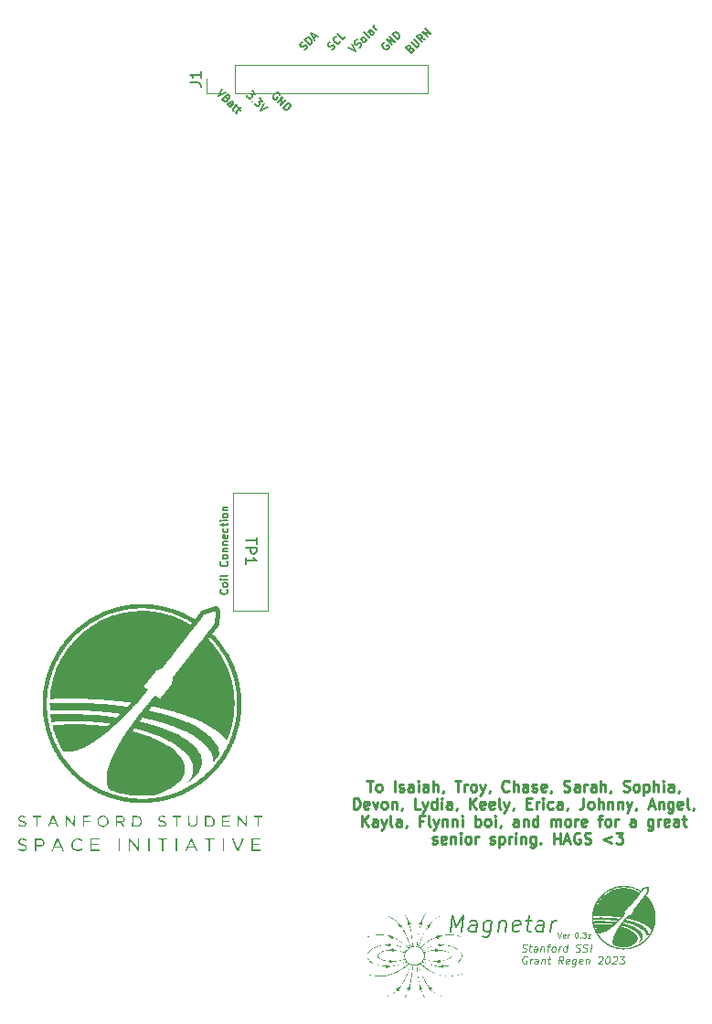
<source format=gto>
G04 #@! TF.GenerationSoftware,KiCad,Pcbnew,(6.0.5)*
G04 #@! TF.CreationDate,2023-05-08T02:29:22-07:00*
G04 #@! TF.ProjectId,Coil_Panels_Z,436f696c-5f50-4616-9e65-6c735f5a2e6b,rev?*
G04 #@! TF.SameCoordinates,Original*
G04 #@! TF.FileFunction,Legend,Top*
G04 #@! TF.FilePolarity,Positive*
%FSLAX46Y46*%
G04 Gerber Fmt 4.6, Leading zero omitted, Abs format (unit mm)*
G04 Created by KiCad (PCBNEW (6.0.5)) date 2023-05-08 02:29:22*
%MOMM*%
%LPD*%
G01*
G04 APERTURE LIST*
%ADD10C,0.250000*%
%ADD11C,0.150000*%
%ADD12C,0.100000*%
%ADD13C,0.200000*%
%ADD14C,0.120000*%
%ADD15R,1.700000X1.700000*%
%ADD16O,1.700000X1.700000*%
%ADD17C,2.600000*%
%ADD18C,3.800000*%
G04 APERTURE END LIST*
D10*
X119749047Y-120277380D02*
X120320476Y-120277380D01*
X120034761Y-121277380D02*
X120034761Y-120277380D01*
X120796666Y-121277380D02*
X120701428Y-121229761D01*
X120653809Y-121182142D01*
X120606190Y-121086904D01*
X120606190Y-120801190D01*
X120653809Y-120705952D01*
X120701428Y-120658333D01*
X120796666Y-120610714D01*
X120939523Y-120610714D01*
X121034761Y-120658333D01*
X121082380Y-120705952D01*
X121130000Y-120801190D01*
X121130000Y-121086904D01*
X121082380Y-121182142D01*
X121034761Y-121229761D01*
X120939523Y-121277380D01*
X120796666Y-121277380D01*
X122320476Y-121277380D02*
X122320476Y-120277380D01*
X122749047Y-121229761D02*
X122844285Y-121277380D01*
X123034761Y-121277380D01*
X123130000Y-121229761D01*
X123177619Y-121134523D01*
X123177619Y-121086904D01*
X123130000Y-120991666D01*
X123034761Y-120944047D01*
X122891904Y-120944047D01*
X122796666Y-120896428D01*
X122749047Y-120801190D01*
X122749047Y-120753571D01*
X122796666Y-120658333D01*
X122891904Y-120610714D01*
X123034761Y-120610714D01*
X123130000Y-120658333D01*
X124034761Y-121277380D02*
X124034761Y-120753571D01*
X123987142Y-120658333D01*
X123891904Y-120610714D01*
X123701428Y-120610714D01*
X123606190Y-120658333D01*
X124034761Y-121229761D02*
X123939523Y-121277380D01*
X123701428Y-121277380D01*
X123606190Y-121229761D01*
X123558571Y-121134523D01*
X123558571Y-121039285D01*
X123606190Y-120944047D01*
X123701428Y-120896428D01*
X123939523Y-120896428D01*
X124034761Y-120848809D01*
X124510952Y-121277380D02*
X124510952Y-120610714D01*
X124510952Y-120277380D02*
X124463333Y-120325000D01*
X124510952Y-120372619D01*
X124558571Y-120325000D01*
X124510952Y-120277380D01*
X124510952Y-120372619D01*
X125415714Y-121277380D02*
X125415714Y-120753571D01*
X125368095Y-120658333D01*
X125272857Y-120610714D01*
X125082380Y-120610714D01*
X124987142Y-120658333D01*
X125415714Y-121229761D02*
X125320476Y-121277380D01*
X125082380Y-121277380D01*
X124987142Y-121229761D01*
X124939523Y-121134523D01*
X124939523Y-121039285D01*
X124987142Y-120944047D01*
X125082380Y-120896428D01*
X125320476Y-120896428D01*
X125415714Y-120848809D01*
X125891904Y-121277380D02*
X125891904Y-120277380D01*
X126320476Y-121277380D02*
X126320476Y-120753571D01*
X126272857Y-120658333D01*
X126177619Y-120610714D01*
X126034761Y-120610714D01*
X125939523Y-120658333D01*
X125891904Y-120705952D01*
X126844285Y-121229761D02*
X126844285Y-121277380D01*
X126796666Y-121372619D01*
X126749047Y-121420238D01*
X127891904Y-120277380D02*
X128463333Y-120277380D01*
X128177619Y-121277380D02*
X128177619Y-120277380D01*
X128796666Y-121277380D02*
X128796666Y-120610714D01*
X128796666Y-120801190D02*
X128844285Y-120705952D01*
X128891904Y-120658333D01*
X128987142Y-120610714D01*
X129082380Y-120610714D01*
X129558571Y-121277380D02*
X129463333Y-121229761D01*
X129415714Y-121182142D01*
X129368095Y-121086904D01*
X129368095Y-120801190D01*
X129415714Y-120705952D01*
X129463333Y-120658333D01*
X129558571Y-120610714D01*
X129701428Y-120610714D01*
X129796666Y-120658333D01*
X129844285Y-120705952D01*
X129891904Y-120801190D01*
X129891904Y-121086904D01*
X129844285Y-121182142D01*
X129796666Y-121229761D01*
X129701428Y-121277380D01*
X129558571Y-121277380D01*
X130225238Y-120610714D02*
X130463333Y-121277380D01*
X130701428Y-120610714D02*
X130463333Y-121277380D01*
X130368095Y-121515476D01*
X130320476Y-121563095D01*
X130225238Y-121610714D01*
X131130000Y-121229761D02*
X131130000Y-121277380D01*
X131082380Y-121372619D01*
X131034761Y-121420238D01*
X132891904Y-121182142D02*
X132844285Y-121229761D01*
X132701428Y-121277380D01*
X132606190Y-121277380D01*
X132463333Y-121229761D01*
X132368095Y-121134523D01*
X132320476Y-121039285D01*
X132272857Y-120848809D01*
X132272857Y-120705952D01*
X132320476Y-120515476D01*
X132368095Y-120420238D01*
X132463333Y-120325000D01*
X132606190Y-120277380D01*
X132701428Y-120277380D01*
X132844285Y-120325000D01*
X132891904Y-120372619D01*
X133320476Y-121277380D02*
X133320476Y-120277380D01*
X133749047Y-121277380D02*
X133749047Y-120753571D01*
X133701428Y-120658333D01*
X133606190Y-120610714D01*
X133463333Y-120610714D01*
X133368095Y-120658333D01*
X133320476Y-120705952D01*
X134653809Y-121277380D02*
X134653809Y-120753571D01*
X134606190Y-120658333D01*
X134510952Y-120610714D01*
X134320476Y-120610714D01*
X134225238Y-120658333D01*
X134653809Y-121229761D02*
X134558571Y-121277380D01*
X134320476Y-121277380D01*
X134225238Y-121229761D01*
X134177619Y-121134523D01*
X134177619Y-121039285D01*
X134225238Y-120944047D01*
X134320476Y-120896428D01*
X134558571Y-120896428D01*
X134653809Y-120848809D01*
X135082380Y-121229761D02*
X135177619Y-121277380D01*
X135368095Y-121277380D01*
X135463333Y-121229761D01*
X135510952Y-121134523D01*
X135510952Y-121086904D01*
X135463333Y-120991666D01*
X135368095Y-120944047D01*
X135225238Y-120944047D01*
X135130000Y-120896428D01*
X135082380Y-120801190D01*
X135082380Y-120753571D01*
X135130000Y-120658333D01*
X135225238Y-120610714D01*
X135368095Y-120610714D01*
X135463333Y-120658333D01*
X136320476Y-121229761D02*
X136225238Y-121277380D01*
X136034761Y-121277380D01*
X135939523Y-121229761D01*
X135891904Y-121134523D01*
X135891904Y-120753571D01*
X135939523Y-120658333D01*
X136034761Y-120610714D01*
X136225238Y-120610714D01*
X136320476Y-120658333D01*
X136368095Y-120753571D01*
X136368095Y-120848809D01*
X135891904Y-120944047D01*
X136844285Y-121229761D02*
X136844285Y-121277380D01*
X136796666Y-121372619D01*
X136749047Y-121420238D01*
X137987142Y-121229761D02*
X138130000Y-121277380D01*
X138368095Y-121277380D01*
X138463333Y-121229761D01*
X138510952Y-121182142D01*
X138558571Y-121086904D01*
X138558571Y-120991666D01*
X138510952Y-120896428D01*
X138463333Y-120848809D01*
X138368095Y-120801190D01*
X138177619Y-120753571D01*
X138082380Y-120705952D01*
X138034761Y-120658333D01*
X137987142Y-120563095D01*
X137987142Y-120467857D01*
X138034761Y-120372619D01*
X138082380Y-120325000D01*
X138177619Y-120277380D01*
X138415714Y-120277380D01*
X138558571Y-120325000D01*
X139415714Y-121277380D02*
X139415714Y-120753571D01*
X139368095Y-120658333D01*
X139272857Y-120610714D01*
X139082380Y-120610714D01*
X138987142Y-120658333D01*
X139415714Y-121229761D02*
X139320476Y-121277380D01*
X139082380Y-121277380D01*
X138987142Y-121229761D01*
X138939523Y-121134523D01*
X138939523Y-121039285D01*
X138987142Y-120944047D01*
X139082380Y-120896428D01*
X139320476Y-120896428D01*
X139415714Y-120848809D01*
X139891904Y-121277380D02*
X139891904Y-120610714D01*
X139891904Y-120801190D02*
X139939523Y-120705952D01*
X139987142Y-120658333D01*
X140082380Y-120610714D01*
X140177619Y-120610714D01*
X140939523Y-121277380D02*
X140939523Y-120753571D01*
X140891904Y-120658333D01*
X140796666Y-120610714D01*
X140606190Y-120610714D01*
X140510952Y-120658333D01*
X140939523Y-121229761D02*
X140844285Y-121277380D01*
X140606190Y-121277380D01*
X140510952Y-121229761D01*
X140463333Y-121134523D01*
X140463333Y-121039285D01*
X140510952Y-120944047D01*
X140606190Y-120896428D01*
X140844285Y-120896428D01*
X140939523Y-120848809D01*
X141415714Y-121277380D02*
X141415714Y-120277380D01*
X141844285Y-121277380D02*
X141844285Y-120753571D01*
X141796666Y-120658333D01*
X141701428Y-120610714D01*
X141558571Y-120610714D01*
X141463333Y-120658333D01*
X141415714Y-120705952D01*
X142368095Y-121229761D02*
X142368095Y-121277380D01*
X142320476Y-121372619D01*
X142272857Y-121420238D01*
X143510952Y-121229761D02*
X143653809Y-121277380D01*
X143891904Y-121277380D01*
X143987142Y-121229761D01*
X144034761Y-121182142D01*
X144082380Y-121086904D01*
X144082380Y-120991666D01*
X144034761Y-120896428D01*
X143987142Y-120848809D01*
X143891904Y-120801190D01*
X143701428Y-120753571D01*
X143606190Y-120705952D01*
X143558571Y-120658333D01*
X143510952Y-120563095D01*
X143510952Y-120467857D01*
X143558571Y-120372619D01*
X143606190Y-120325000D01*
X143701428Y-120277380D01*
X143939523Y-120277380D01*
X144082380Y-120325000D01*
X144653809Y-121277380D02*
X144558571Y-121229761D01*
X144510952Y-121182142D01*
X144463333Y-121086904D01*
X144463333Y-120801190D01*
X144510952Y-120705952D01*
X144558571Y-120658333D01*
X144653809Y-120610714D01*
X144796666Y-120610714D01*
X144891904Y-120658333D01*
X144939523Y-120705952D01*
X144987142Y-120801190D01*
X144987142Y-121086904D01*
X144939523Y-121182142D01*
X144891904Y-121229761D01*
X144796666Y-121277380D01*
X144653809Y-121277380D01*
X145415714Y-120610714D02*
X145415714Y-121610714D01*
X145415714Y-120658333D02*
X145510952Y-120610714D01*
X145701428Y-120610714D01*
X145796666Y-120658333D01*
X145844285Y-120705952D01*
X145891904Y-120801190D01*
X145891904Y-121086904D01*
X145844285Y-121182142D01*
X145796666Y-121229761D01*
X145701428Y-121277380D01*
X145510952Y-121277380D01*
X145415714Y-121229761D01*
X146320476Y-121277380D02*
X146320476Y-120277380D01*
X146749047Y-121277380D02*
X146749047Y-120753571D01*
X146701428Y-120658333D01*
X146606190Y-120610714D01*
X146463333Y-120610714D01*
X146368095Y-120658333D01*
X146320476Y-120705952D01*
X147225238Y-121277380D02*
X147225238Y-120610714D01*
X147225238Y-120277380D02*
X147177619Y-120325000D01*
X147225238Y-120372619D01*
X147272857Y-120325000D01*
X147225238Y-120277380D01*
X147225238Y-120372619D01*
X148130000Y-121277380D02*
X148130000Y-120753571D01*
X148082380Y-120658333D01*
X147987142Y-120610714D01*
X147796666Y-120610714D01*
X147701428Y-120658333D01*
X148130000Y-121229761D02*
X148034761Y-121277380D01*
X147796666Y-121277380D01*
X147701428Y-121229761D01*
X147653809Y-121134523D01*
X147653809Y-121039285D01*
X147701428Y-120944047D01*
X147796666Y-120896428D01*
X148034761Y-120896428D01*
X148130000Y-120848809D01*
X148653809Y-121229761D02*
X148653809Y-121277380D01*
X148606190Y-121372619D01*
X148558571Y-121420238D01*
X118534761Y-122887380D02*
X118534761Y-121887380D01*
X118772857Y-121887380D01*
X118915714Y-121935000D01*
X119010952Y-122030238D01*
X119058571Y-122125476D01*
X119106190Y-122315952D01*
X119106190Y-122458809D01*
X119058571Y-122649285D01*
X119010952Y-122744523D01*
X118915714Y-122839761D01*
X118772857Y-122887380D01*
X118534761Y-122887380D01*
X119915714Y-122839761D02*
X119820476Y-122887380D01*
X119630000Y-122887380D01*
X119534761Y-122839761D01*
X119487142Y-122744523D01*
X119487142Y-122363571D01*
X119534761Y-122268333D01*
X119630000Y-122220714D01*
X119820476Y-122220714D01*
X119915714Y-122268333D01*
X119963333Y-122363571D01*
X119963333Y-122458809D01*
X119487142Y-122554047D01*
X120296666Y-122220714D02*
X120534761Y-122887380D01*
X120772857Y-122220714D01*
X121296666Y-122887380D02*
X121201428Y-122839761D01*
X121153809Y-122792142D01*
X121106190Y-122696904D01*
X121106190Y-122411190D01*
X121153809Y-122315952D01*
X121201428Y-122268333D01*
X121296666Y-122220714D01*
X121439523Y-122220714D01*
X121534761Y-122268333D01*
X121582380Y-122315952D01*
X121630000Y-122411190D01*
X121630000Y-122696904D01*
X121582380Y-122792142D01*
X121534761Y-122839761D01*
X121439523Y-122887380D01*
X121296666Y-122887380D01*
X122058571Y-122220714D02*
X122058571Y-122887380D01*
X122058571Y-122315952D02*
X122106190Y-122268333D01*
X122201428Y-122220714D01*
X122344285Y-122220714D01*
X122439523Y-122268333D01*
X122487142Y-122363571D01*
X122487142Y-122887380D01*
X123010952Y-122839761D02*
X123010952Y-122887380D01*
X122963333Y-122982619D01*
X122915714Y-123030238D01*
X124677619Y-122887380D02*
X124201428Y-122887380D01*
X124201428Y-121887380D01*
X124915714Y-122220714D02*
X125153809Y-122887380D01*
X125391904Y-122220714D02*
X125153809Y-122887380D01*
X125058571Y-123125476D01*
X125010952Y-123173095D01*
X124915714Y-123220714D01*
X126201428Y-122887380D02*
X126201428Y-121887380D01*
X126201428Y-122839761D02*
X126106190Y-122887380D01*
X125915714Y-122887380D01*
X125820476Y-122839761D01*
X125772857Y-122792142D01*
X125725238Y-122696904D01*
X125725238Y-122411190D01*
X125772857Y-122315952D01*
X125820476Y-122268333D01*
X125915714Y-122220714D01*
X126106190Y-122220714D01*
X126201428Y-122268333D01*
X126677619Y-122887380D02*
X126677619Y-122220714D01*
X126677619Y-121887380D02*
X126630000Y-121935000D01*
X126677619Y-121982619D01*
X126725238Y-121935000D01*
X126677619Y-121887380D01*
X126677619Y-121982619D01*
X127582380Y-122887380D02*
X127582380Y-122363571D01*
X127534761Y-122268333D01*
X127439523Y-122220714D01*
X127249047Y-122220714D01*
X127153809Y-122268333D01*
X127582380Y-122839761D02*
X127487142Y-122887380D01*
X127249047Y-122887380D01*
X127153809Y-122839761D01*
X127106190Y-122744523D01*
X127106190Y-122649285D01*
X127153809Y-122554047D01*
X127249047Y-122506428D01*
X127487142Y-122506428D01*
X127582380Y-122458809D01*
X128106190Y-122839761D02*
X128106190Y-122887380D01*
X128058571Y-122982619D01*
X128010952Y-123030238D01*
X129296666Y-122887380D02*
X129296666Y-121887380D01*
X129868095Y-122887380D02*
X129439523Y-122315952D01*
X129868095Y-121887380D02*
X129296666Y-122458809D01*
X130677619Y-122839761D02*
X130582380Y-122887380D01*
X130391904Y-122887380D01*
X130296666Y-122839761D01*
X130249047Y-122744523D01*
X130249047Y-122363571D01*
X130296666Y-122268333D01*
X130391904Y-122220714D01*
X130582380Y-122220714D01*
X130677619Y-122268333D01*
X130725238Y-122363571D01*
X130725238Y-122458809D01*
X130249047Y-122554047D01*
X131534761Y-122839761D02*
X131439523Y-122887380D01*
X131249047Y-122887380D01*
X131153809Y-122839761D01*
X131106190Y-122744523D01*
X131106190Y-122363571D01*
X131153809Y-122268333D01*
X131249047Y-122220714D01*
X131439523Y-122220714D01*
X131534761Y-122268333D01*
X131582380Y-122363571D01*
X131582380Y-122458809D01*
X131106190Y-122554047D01*
X132153809Y-122887380D02*
X132058571Y-122839761D01*
X132010952Y-122744523D01*
X132010952Y-121887380D01*
X132439523Y-122220714D02*
X132677619Y-122887380D01*
X132915714Y-122220714D02*
X132677619Y-122887380D01*
X132582380Y-123125476D01*
X132534761Y-123173095D01*
X132439523Y-123220714D01*
X133344285Y-122839761D02*
X133344285Y-122887380D01*
X133296666Y-122982619D01*
X133249047Y-123030238D01*
X134534761Y-122363571D02*
X134868095Y-122363571D01*
X135010952Y-122887380D02*
X134534761Y-122887380D01*
X134534761Y-121887380D01*
X135010952Y-121887380D01*
X135439523Y-122887380D02*
X135439523Y-122220714D01*
X135439523Y-122411190D02*
X135487142Y-122315952D01*
X135534761Y-122268333D01*
X135630000Y-122220714D01*
X135725238Y-122220714D01*
X136058571Y-122887380D02*
X136058571Y-122220714D01*
X136058571Y-121887380D02*
X136010952Y-121935000D01*
X136058571Y-121982619D01*
X136106190Y-121935000D01*
X136058571Y-121887380D01*
X136058571Y-121982619D01*
X136963333Y-122839761D02*
X136868095Y-122887380D01*
X136677619Y-122887380D01*
X136582380Y-122839761D01*
X136534761Y-122792142D01*
X136487142Y-122696904D01*
X136487142Y-122411190D01*
X136534761Y-122315952D01*
X136582380Y-122268333D01*
X136677619Y-122220714D01*
X136868095Y-122220714D01*
X136963333Y-122268333D01*
X137820476Y-122887380D02*
X137820476Y-122363571D01*
X137772857Y-122268333D01*
X137677619Y-122220714D01*
X137487142Y-122220714D01*
X137391904Y-122268333D01*
X137820476Y-122839761D02*
X137725238Y-122887380D01*
X137487142Y-122887380D01*
X137391904Y-122839761D01*
X137344285Y-122744523D01*
X137344285Y-122649285D01*
X137391904Y-122554047D01*
X137487142Y-122506428D01*
X137725238Y-122506428D01*
X137820476Y-122458809D01*
X138344285Y-122839761D02*
X138344285Y-122887380D01*
X138296666Y-122982619D01*
X138249047Y-123030238D01*
X139820476Y-121887380D02*
X139820476Y-122601666D01*
X139772857Y-122744523D01*
X139677619Y-122839761D01*
X139534761Y-122887380D01*
X139439523Y-122887380D01*
X140439523Y-122887380D02*
X140344285Y-122839761D01*
X140296666Y-122792142D01*
X140249047Y-122696904D01*
X140249047Y-122411190D01*
X140296666Y-122315952D01*
X140344285Y-122268333D01*
X140439523Y-122220714D01*
X140582380Y-122220714D01*
X140677619Y-122268333D01*
X140725238Y-122315952D01*
X140772857Y-122411190D01*
X140772857Y-122696904D01*
X140725238Y-122792142D01*
X140677619Y-122839761D01*
X140582380Y-122887380D01*
X140439523Y-122887380D01*
X141201428Y-122887380D02*
X141201428Y-121887380D01*
X141630000Y-122887380D02*
X141630000Y-122363571D01*
X141582380Y-122268333D01*
X141487142Y-122220714D01*
X141344285Y-122220714D01*
X141249047Y-122268333D01*
X141201428Y-122315952D01*
X142106190Y-122220714D02*
X142106190Y-122887380D01*
X142106190Y-122315952D02*
X142153809Y-122268333D01*
X142249047Y-122220714D01*
X142391904Y-122220714D01*
X142487142Y-122268333D01*
X142534761Y-122363571D01*
X142534761Y-122887380D01*
X143010952Y-122220714D02*
X143010952Y-122887380D01*
X143010952Y-122315952D02*
X143058571Y-122268333D01*
X143153809Y-122220714D01*
X143296666Y-122220714D01*
X143391904Y-122268333D01*
X143439523Y-122363571D01*
X143439523Y-122887380D01*
X143820476Y-122220714D02*
X144058571Y-122887380D01*
X144296666Y-122220714D02*
X144058571Y-122887380D01*
X143963333Y-123125476D01*
X143915714Y-123173095D01*
X143820476Y-123220714D01*
X144725238Y-122839761D02*
X144725238Y-122887380D01*
X144677619Y-122982619D01*
X144630000Y-123030238D01*
X145868095Y-122601666D02*
X146344285Y-122601666D01*
X145772857Y-122887380D02*
X146106190Y-121887380D01*
X146439523Y-122887380D01*
X146772857Y-122220714D02*
X146772857Y-122887380D01*
X146772857Y-122315952D02*
X146820476Y-122268333D01*
X146915714Y-122220714D01*
X147058571Y-122220714D01*
X147153809Y-122268333D01*
X147201428Y-122363571D01*
X147201428Y-122887380D01*
X148106190Y-122220714D02*
X148106190Y-123030238D01*
X148058571Y-123125476D01*
X148010952Y-123173095D01*
X147915714Y-123220714D01*
X147772857Y-123220714D01*
X147677619Y-123173095D01*
X148106190Y-122839761D02*
X148010952Y-122887380D01*
X147820476Y-122887380D01*
X147725238Y-122839761D01*
X147677619Y-122792142D01*
X147630000Y-122696904D01*
X147630000Y-122411190D01*
X147677619Y-122315952D01*
X147725238Y-122268333D01*
X147820476Y-122220714D01*
X148010952Y-122220714D01*
X148106190Y-122268333D01*
X148963333Y-122839761D02*
X148868095Y-122887380D01*
X148677619Y-122887380D01*
X148582380Y-122839761D01*
X148534761Y-122744523D01*
X148534761Y-122363571D01*
X148582380Y-122268333D01*
X148677619Y-122220714D01*
X148868095Y-122220714D01*
X148963333Y-122268333D01*
X149010952Y-122363571D01*
X149010952Y-122458809D01*
X148534761Y-122554047D01*
X149582380Y-122887380D02*
X149487142Y-122839761D01*
X149439523Y-122744523D01*
X149439523Y-121887380D01*
X150010952Y-122839761D02*
X150010952Y-122887380D01*
X149963333Y-122982619D01*
X149915714Y-123030238D01*
X119296666Y-124497380D02*
X119296666Y-123497380D01*
X119868095Y-124497380D02*
X119439523Y-123925952D01*
X119868095Y-123497380D02*
X119296666Y-124068809D01*
X120725238Y-124497380D02*
X120725238Y-123973571D01*
X120677619Y-123878333D01*
X120582380Y-123830714D01*
X120391904Y-123830714D01*
X120296666Y-123878333D01*
X120725238Y-124449761D02*
X120629999Y-124497380D01*
X120391904Y-124497380D01*
X120296666Y-124449761D01*
X120249047Y-124354523D01*
X120249047Y-124259285D01*
X120296666Y-124164047D01*
X120391904Y-124116428D01*
X120629999Y-124116428D01*
X120725238Y-124068809D01*
X121106190Y-123830714D02*
X121344285Y-124497380D01*
X121582380Y-123830714D02*
X121344285Y-124497380D01*
X121249047Y-124735476D01*
X121201428Y-124783095D01*
X121106190Y-124830714D01*
X122106190Y-124497380D02*
X122010952Y-124449761D01*
X121963333Y-124354523D01*
X121963333Y-123497380D01*
X122915714Y-124497380D02*
X122915714Y-123973571D01*
X122868095Y-123878333D01*
X122772857Y-123830714D01*
X122582380Y-123830714D01*
X122487142Y-123878333D01*
X122915714Y-124449761D02*
X122820476Y-124497380D01*
X122582380Y-124497380D01*
X122487142Y-124449761D01*
X122439523Y-124354523D01*
X122439523Y-124259285D01*
X122487142Y-124164047D01*
X122582380Y-124116428D01*
X122820476Y-124116428D01*
X122915714Y-124068809D01*
X123439523Y-124449761D02*
X123439523Y-124497380D01*
X123391904Y-124592619D01*
X123344285Y-124640238D01*
X124963333Y-123973571D02*
X124629999Y-123973571D01*
X124629999Y-124497380D02*
X124629999Y-123497380D01*
X125106190Y-123497380D01*
X125629999Y-124497380D02*
X125534761Y-124449761D01*
X125487142Y-124354523D01*
X125487142Y-123497380D01*
X125915714Y-123830714D02*
X126153809Y-124497380D01*
X126391904Y-123830714D02*
X126153809Y-124497380D01*
X126058571Y-124735476D01*
X126010952Y-124783095D01*
X125915714Y-124830714D01*
X126772857Y-123830714D02*
X126772857Y-124497380D01*
X126772857Y-123925952D02*
X126820476Y-123878333D01*
X126915714Y-123830714D01*
X127058571Y-123830714D01*
X127153809Y-123878333D01*
X127201428Y-123973571D01*
X127201428Y-124497380D01*
X127677619Y-123830714D02*
X127677619Y-124497380D01*
X127677619Y-123925952D02*
X127725238Y-123878333D01*
X127820476Y-123830714D01*
X127963333Y-123830714D01*
X128058571Y-123878333D01*
X128106190Y-123973571D01*
X128106190Y-124497380D01*
X128582380Y-124497380D02*
X128582380Y-123830714D01*
X128582380Y-123497380D02*
X128534761Y-123545000D01*
X128582380Y-123592619D01*
X128629999Y-123545000D01*
X128582380Y-123497380D01*
X128582380Y-123592619D01*
X129820476Y-124497380D02*
X129820476Y-123497380D01*
X129820476Y-123878333D02*
X129915714Y-123830714D01*
X130106190Y-123830714D01*
X130201428Y-123878333D01*
X130249047Y-123925952D01*
X130296666Y-124021190D01*
X130296666Y-124306904D01*
X130249047Y-124402142D01*
X130201428Y-124449761D01*
X130106190Y-124497380D01*
X129915714Y-124497380D01*
X129820476Y-124449761D01*
X130868095Y-124497380D02*
X130772857Y-124449761D01*
X130725238Y-124402142D01*
X130677619Y-124306904D01*
X130677619Y-124021190D01*
X130725238Y-123925952D01*
X130772857Y-123878333D01*
X130868095Y-123830714D01*
X131010952Y-123830714D01*
X131106190Y-123878333D01*
X131153809Y-123925952D01*
X131201428Y-124021190D01*
X131201428Y-124306904D01*
X131153809Y-124402142D01*
X131106190Y-124449761D01*
X131010952Y-124497380D01*
X130868095Y-124497380D01*
X131629999Y-124497380D02*
X131629999Y-123830714D01*
X131629999Y-123497380D02*
X131582380Y-123545000D01*
X131629999Y-123592619D01*
X131677619Y-123545000D01*
X131629999Y-123497380D01*
X131629999Y-123592619D01*
X132153809Y-124449761D02*
X132153809Y-124497380D01*
X132106190Y-124592619D01*
X132058571Y-124640238D01*
X133772857Y-124497380D02*
X133772857Y-123973571D01*
X133725238Y-123878333D01*
X133629999Y-123830714D01*
X133439523Y-123830714D01*
X133344285Y-123878333D01*
X133772857Y-124449761D02*
X133677619Y-124497380D01*
X133439523Y-124497380D01*
X133344285Y-124449761D01*
X133296666Y-124354523D01*
X133296666Y-124259285D01*
X133344285Y-124164047D01*
X133439523Y-124116428D01*
X133677619Y-124116428D01*
X133772857Y-124068809D01*
X134249047Y-123830714D02*
X134249047Y-124497380D01*
X134249047Y-123925952D02*
X134296666Y-123878333D01*
X134391904Y-123830714D01*
X134534761Y-123830714D01*
X134630000Y-123878333D01*
X134677619Y-123973571D01*
X134677619Y-124497380D01*
X135582380Y-124497380D02*
X135582380Y-123497380D01*
X135582380Y-124449761D02*
X135487142Y-124497380D01*
X135296666Y-124497380D01*
X135201428Y-124449761D01*
X135153809Y-124402142D01*
X135106190Y-124306904D01*
X135106190Y-124021190D01*
X135153809Y-123925952D01*
X135201428Y-123878333D01*
X135296666Y-123830714D01*
X135487142Y-123830714D01*
X135582380Y-123878333D01*
X136820476Y-124497380D02*
X136820476Y-123830714D01*
X136820476Y-123925952D02*
X136868095Y-123878333D01*
X136963333Y-123830714D01*
X137106190Y-123830714D01*
X137201428Y-123878333D01*
X137249047Y-123973571D01*
X137249047Y-124497380D01*
X137249047Y-123973571D02*
X137296666Y-123878333D01*
X137391904Y-123830714D01*
X137534761Y-123830714D01*
X137630000Y-123878333D01*
X137677619Y-123973571D01*
X137677619Y-124497380D01*
X138296666Y-124497380D02*
X138201428Y-124449761D01*
X138153809Y-124402142D01*
X138106190Y-124306904D01*
X138106190Y-124021190D01*
X138153809Y-123925952D01*
X138201428Y-123878333D01*
X138296666Y-123830714D01*
X138439523Y-123830714D01*
X138534761Y-123878333D01*
X138582380Y-123925952D01*
X138629999Y-124021190D01*
X138629999Y-124306904D01*
X138582380Y-124402142D01*
X138534761Y-124449761D01*
X138439523Y-124497380D01*
X138296666Y-124497380D01*
X139058571Y-124497380D02*
X139058571Y-123830714D01*
X139058571Y-124021190D02*
X139106190Y-123925952D01*
X139153809Y-123878333D01*
X139249047Y-123830714D01*
X139344285Y-123830714D01*
X140058571Y-124449761D02*
X139963333Y-124497380D01*
X139772857Y-124497380D01*
X139677619Y-124449761D01*
X139629999Y-124354523D01*
X139629999Y-123973571D01*
X139677619Y-123878333D01*
X139772857Y-123830714D01*
X139963333Y-123830714D01*
X140058571Y-123878333D01*
X140106190Y-123973571D01*
X140106190Y-124068809D01*
X139629999Y-124164047D01*
X141153809Y-123830714D02*
X141534761Y-123830714D01*
X141296666Y-124497380D02*
X141296666Y-123640238D01*
X141344285Y-123545000D01*
X141439523Y-123497380D01*
X141534761Y-123497380D01*
X142010952Y-124497380D02*
X141915714Y-124449761D01*
X141868095Y-124402142D01*
X141820476Y-124306904D01*
X141820476Y-124021190D01*
X141868095Y-123925952D01*
X141915714Y-123878333D01*
X142010952Y-123830714D01*
X142153809Y-123830714D01*
X142249047Y-123878333D01*
X142296666Y-123925952D01*
X142344285Y-124021190D01*
X142344285Y-124306904D01*
X142296666Y-124402142D01*
X142249047Y-124449761D01*
X142153809Y-124497380D01*
X142010952Y-124497380D01*
X142772857Y-124497380D02*
X142772857Y-123830714D01*
X142772857Y-124021190D02*
X142820476Y-123925952D01*
X142868095Y-123878333D01*
X142963333Y-123830714D01*
X143058571Y-123830714D01*
X144582380Y-124497380D02*
X144582380Y-123973571D01*
X144534761Y-123878333D01*
X144439523Y-123830714D01*
X144249047Y-123830714D01*
X144153809Y-123878333D01*
X144582380Y-124449761D02*
X144487142Y-124497380D01*
X144249047Y-124497380D01*
X144153809Y-124449761D01*
X144106190Y-124354523D01*
X144106190Y-124259285D01*
X144153809Y-124164047D01*
X144249047Y-124116428D01*
X144487142Y-124116428D01*
X144582380Y-124068809D01*
X146249047Y-123830714D02*
X146249047Y-124640238D01*
X146201428Y-124735476D01*
X146153809Y-124783095D01*
X146058571Y-124830714D01*
X145915714Y-124830714D01*
X145820476Y-124783095D01*
X146249047Y-124449761D02*
X146153809Y-124497380D01*
X145963333Y-124497380D01*
X145868095Y-124449761D01*
X145820476Y-124402142D01*
X145772857Y-124306904D01*
X145772857Y-124021190D01*
X145820476Y-123925952D01*
X145868095Y-123878333D01*
X145963333Y-123830714D01*
X146153809Y-123830714D01*
X146249047Y-123878333D01*
X146725238Y-124497380D02*
X146725238Y-123830714D01*
X146725238Y-124021190D02*
X146772857Y-123925952D01*
X146820476Y-123878333D01*
X146915714Y-123830714D01*
X147010952Y-123830714D01*
X147725238Y-124449761D02*
X147629999Y-124497380D01*
X147439523Y-124497380D01*
X147344285Y-124449761D01*
X147296666Y-124354523D01*
X147296666Y-123973571D01*
X147344285Y-123878333D01*
X147439523Y-123830714D01*
X147629999Y-123830714D01*
X147725238Y-123878333D01*
X147772857Y-123973571D01*
X147772857Y-124068809D01*
X147296666Y-124164047D01*
X148629999Y-124497380D02*
X148629999Y-123973571D01*
X148582380Y-123878333D01*
X148487142Y-123830714D01*
X148296666Y-123830714D01*
X148201428Y-123878333D01*
X148629999Y-124449761D02*
X148534761Y-124497380D01*
X148296666Y-124497380D01*
X148201428Y-124449761D01*
X148153809Y-124354523D01*
X148153809Y-124259285D01*
X148201428Y-124164047D01*
X148296666Y-124116428D01*
X148534761Y-124116428D01*
X148629999Y-124068809D01*
X148963333Y-123830714D02*
X149344285Y-123830714D01*
X149106190Y-123497380D02*
X149106190Y-124354523D01*
X149153809Y-124449761D01*
X149249047Y-124497380D01*
X149344285Y-124497380D01*
X125820476Y-126059761D02*
X125915714Y-126107380D01*
X126106190Y-126107380D01*
X126201428Y-126059761D01*
X126249047Y-125964523D01*
X126249047Y-125916904D01*
X126201428Y-125821666D01*
X126106190Y-125774047D01*
X125963333Y-125774047D01*
X125868095Y-125726428D01*
X125820476Y-125631190D01*
X125820476Y-125583571D01*
X125868095Y-125488333D01*
X125963333Y-125440714D01*
X126106190Y-125440714D01*
X126201428Y-125488333D01*
X127058571Y-126059761D02*
X126963333Y-126107380D01*
X126772857Y-126107380D01*
X126677619Y-126059761D01*
X126630000Y-125964523D01*
X126630000Y-125583571D01*
X126677619Y-125488333D01*
X126772857Y-125440714D01*
X126963333Y-125440714D01*
X127058571Y-125488333D01*
X127106190Y-125583571D01*
X127106190Y-125678809D01*
X126630000Y-125774047D01*
X127534761Y-125440714D02*
X127534761Y-126107380D01*
X127534761Y-125535952D02*
X127582380Y-125488333D01*
X127677619Y-125440714D01*
X127820476Y-125440714D01*
X127915714Y-125488333D01*
X127963333Y-125583571D01*
X127963333Y-126107380D01*
X128439523Y-126107380D02*
X128439523Y-125440714D01*
X128439523Y-125107380D02*
X128391904Y-125155000D01*
X128439523Y-125202619D01*
X128487142Y-125155000D01*
X128439523Y-125107380D01*
X128439523Y-125202619D01*
X129058571Y-126107380D02*
X128963333Y-126059761D01*
X128915714Y-126012142D01*
X128868095Y-125916904D01*
X128868095Y-125631190D01*
X128915714Y-125535952D01*
X128963333Y-125488333D01*
X129058571Y-125440714D01*
X129201428Y-125440714D01*
X129296666Y-125488333D01*
X129344285Y-125535952D01*
X129391904Y-125631190D01*
X129391904Y-125916904D01*
X129344285Y-126012142D01*
X129296666Y-126059761D01*
X129201428Y-126107380D01*
X129058571Y-126107380D01*
X129820476Y-126107380D02*
X129820476Y-125440714D01*
X129820476Y-125631190D02*
X129868095Y-125535952D01*
X129915714Y-125488333D01*
X130010952Y-125440714D01*
X130106190Y-125440714D01*
X131153809Y-126059761D02*
X131249047Y-126107380D01*
X131439523Y-126107380D01*
X131534761Y-126059761D01*
X131582380Y-125964523D01*
X131582380Y-125916904D01*
X131534761Y-125821666D01*
X131439523Y-125774047D01*
X131296666Y-125774047D01*
X131201428Y-125726428D01*
X131153809Y-125631190D01*
X131153809Y-125583571D01*
X131201428Y-125488333D01*
X131296666Y-125440714D01*
X131439523Y-125440714D01*
X131534761Y-125488333D01*
X132010952Y-125440714D02*
X132010952Y-126440714D01*
X132010952Y-125488333D02*
X132106190Y-125440714D01*
X132296666Y-125440714D01*
X132391904Y-125488333D01*
X132439523Y-125535952D01*
X132487142Y-125631190D01*
X132487142Y-125916904D01*
X132439523Y-126012142D01*
X132391904Y-126059761D01*
X132296666Y-126107380D01*
X132106190Y-126107380D01*
X132010952Y-126059761D01*
X132915714Y-126107380D02*
X132915714Y-125440714D01*
X132915714Y-125631190D02*
X132963333Y-125535952D01*
X133010952Y-125488333D01*
X133106190Y-125440714D01*
X133201428Y-125440714D01*
X133534761Y-126107380D02*
X133534761Y-125440714D01*
X133534761Y-125107380D02*
X133487142Y-125155000D01*
X133534761Y-125202619D01*
X133582380Y-125155000D01*
X133534761Y-125107380D01*
X133534761Y-125202619D01*
X134010952Y-125440714D02*
X134010952Y-126107380D01*
X134010952Y-125535952D02*
X134058571Y-125488333D01*
X134153809Y-125440714D01*
X134296666Y-125440714D01*
X134391904Y-125488333D01*
X134439523Y-125583571D01*
X134439523Y-126107380D01*
X135344285Y-125440714D02*
X135344285Y-126250238D01*
X135296666Y-126345476D01*
X135249047Y-126393095D01*
X135153809Y-126440714D01*
X135010952Y-126440714D01*
X134915714Y-126393095D01*
X135344285Y-126059761D02*
X135249047Y-126107380D01*
X135058571Y-126107380D01*
X134963333Y-126059761D01*
X134915714Y-126012142D01*
X134868095Y-125916904D01*
X134868095Y-125631190D01*
X134915714Y-125535952D01*
X134963333Y-125488333D01*
X135058571Y-125440714D01*
X135249047Y-125440714D01*
X135344285Y-125488333D01*
X135820476Y-126012142D02*
X135868095Y-126059761D01*
X135820476Y-126107380D01*
X135772857Y-126059761D01*
X135820476Y-126012142D01*
X135820476Y-126107380D01*
X137058571Y-126107380D02*
X137058571Y-125107380D01*
X137058571Y-125583571D02*
X137630000Y-125583571D01*
X137630000Y-126107380D02*
X137630000Y-125107380D01*
X138058571Y-125821666D02*
X138534761Y-125821666D01*
X137963333Y-126107380D02*
X138296666Y-125107380D01*
X138630000Y-126107380D01*
X139487142Y-125155000D02*
X139391904Y-125107380D01*
X139249047Y-125107380D01*
X139106190Y-125155000D01*
X139010952Y-125250238D01*
X138963333Y-125345476D01*
X138915714Y-125535952D01*
X138915714Y-125678809D01*
X138963333Y-125869285D01*
X139010952Y-125964523D01*
X139106190Y-126059761D01*
X139249047Y-126107380D01*
X139344285Y-126107380D01*
X139487142Y-126059761D01*
X139534761Y-126012142D01*
X139534761Y-125678809D01*
X139344285Y-125678809D01*
X139915714Y-126059761D02*
X140058571Y-126107380D01*
X140296666Y-126107380D01*
X140391904Y-126059761D01*
X140439523Y-126012142D01*
X140487142Y-125916904D01*
X140487142Y-125821666D01*
X140439523Y-125726428D01*
X140391904Y-125678809D01*
X140296666Y-125631190D01*
X140106190Y-125583571D01*
X140010952Y-125535952D01*
X139963333Y-125488333D01*
X139915714Y-125393095D01*
X139915714Y-125297857D01*
X139963333Y-125202619D01*
X140010952Y-125155000D01*
X140106190Y-125107380D01*
X140344285Y-125107380D01*
X140487142Y-125155000D01*
X142439523Y-125440714D02*
X141677619Y-125726428D01*
X142439523Y-126012142D01*
X142820476Y-125107380D02*
X143439523Y-125107380D01*
X143106190Y-125488333D01*
X143249047Y-125488333D01*
X143344285Y-125535952D01*
X143391904Y-125583571D01*
X143439523Y-125678809D01*
X143439523Y-125916904D01*
X143391904Y-126012142D01*
X143344285Y-126059761D01*
X143249047Y-126107380D01*
X142963333Y-126107380D01*
X142868095Y-126059761D01*
X142820476Y-126012142D01*
D11*
X116533091Y-52581202D02*
X116627372Y-52534062D01*
X116745223Y-52416210D01*
X116768793Y-52345500D01*
X116768793Y-52298359D01*
X116745223Y-52227649D01*
X116698082Y-52180508D01*
X116627372Y-52156938D01*
X116580231Y-52156938D01*
X116509521Y-52180508D01*
X116391669Y-52251219D01*
X116320959Y-52274789D01*
X116273818Y-52274789D01*
X116203108Y-52251219D01*
X116155967Y-52204078D01*
X116132397Y-52133368D01*
X116132397Y-52086227D01*
X116155967Y-52015517D01*
X116273818Y-51897666D01*
X116368099Y-51850525D01*
X117287338Y-51779814D02*
X117287338Y-51826955D01*
X117240198Y-51921236D01*
X117193057Y-51968376D01*
X117098776Y-52015517D01*
X117004495Y-52015517D01*
X116933785Y-51991946D01*
X116815933Y-51921236D01*
X116745223Y-51850525D01*
X116674512Y-51732674D01*
X116650942Y-51661963D01*
X116650942Y-51567682D01*
X116698082Y-51473401D01*
X116745223Y-51426261D01*
X116839504Y-51379121D01*
X116886644Y-51379121D01*
X117782313Y-51379121D02*
X117546610Y-51614823D01*
X117051636Y-51119848D01*
X109096380Y-56377865D02*
X109402793Y-56684278D01*
X109049240Y-56707848D01*
X109119950Y-56778559D01*
X109143521Y-56849269D01*
X109143521Y-56896410D01*
X109119950Y-56967121D01*
X109002099Y-57084972D01*
X108931389Y-57108542D01*
X108884248Y-57108542D01*
X108813537Y-57084972D01*
X108672116Y-56943550D01*
X108648546Y-56872840D01*
X108648546Y-56825699D01*
X109167091Y-57344244D02*
X109167091Y-57391385D01*
X109119950Y-57391385D01*
X109119950Y-57344244D01*
X109167091Y-57344244D01*
X109119950Y-57391385D01*
X109803487Y-57084972D02*
X110109900Y-57391385D01*
X109756346Y-57414955D01*
X109827057Y-57485666D01*
X109850627Y-57556376D01*
X109850627Y-57603517D01*
X109827057Y-57674227D01*
X109709206Y-57792078D01*
X109638495Y-57815649D01*
X109591355Y-57815649D01*
X109520644Y-57792078D01*
X109379223Y-57650657D01*
X109355653Y-57579946D01*
X109355653Y-57532806D01*
X110251321Y-57532806D02*
X109921338Y-58192772D01*
X110581304Y-57862789D01*
D12*
X134109474Y-136086055D02*
X134205308Y-136119388D01*
X134371974Y-136119388D01*
X134442808Y-136086055D01*
X134480308Y-136052722D01*
X134521974Y-135986055D01*
X134530308Y-135919388D01*
X134505308Y-135852722D01*
X134476141Y-135819388D01*
X134413641Y-135786055D01*
X134284474Y-135752722D01*
X134221974Y-135719388D01*
X134192808Y-135686055D01*
X134167808Y-135619388D01*
X134176141Y-135552722D01*
X134217808Y-135486055D01*
X134255308Y-135452722D01*
X134326141Y-135419388D01*
X134492808Y-135419388D01*
X134588641Y-135452722D01*
X134763641Y-135652722D02*
X135030308Y-135652722D01*
X134892808Y-135419388D02*
X134817808Y-136019388D01*
X134842808Y-136086055D01*
X134905308Y-136119388D01*
X134971974Y-136119388D01*
X135505308Y-136119388D02*
X135551141Y-135752722D01*
X135526141Y-135686055D01*
X135463641Y-135652722D01*
X135330308Y-135652722D01*
X135259474Y-135686055D01*
X135509474Y-136086055D02*
X135438641Y-136119388D01*
X135271974Y-136119388D01*
X135209474Y-136086055D01*
X135184474Y-136019388D01*
X135192808Y-135952722D01*
X135234474Y-135886055D01*
X135305308Y-135852722D01*
X135471974Y-135852722D01*
X135542808Y-135819388D01*
X135896974Y-135652722D02*
X135838641Y-136119388D01*
X135888641Y-135719388D02*
X135926141Y-135686055D01*
X135996974Y-135652722D01*
X136096974Y-135652722D01*
X136159474Y-135686055D01*
X136184474Y-135752722D01*
X136138641Y-136119388D01*
X136430308Y-135652722D02*
X136696974Y-135652722D01*
X136471974Y-136119388D02*
X136546974Y-135519388D01*
X136588641Y-135452722D01*
X136659474Y-135419388D01*
X136726141Y-135419388D01*
X136971974Y-136119388D02*
X136909474Y-136086055D01*
X136880308Y-136052722D01*
X136855308Y-135986055D01*
X136880308Y-135786055D01*
X136921974Y-135719388D01*
X136959474Y-135686055D01*
X137030308Y-135652722D01*
X137130308Y-135652722D01*
X137192808Y-135686055D01*
X137221974Y-135719388D01*
X137246974Y-135786055D01*
X137221974Y-135986055D01*
X137180308Y-136052722D01*
X137142808Y-136086055D01*
X137071974Y-136119388D01*
X136971974Y-136119388D01*
X137505308Y-136119388D02*
X137563641Y-135652722D01*
X137546974Y-135786055D02*
X137588641Y-135719388D01*
X137626141Y-135686055D01*
X137696974Y-135652722D01*
X137763641Y-135652722D01*
X138238641Y-136119388D02*
X138326141Y-135419388D01*
X138242808Y-136086055D02*
X138171974Y-136119388D01*
X138038641Y-136119388D01*
X137976141Y-136086055D01*
X137946974Y-136052722D01*
X137921974Y-135986055D01*
X137946974Y-135786055D01*
X137988641Y-135719388D01*
X138026141Y-135686055D01*
X138096974Y-135652722D01*
X138230308Y-135652722D01*
X138292808Y-135686055D01*
X139076141Y-136086055D02*
X139171974Y-136119388D01*
X139338641Y-136119388D01*
X139409474Y-136086055D01*
X139446974Y-136052722D01*
X139488641Y-135986055D01*
X139496974Y-135919388D01*
X139471974Y-135852722D01*
X139442808Y-135819388D01*
X139380308Y-135786055D01*
X139251141Y-135752722D01*
X139188641Y-135719388D01*
X139159474Y-135686055D01*
X139134474Y-135619388D01*
X139142808Y-135552722D01*
X139184474Y-135486055D01*
X139221974Y-135452722D01*
X139292808Y-135419388D01*
X139459474Y-135419388D01*
X139555308Y-135452722D01*
X139742808Y-136086055D02*
X139838641Y-136119388D01*
X140005308Y-136119388D01*
X140076141Y-136086055D01*
X140113641Y-136052722D01*
X140155308Y-135986055D01*
X140163641Y-135919388D01*
X140138641Y-135852722D01*
X140109474Y-135819388D01*
X140046974Y-135786055D01*
X139917808Y-135752722D01*
X139855308Y-135719388D01*
X139826141Y-135686055D01*
X139801141Y-135619388D01*
X139809474Y-135552722D01*
X139851141Y-135486055D01*
X139888641Y-135452722D01*
X139959474Y-135419388D01*
X140126141Y-135419388D01*
X140221974Y-135452722D01*
X140438641Y-136119388D02*
X140526141Y-135419388D01*
X134588641Y-136579722D02*
X134526141Y-136546388D01*
X134426141Y-136546388D01*
X134321974Y-136579722D01*
X134246974Y-136646388D01*
X134205308Y-136713055D01*
X134155308Y-136846388D01*
X134142808Y-136946388D01*
X134159474Y-137079722D01*
X134184474Y-137146388D01*
X134242808Y-137213055D01*
X134338641Y-137246388D01*
X134405308Y-137246388D01*
X134509474Y-137213055D01*
X134546974Y-137179722D01*
X134576141Y-136946388D01*
X134442808Y-136946388D01*
X134838641Y-137246388D02*
X134896974Y-136779722D01*
X134880308Y-136913055D02*
X134921974Y-136846388D01*
X134959474Y-136813055D01*
X135030308Y-136779722D01*
X135096974Y-136779722D01*
X135571974Y-137246388D02*
X135617808Y-136879722D01*
X135592808Y-136813055D01*
X135530308Y-136779722D01*
X135396974Y-136779722D01*
X135326141Y-136813055D01*
X135576141Y-137213055D02*
X135505308Y-137246388D01*
X135338641Y-137246388D01*
X135276141Y-137213055D01*
X135251141Y-137146388D01*
X135259474Y-137079722D01*
X135301141Y-137013055D01*
X135371974Y-136979722D01*
X135538641Y-136979722D01*
X135609474Y-136946388D01*
X135963641Y-136779722D02*
X135905308Y-137246388D01*
X135955308Y-136846388D02*
X135992808Y-136813055D01*
X136063641Y-136779722D01*
X136163641Y-136779722D01*
X136226141Y-136813055D01*
X136251141Y-136879722D01*
X136205308Y-137246388D01*
X136496974Y-136779722D02*
X136763641Y-136779722D01*
X136626141Y-136546388D02*
X136551141Y-137146388D01*
X136576141Y-137213055D01*
X136638641Y-137246388D01*
X136705308Y-137246388D01*
X137871974Y-137246388D02*
X137680308Y-136913055D01*
X137471974Y-137246388D02*
X137559474Y-136546388D01*
X137826141Y-136546388D01*
X137888641Y-136579722D01*
X137917808Y-136613055D01*
X137942808Y-136679722D01*
X137930308Y-136779722D01*
X137888641Y-136846388D01*
X137851141Y-136879722D01*
X137780308Y-136913055D01*
X137513641Y-136913055D01*
X138442808Y-137213055D02*
X138371974Y-137246388D01*
X138238641Y-137246388D01*
X138176141Y-137213055D01*
X138151141Y-137146388D01*
X138184474Y-136879722D01*
X138226141Y-136813055D01*
X138296974Y-136779722D01*
X138430308Y-136779722D01*
X138492808Y-136813055D01*
X138517808Y-136879722D01*
X138509474Y-136946388D01*
X138167808Y-137013055D01*
X139130308Y-136779722D02*
X139059474Y-137346388D01*
X139017808Y-137413055D01*
X138980308Y-137446388D01*
X138909474Y-137479722D01*
X138809474Y-137479722D01*
X138746974Y-137446388D01*
X139076141Y-137213055D02*
X139005308Y-137246388D01*
X138871974Y-137246388D01*
X138809474Y-137213055D01*
X138780308Y-137179722D01*
X138755308Y-137113055D01*
X138780308Y-136913055D01*
X138821974Y-136846388D01*
X138859474Y-136813055D01*
X138930308Y-136779722D01*
X139063641Y-136779722D01*
X139126141Y-136813055D01*
X139676141Y-137213055D02*
X139605308Y-137246388D01*
X139471974Y-137246388D01*
X139409474Y-137213055D01*
X139384474Y-137146388D01*
X139417808Y-136879722D01*
X139459474Y-136813055D01*
X139530308Y-136779722D01*
X139663641Y-136779722D01*
X139726141Y-136813055D01*
X139751141Y-136879722D01*
X139742808Y-136946388D01*
X139401141Y-137013055D01*
X140063641Y-136779722D02*
X140005308Y-137246388D01*
X140055308Y-136846388D02*
X140092808Y-136813055D01*
X140163641Y-136779722D01*
X140263641Y-136779722D01*
X140326141Y-136813055D01*
X140351141Y-136879722D01*
X140305308Y-137246388D01*
X141217808Y-136613055D02*
X141255308Y-136579722D01*
X141326141Y-136546388D01*
X141492808Y-136546388D01*
X141555308Y-136579722D01*
X141584474Y-136613055D01*
X141609474Y-136679722D01*
X141601141Y-136746388D01*
X141555308Y-136846388D01*
X141105308Y-137246388D01*
X141538641Y-137246388D01*
X142059474Y-136546388D02*
X142126141Y-136546388D01*
X142188641Y-136579722D01*
X142217808Y-136613055D01*
X142242808Y-136679722D01*
X142259474Y-136813055D01*
X142238641Y-136979722D01*
X142188641Y-137113055D01*
X142146974Y-137179722D01*
X142109474Y-137213055D01*
X142038641Y-137246388D01*
X141971974Y-137246388D01*
X141909474Y-137213055D01*
X141880308Y-137179722D01*
X141855308Y-137113055D01*
X141838641Y-136979722D01*
X141859474Y-136813055D01*
X141909474Y-136679722D01*
X141951141Y-136613055D01*
X141988641Y-136579722D01*
X142059474Y-136546388D01*
X142551141Y-136613055D02*
X142588641Y-136579722D01*
X142659474Y-136546388D01*
X142826141Y-136546388D01*
X142888641Y-136579722D01*
X142917808Y-136613055D01*
X142942808Y-136679722D01*
X142934474Y-136746388D01*
X142888641Y-136846388D01*
X142438641Y-137246388D01*
X142871974Y-137246388D01*
X143192808Y-136546388D02*
X143626141Y-136546388D01*
X143359474Y-136813055D01*
X143459474Y-136813055D01*
X143521974Y-136846388D01*
X143551141Y-136879722D01*
X143576141Y-136946388D01*
X143555308Y-137113055D01*
X143513641Y-137179722D01*
X143476141Y-137213055D01*
X143405308Y-137246388D01*
X143205308Y-137246388D01*
X143142808Y-137213055D01*
X143113641Y-137179722D01*
D11*
X106800000Y-102566666D02*
X106833333Y-102600000D01*
X106866666Y-102700000D01*
X106866666Y-102766666D01*
X106833333Y-102866666D01*
X106766666Y-102933333D01*
X106700000Y-102966666D01*
X106566666Y-103000000D01*
X106466666Y-103000000D01*
X106333333Y-102966666D01*
X106266666Y-102933333D01*
X106200000Y-102866666D01*
X106166666Y-102766666D01*
X106166666Y-102700000D01*
X106200000Y-102600000D01*
X106233333Y-102566666D01*
X106866666Y-102166666D02*
X106833333Y-102233333D01*
X106800000Y-102266666D01*
X106733333Y-102300000D01*
X106533333Y-102300000D01*
X106466666Y-102266666D01*
X106433333Y-102233333D01*
X106400000Y-102166666D01*
X106400000Y-102066666D01*
X106433333Y-102000000D01*
X106466666Y-101966666D01*
X106533333Y-101933333D01*
X106733333Y-101933333D01*
X106800000Y-101966666D01*
X106833333Y-102000000D01*
X106866666Y-102066666D01*
X106866666Y-102166666D01*
X106866666Y-101633333D02*
X106400000Y-101633333D01*
X106166666Y-101633333D02*
X106200000Y-101666666D01*
X106233333Y-101633333D01*
X106200000Y-101600000D01*
X106166666Y-101633333D01*
X106233333Y-101633333D01*
X106866666Y-101200000D02*
X106833333Y-101266666D01*
X106766666Y-101300000D01*
X106166666Y-101300000D01*
X106800000Y-100000000D02*
X106833333Y-100033333D01*
X106866666Y-100133333D01*
X106866666Y-100200000D01*
X106833333Y-100300000D01*
X106766666Y-100366666D01*
X106700000Y-100400000D01*
X106566666Y-100433333D01*
X106466666Y-100433333D01*
X106333333Y-100400000D01*
X106266666Y-100366666D01*
X106200000Y-100300000D01*
X106166666Y-100200000D01*
X106166666Y-100133333D01*
X106200000Y-100033333D01*
X106233333Y-100000000D01*
X106866666Y-99600000D02*
X106833333Y-99666666D01*
X106800000Y-99700000D01*
X106733333Y-99733333D01*
X106533333Y-99733333D01*
X106466666Y-99700000D01*
X106433333Y-99666666D01*
X106400000Y-99600000D01*
X106400000Y-99500000D01*
X106433333Y-99433333D01*
X106466666Y-99400000D01*
X106533333Y-99366666D01*
X106733333Y-99366666D01*
X106800000Y-99400000D01*
X106833333Y-99433333D01*
X106866666Y-99500000D01*
X106866666Y-99600000D01*
X106400000Y-99066666D02*
X106866666Y-99066666D01*
X106466666Y-99066666D02*
X106433333Y-99033333D01*
X106400000Y-98966666D01*
X106400000Y-98866666D01*
X106433333Y-98800000D01*
X106500000Y-98766666D01*
X106866666Y-98766666D01*
X106400000Y-98433333D02*
X106866666Y-98433333D01*
X106466666Y-98433333D02*
X106433333Y-98400000D01*
X106400000Y-98333333D01*
X106400000Y-98233333D01*
X106433333Y-98166666D01*
X106500000Y-98133333D01*
X106866666Y-98133333D01*
X106833333Y-97533333D02*
X106866666Y-97600000D01*
X106866666Y-97733333D01*
X106833333Y-97800000D01*
X106766666Y-97833333D01*
X106500000Y-97833333D01*
X106433333Y-97800000D01*
X106400000Y-97733333D01*
X106400000Y-97600000D01*
X106433333Y-97533333D01*
X106500000Y-97500000D01*
X106566666Y-97500000D01*
X106633333Y-97833333D01*
X106833333Y-96900000D02*
X106866666Y-96966666D01*
X106866666Y-97100000D01*
X106833333Y-97166666D01*
X106800000Y-97200000D01*
X106733333Y-97233333D01*
X106533333Y-97233333D01*
X106466666Y-97200000D01*
X106433333Y-97166666D01*
X106400000Y-97100000D01*
X106400000Y-96966666D01*
X106433333Y-96900000D01*
X106400000Y-96700000D02*
X106400000Y-96433333D01*
X106166666Y-96600000D02*
X106766666Y-96600000D01*
X106833333Y-96566666D01*
X106866666Y-96500000D01*
X106866666Y-96433333D01*
X106866666Y-96200000D02*
X106400000Y-96200000D01*
X106166666Y-96200000D02*
X106200000Y-96233333D01*
X106233333Y-96200000D01*
X106200000Y-96166666D01*
X106166666Y-96200000D01*
X106233333Y-96200000D01*
X106866666Y-95766666D02*
X106833333Y-95833333D01*
X106800000Y-95866666D01*
X106733333Y-95900000D01*
X106533333Y-95900000D01*
X106466666Y-95866666D01*
X106433333Y-95833333D01*
X106400000Y-95766666D01*
X106400000Y-95666666D01*
X106433333Y-95600000D01*
X106466666Y-95566666D01*
X106533333Y-95533333D01*
X106733333Y-95533333D01*
X106800000Y-95566666D01*
X106833333Y-95600000D01*
X106866666Y-95666666D01*
X106866666Y-95766666D01*
X106400000Y-95233333D02*
X106866666Y-95233333D01*
X106466666Y-95233333D02*
X106433333Y-95200000D01*
X106400000Y-95133333D01*
X106400000Y-95033333D01*
X106433333Y-94966666D01*
X106500000Y-94933333D01*
X106866666Y-94933333D01*
X121377389Y-51921236D02*
X121306678Y-51944806D01*
X121235967Y-52015517D01*
X121188827Y-52109798D01*
X121188827Y-52204078D01*
X121212397Y-52274789D01*
X121283108Y-52392640D01*
X121353818Y-52463351D01*
X121471669Y-52534062D01*
X121542380Y-52557632D01*
X121636661Y-52557632D01*
X121730942Y-52510491D01*
X121778082Y-52463351D01*
X121825223Y-52369070D01*
X121825223Y-52321930D01*
X121660231Y-52156938D01*
X121565950Y-52251219D01*
X122084495Y-52156938D02*
X121589521Y-51661963D01*
X122367338Y-51874095D01*
X121872363Y-51379121D01*
X122603040Y-51638393D02*
X122108066Y-51143418D01*
X122225917Y-51025567D01*
X122320198Y-50978427D01*
X122414478Y-50978427D01*
X122485189Y-51001997D01*
X122603040Y-51072708D01*
X122673751Y-51143418D01*
X122744462Y-51261269D01*
X122768032Y-51331980D01*
X122768032Y-51426261D01*
X122720891Y-51520542D01*
X122603040Y-51638393D01*
X106367818Y-56189303D02*
X106037835Y-56849269D01*
X106697801Y-56519286D01*
X106792082Y-57084972D02*
X106839223Y-57179253D01*
X106839223Y-57226393D01*
X106815653Y-57297104D01*
X106744942Y-57367814D01*
X106674231Y-57391385D01*
X106627091Y-57391385D01*
X106556380Y-57367814D01*
X106367818Y-57179253D01*
X106862793Y-56684278D01*
X107027785Y-56849269D01*
X107051355Y-56919980D01*
X107051355Y-56967121D01*
X107027785Y-57037831D01*
X106980644Y-57084972D01*
X106909933Y-57108542D01*
X106862793Y-57108542D01*
X106792082Y-57084972D01*
X106627091Y-56919980D01*
X107074925Y-57886359D02*
X107334198Y-57627087D01*
X107357768Y-57556376D01*
X107334198Y-57485666D01*
X107239917Y-57391385D01*
X107169206Y-57367814D01*
X107098495Y-57862789D02*
X107027785Y-57839219D01*
X106909933Y-57721368D01*
X106886363Y-57650657D01*
X106909933Y-57579946D01*
X106957074Y-57532806D01*
X107027785Y-57509236D01*
X107098495Y-57532806D01*
X107216346Y-57650657D01*
X107287057Y-57674227D01*
X107569900Y-57721368D02*
X107758462Y-57909930D01*
X107805602Y-57627087D02*
X107381338Y-58051351D01*
X107357768Y-58122062D01*
X107381338Y-58192772D01*
X107428478Y-58239913D01*
X107852743Y-58004210D02*
X108041304Y-58192772D01*
X108088445Y-57909930D02*
X107664181Y-58334194D01*
X107640610Y-58404904D01*
X107664181Y-58475615D01*
X107711321Y-58522755D01*
X111712363Y-56754989D02*
X111688793Y-56684278D01*
X111618082Y-56613567D01*
X111523801Y-56566427D01*
X111429521Y-56566427D01*
X111358810Y-56589997D01*
X111240959Y-56660708D01*
X111170248Y-56731418D01*
X111099537Y-56849269D01*
X111075967Y-56919980D01*
X111075967Y-57014261D01*
X111123108Y-57108542D01*
X111170248Y-57155682D01*
X111264529Y-57202823D01*
X111311669Y-57202823D01*
X111476661Y-57037831D01*
X111382380Y-56943550D01*
X111476661Y-57462095D02*
X111971636Y-56967121D01*
X111759504Y-57744938D01*
X112254478Y-57249963D01*
X111995206Y-57980640D02*
X112490181Y-57485666D01*
X112608032Y-57603517D01*
X112655172Y-57697798D01*
X112655172Y-57792078D01*
X112631602Y-57862789D01*
X112560891Y-57980640D01*
X112490181Y-58051351D01*
X112372330Y-58122062D01*
X112301619Y-58145632D01*
X112207338Y-58145632D01*
X112113057Y-58098491D01*
X111995206Y-57980640D01*
X123775967Y-52486921D02*
X123870248Y-52439781D01*
X123917389Y-52439781D01*
X123988099Y-52463351D01*
X124058810Y-52534062D01*
X124082380Y-52604772D01*
X124082380Y-52651913D01*
X124058810Y-52722623D01*
X123870248Y-52911185D01*
X123375273Y-52416210D01*
X123540265Y-52251219D01*
X123610976Y-52227649D01*
X123658116Y-52227649D01*
X123728827Y-52251219D01*
X123775967Y-52298359D01*
X123799537Y-52369070D01*
X123799537Y-52416210D01*
X123775967Y-52486921D01*
X123610976Y-52651913D01*
X123870248Y-51921236D02*
X124270942Y-52321930D01*
X124341653Y-52345500D01*
X124388793Y-52345500D01*
X124459504Y-52321930D01*
X124553785Y-52227649D01*
X124577355Y-52156938D01*
X124577355Y-52109798D01*
X124553785Y-52039087D01*
X124153091Y-51638393D01*
X125166610Y-51614823D02*
X124765917Y-51544112D01*
X124883768Y-51897666D02*
X124388793Y-51402691D01*
X124577355Y-51214129D01*
X124648066Y-51190559D01*
X124695206Y-51190559D01*
X124765917Y-51214129D01*
X124836627Y-51284840D01*
X124860198Y-51355550D01*
X124860198Y-51402691D01*
X124836627Y-51473401D01*
X124648066Y-51661963D01*
X125378743Y-51402691D02*
X124883768Y-50907716D01*
X125661585Y-51119848D01*
X125166610Y-50624873D01*
X118059571Y-52397913D02*
X118719537Y-52727896D01*
X118389554Y-52067930D01*
X119002380Y-52397913D02*
X119096661Y-52350772D01*
X119214512Y-52232921D01*
X119238082Y-52162210D01*
X119238082Y-52115070D01*
X119214512Y-52044359D01*
X119167372Y-51997219D01*
X119096661Y-51973649D01*
X119049521Y-51973649D01*
X118978810Y-51997219D01*
X118860959Y-52067930D01*
X118790248Y-52091500D01*
X118743108Y-52091500D01*
X118672397Y-52067930D01*
X118625256Y-52020789D01*
X118601686Y-51950078D01*
X118601686Y-51902938D01*
X118625256Y-51832227D01*
X118743108Y-51714376D01*
X118837389Y-51667236D01*
X119591636Y-51855798D02*
X119520925Y-51879368D01*
X119473785Y-51879368D01*
X119403074Y-51855798D01*
X119261653Y-51714376D01*
X119238082Y-51643666D01*
X119238082Y-51596525D01*
X119261653Y-51525814D01*
X119332363Y-51455104D01*
X119403074Y-51431533D01*
X119450214Y-51431533D01*
X119520925Y-51455104D01*
X119662346Y-51596525D01*
X119685917Y-51667236D01*
X119685917Y-51714376D01*
X119662346Y-51785087D01*
X119591636Y-51855798D01*
X120039470Y-51407963D02*
X119968759Y-51431533D01*
X119898049Y-51407963D01*
X119473785Y-50983699D01*
X120440164Y-51007269D02*
X120180891Y-50747997D01*
X120110181Y-50724427D01*
X120039470Y-50747997D01*
X119945189Y-50842278D01*
X119921619Y-50912989D01*
X120416594Y-50983699D02*
X120393023Y-51054410D01*
X120275172Y-51172261D01*
X120204462Y-51195831D01*
X120133751Y-51172261D01*
X120086610Y-51125121D01*
X120063040Y-51054410D01*
X120086610Y-50983699D01*
X120204462Y-50865848D01*
X120228032Y-50795137D01*
X120675866Y-50771567D02*
X120345883Y-50441584D01*
X120440164Y-50535865D02*
X120416594Y-50465154D01*
X120416594Y-50418014D01*
X120440164Y-50347303D01*
X120487304Y-50300163D01*
D12*
X137428998Y-134312412D02*
X137595665Y-134812412D01*
X137762331Y-134312412D01*
X138119474Y-134788602D02*
X138071855Y-134812412D01*
X137976617Y-134812412D01*
X137928998Y-134788602D01*
X137905188Y-134740983D01*
X137905188Y-134550507D01*
X137928998Y-134502888D01*
X137976617Y-134479079D01*
X138071855Y-134479079D01*
X138119474Y-134502888D01*
X138143284Y-134550507D01*
X138143284Y-134598126D01*
X137905188Y-134645745D01*
X138357569Y-134812412D02*
X138357569Y-134479079D01*
X138357569Y-134574317D02*
X138381379Y-134526698D01*
X138405188Y-134502888D01*
X138452808Y-134479079D01*
X138500427Y-134479079D01*
X139143284Y-134312412D02*
X139190903Y-134312412D01*
X139238522Y-134336222D01*
X139262331Y-134360031D01*
X139286141Y-134407650D01*
X139309950Y-134502888D01*
X139309950Y-134621936D01*
X139286141Y-134717174D01*
X139262331Y-134764793D01*
X139238522Y-134788602D01*
X139190903Y-134812412D01*
X139143284Y-134812412D01*
X139095665Y-134788602D01*
X139071855Y-134764793D01*
X139048046Y-134717174D01*
X139024236Y-134621936D01*
X139024236Y-134502888D01*
X139048046Y-134407650D01*
X139071855Y-134360031D01*
X139095665Y-134336222D01*
X139143284Y-134312412D01*
X139524236Y-134764793D02*
X139548046Y-134788602D01*
X139524236Y-134812412D01*
X139500427Y-134788602D01*
X139524236Y-134764793D01*
X139524236Y-134812412D01*
X139714712Y-134312412D02*
X140024236Y-134312412D01*
X139857569Y-134502888D01*
X139928998Y-134502888D01*
X139976617Y-134526698D01*
X140000427Y-134550507D01*
X140024236Y-134598126D01*
X140024236Y-134717174D01*
X140000427Y-134764793D01*
X139976617Y-134788602D01*
X139928998Y-134812412D01*
X139786141Y-134812412D01*
X139738522Y-134788602D01*
X139714712Y-134764793D01*
X140190903Y-134479079D02*
X140452808Y-134479079D01*
X140190903Y-134812412D01*
X140452808Y-134812412D01*
D13*
X127490799Y-134244793D02*
X127678299Y-132744793D01*
X128044370Y-133816222D01*
X128678299Y-132744793D01*
X128490799Y-134244793D01*
X129847941Y-134244793D02*
X129946156Y-133459079D01*
X129892584Y-133316222D01*
X129758656Y-133244793D01*
X129472941Y-133244793D01*
X129321156Y-133316222D01*
X129856870Y-134173364D02*
X129705084Y-134244793D01*
X129347941Y-134244793D01*
X129214013Y-134173364D01*
X129160441Y-134030507D01*
X129178299Y-133887650D01*
X129267584Y-133744793D01*
X129419370Y-133673364D01*
X129776513Y-133673364D01*
X129928299Y-133601936D01*
X131330084Y-133244793D02*
X131178299Y-134459079D01*
X131089013Y-134601936D01*
X131008656Y-134673364D01*
X130856870Y-134744793D01*
X130642584Y-134744793D01*
X130508656Y-134673364D01*
X131214013Y-134173364D02*
X131062227Y-134244793D01*
X130776513Y-134244793D01*
X130642584Y-134173364D01*
X130580084Y-134101936D01*
X130526513Y-133959079D01*
X130580084Y-133530507D01*
X130669370Y-133387650D01*
X130749727Y-133316222D01*
X130901513Y-133244793D01*
X131187227Y-133244793D01*
X131321156Y-133316222D01*
X132044370Y-133244793D02*
X131919370Y-134244793D01*
X132026513Y-133387650D02*
X132106870Y-133316222D01*
X132258656Y-133244793D01*
X132472941Y-133244793D01*
X132606870Y-133316222D01*
X132660441Y-133459079D01*
X132562227Y-134244793D01*
X133856870Y-134173364D02*
X133705084Y-134244793D01*
X133419370Y-134244793D01*
X133285441Y-134173364D01*
X133231870Y-134030507D01*
X133303299Y-133459079D01*
X133392584Y-133316222D01*
X133544370Y-133244793D01*
X133830084Y-133244793D01*
X133964013Y-133316222D01*
X134017584Y-133459079D01*
X133999727Y-133601936D01*
X133267584Y-133744793D01*
X134472941Y-133244793D02*
X135044370Y-133244793D01*
X134749727Y-132744793D02*
X134589013Y-134030507D01*
X134642584Y-134173364D01*
X134776513Y-134244793D01*
X134919370Y-134244793D01*
X136062227Y-134244793D02*
X136160441Y-133459079D01*
X136106870Y-133316222D01*
X135972941Y-133244793D01*
X135687227Y-133244793D01*
X135535441Y-133316222D01*
X136071156Y-134173364D02*
X135919370Y-134244793D01*
X135562227Y-134244793D01*
X135428299Y-134173364D01*
X135374727Y-134030507D01*
X135392584Y-133887650D01*
X135481870Y-133744793D01*
X135633656Y-133673364D01*
X135990799Y-133673364D01*
X136142584Y-133601936D01*
X136776513Y-134244793D02*
X136901513Y-133244793D01*
X136865799Y-133530507D02*
X136955084Y-133387650D01*
X137035441Y-133316222D01*
X137187227Y-133244793D01*
X137330084Y-133244793D01*
D11*
X113981306Y-52592987D02*
X114075587Y-52545847D01*
X114193438Y-52427996D01*
X114217008Y-52357285D01*
X114217008Y-52310144D01*
X114193438Y-52239434D01*
X114146297Y-52192293D01*
X114075587Y-52168723D01*
X114028446Y-52168723D01*
X113957735Y-52192293D01*
X113839884Y-52263004D01*
X113769174Y-52286574D01*
X113722033Y-52286574D01*
X113651322Y-52263004D01*
X113604182Y-52215864D01*
X113580612Y-52145153D01*
X113580612Y-52098012D01*
X113604182Y-52027302D01*
X113722033Y-51909451D01*
X113816314Y-51862310D01*
X114499851Y-52121583D02*
X114004876Y-51626608D01*
X114122727Y-51508757D01*
X114217008Y-51461616D01*
X114311289Y-51461616D01*
X114382000Y-51485187D01*
X114499851Y-51555897D01*
X114570561Y-51626608D01*
X114641272Y-51744459D01*
X114664842Y-51815170D01*
X114664842Y-51909451D01*
X114617702Y-52003732D01*
X114499851Y-52121583D01*
X114829834Y-51508757D02*
X115065536Y-51273055D01*
X114924115Y-51697319D02*
X114594132Y-51037352D01*
X115254098Y-51367335D01*
X103376380Y-55618933D02*
X104090666Y-55618933D01*
X104233523Y-55666552D01*
X104328761Y-55761790D01*
X104376380Y-55904647D01*
X104376380Y-55999885D01*
X104376380Y-54618933D02*
X104376380Y-55190361D01*
X104376380Y-54904647D02*
X103376380Y-54904647D01*
X103519238Y-54999885D01*
X103614476Y-55095123D01*
X103662095Y-55190361D01*
X109523619Y-97775695D02*
X109523619Y-98347123D01*
X108523619Y-98061409D02*
X109523619Y-98061409D01*
X108523619Y-98680457D02*
X109523619Y-98680457D01*
X109523619Y-99061409D01*
X109476000Y-99156647D01*
X109428380Y-99204266D01*
X109333142Y-99251885D01*
X109190285Y-99251885D01*
X109095047Y-99204266D01*
X109047428Y-99156647D01*
X108999809Y-99061409D01*
X108999809Y-98680457D01*
X108523619Y-100204266D02*
X108523619Y-99632838D01*
X108523619Y-99918552D02*
X109523619Y-99918552D01*
X109380761Y-99823314D01*
X109285523Y-99728076D01*
X109237904Y-99632838D01*
D14*
X107524000Y-56615600D02*
X125364000Y-56615600D01*
X104924000Y-56615600D02*
X104924000Y-55285600D01*
X106254000Y-56615600D02*
X104924000Y-56615600D01*
X125364000Y-56615600D02*
X125364000Y-53955600D01*
X107524000Y-56615600D02*
X107524000Y-53955600D01*
X107524000Y-53955600D02*
X125364000Y-53955600D01*
G36*
X119805246Y-136272443D02*
G01*
X119879435Y-136140934D01*
X119988080Y-136015990D01*
X120129561Y-135899519D01*
X120302258Y-135793427D01*
X120504551Y-135699620D01*
X120734818Y-135620004D01*
X120991442Y-135556485D01*
X121237157Y-135515501D01*
X121489871Y-135470108D01*
X121699587Y-135407218D01*
X121785025Y-135376737D01*
X121853960Y-135355284D01*
X121896579Y-135345757D01*
X121905143Y-135346534D01*
X121914261Y-135375666D01*
X121917253Y-135416847D01*
X121918699Y-135442121D01*
X121928095Y-135459728D01*
X121953027Y-135472247D01*
X122001081Y-135482261D01*
X122079845Y-135492350D01*
X122167253Y-135501908D01*
X122512047Y-135557192D01*
X122831127Y-135645877D01*
X123122248Y-135767278D01*
X123233078Y-135826392D01*
X123404460Y-135924238D01*
X123492649Y-135840271D01*
X123580839Y-135756305D01*
X123410157Y-135590676D01*
X123157779Y-135369385D01*
X122878048Y-135166302D01*
X122679801Y-135044452D01*
X122581349Y-134990664D01*
X122477271Y-134937632D01*
X122376696Y-134889582D01*
X122288751Y-134850740D01*
X122222565Y-134825331D01*
X122189461Y-134817440D01*
X122170330Y-134836039D01*
X122147363Y-134881522D01*
X122144612Y-134888580D01*
X122117783Y-134959721D01*
X122045296Y-134894460D01*
X121981342Y-134836469D01*
X121911183Y-134772276D01*
X121893018Y-134755544D01*
X121846665Y-134718209D01*
X121793699Y-134689671D01*
X121722548Y-134665239D01*
X121621642Y-134640220D01*
X121593018Y-134633892D01*
X121506145Y-134616498D01*
X121422062Y-134603701D01*
X121331419Y-134594822D01*
X121224865Y-134589185D01*
X121093050Y-134586110D01*
X120926624Y-134584921D01*
X120917253Y-134584899D01*
X120700829Y-134587047D01*
X120517379Y-134595615D01*
X120355690Y-134612231D01*
X120204548Y-134638525D01*
X120052743Y-134676125D01*
X119889059Y-134726662D01*
X119849044Y-134740119D01*
X119763046Y-134769331D01*
X119710811Y-134786166D01*
X119683948Y-134792342D01*
X119674065Y-134789577D01*
X119672772Y-134779592D01*
X119672808Y-134776222D01*
X119693142Y-134760251D01*
X119749010Y-134736396D01*
X119832712Y-134707080D01*
X119936545Y-134674723D01*
X120052809Y-134641748D01*
X120173803Y-134610578D01*
X120270949Y-134588106D01*
X120425447Y-134563163D01*
X120611282Y-134546950D01*
X120816220Y-134539438D01*
X121028025Y-134540595D01*
X121234461Y-134550390D01*
X121423293Y-134568793D01*
X121561697Y-134591360D01*
X121759448Y-134623070D01*
X121955862Y-134638466D01*
X122011697Y-134639439D01*
X122118711Y-134641032D01*
X122186800Y-134647374D01*
X122221424Y-134660932D01*
X122228042Y-134684170D01*
X122212116Y-134719554D01*
X122207105Y-134727674D01*
X122206000Y-134744905D01*
X122226210Y-134766845D01*
X122272750Y-134796771D01*
X122350637Y-134837956D01*
X122451498Y-134887270D01*
X122786418Y-135065966D01*
X123092005Y-135268600D01*
X123380307Y-135503552D01*
X123507963Y-135622398D01*
X123620897Y-135731569D01*
X123691584Y-135691536D01*
X123738257Y-135659549D01*
X123753056Y-135626162D01*
X123747917Y-135584778D01*
X123729441Y-135514628D01*
X123698470Y-135413623D01*
X123658648Y-135292358D01*
X123613622Y-135161424D01*
X123567037Y-135031414D01*
X123522539Y-134912920D01*
X123483773Y-134816534D01*
X123482364Y-134813220D01*
X123427433Y-134690912D01*
X123363049Y-134558197D01*
X123292539Y-134420881D01*
X123219230Y-134284770D01*
X123146450Y-134155673D01*
X123077526Y-134039395D01*
X123015784Y-133941744D01*
X122964553Y-133868527D01*
X122927160Y-133825551D01*
X122911307Y-133816564D01*
X122877747Y-133830245D01*
X122846255Y-133853850D01*
X122819560Y-133873542D01*
X122797771Y-133873956D01*
X122777125Y-133849717D01*
X122753857Y-133795446D01*
X122724202Y-133705769D01*
X122709752Y-133658924D01*
X122677755Y-133561117D01*
X122647573Y-133491955D01*
X122610683Y-133436816D01*
X122558564Y-133381083D01*
X122534326Y-133357958D01*
X122327467Y-133180044D01*
X122119959Y-133033138D01*
X121917937Y-132921287D01*
X121795030Y-132870209D01*
X121717434Y-132839809D01*
X121668372Y-132814956D01*
X121652582Y-132798563D01*
X121670129Y-132793447D01*
X121722585Y-132804336D01*
X121802935Y-132833918D01*
X121901225Y-132877571D01*
X122007501Y-132930669D01*
X122111809Y-132988589D01*
X122178370Y-133029555D01*
X122276532Y-133098716D01*
X122388078Y-133185925D01*
X122495534Y-133277213D01*
X122545037Y-133322648D01*
X122639460Y-133407036D01*
X122743626Y-133491574D01*
X122841827Y-133563848D01*
X122890430Y-133595603D01*
X122968239Y-133643643D01*
X123013282Y-133675096D01*
X123030934Y-133696209D01*
X123026572Y-133713228D01*
X123007096Y-133731163D01*
X122973199Y-133762892D01*
X122961697Y-133780441D01*
X122973083Y-133803165D01*
X123003741Y-133854391D01*
X123048426Y-133925517D01*
X123081662Y-133977051D01*
X123274047Y-134300904D01*
X123450642Y-134654554D01*
X123605162Y-135024347D01*
X123724368Y-135373482D01*
X123753921Y-135468505D01*
X123779554Y-135546368D01*
X123798209Y-135598059D01*
X123806204Y-135614631D01*
X123833133Y-135615825D01*
X123885924Y-135609201D01*
X123900586Y-135606595D01*
X123956570Y-135591028D01*
X123980185Y-135566237D01*
X123983919Y-135537187D01*
X123981009Y-135476280D01*
X123972956Y-135380220D01*
X123960778Y-135257908D01*
X123945494Y-135118243D01*
X123928121Y-134970127D01*
X123909679Y-134822459D01*
X123891184Y-134684141D01*
X123873654Y-134564074D01*
X123869840Y-134539810D01*
X123852153Y-134438400D01*
X123828841Y-134318020D01*
X123801704Y-134186632D01*
X123772543Y-134052196D01*
X123743158Y-133922673D01*
X123715349Y-133806023D01*
X123690918Y-133710207D01*
X123671664Y-133643186D01*
X123660558Y-133614545D01*
X123633873Y-133607576D01*
X123594244Y-133616689D01*
X123539475Y-133637530D01*
X123539271Y-133432345D01*
X123538530Y-133345582D01*
X123534370Y-133279433D01*
X123523585Y-133221816D01*
X123502966Y-133160648D01*
X123469305Y-133083845D01*
X123419397Y-132979326D01*
X123418550Y-132977572D01*
X123364756Y-132869765D01*
X123309997Y-132766130D01*
X123261054Y-132679169D01*
X123227723Y-132625702D01*
X123191262Y-132568013D01*
X123170613Y-132525970D01*
X123169029Y-132511794D01*
X123189428Y-132519509D01*
X123225432Y-132561731D01*
X123273459Y-132632842D01*
X123329925Y-132727227D01*
X123391246Y-132839269D01*
X123443110Y-132941340D01*
X123527992Y-133099318D01*
X123619372Y-133243617D01*
X123696619Y-133345971D01*
X123754521Y-133417047D01*
X123799459Y-133476448D01*
X123824943Y-133515389D01*
X123828364Y-133524375D01*
X123809180Y-133543742D01*
X123762820Y-133560529D01*
X123760821Y-133560978D01*
X123713058Y-133579115D01*
X123703033Y-133607268D01*
X123704400Y-133612789D01*
X123772138Y-133863379D01*
X123835620Y-134147783D01*
X123892995Y-134455397D01*
X123942409Y-134775616D01*
X123982010Y-135097835D01*
X124003308Y-135323893D01*
X124011824Y-135419608D01*
X124020135Y-135497294D01*
X124027119Y-135547245D01*
X124030670Y-135560566D01*
X124055510Y-135565505D01*
X124113234Y-135571085D01*
X124192318Y-135576236D01*
X124208765Y-135577076D01*
X124378055Y-135585346D01*
X124392949Y-135354779D01*
X124423282Y-135018006D01*
X124470939Y-134660495D01*
X124532941Y-134301076D01*
X124606307Y-133958582D01*
X124627498Y-133872169D01*
X124653294Y-133768947D01*
X124674540Y-133681849D01*
X124689128Y-133619677D01*
X124694946Y-133591232D01*
X124694971Y-133590763D01*
X124676375Y-133574376D01*
X124631020Y-133553963D01*
X124625955Y-133552156D01*
X124556879Y-133528055D01*
X124620399Y-133451873D01*
X124673224Y-133388281D01*
X124735058Y-133313521D01*
X124763367Y-133279183D01*
X124815672Y-133204751D01*
X124869078Y-133111674D01*
X124902616Y-133041369D01*
X124949492Y-132938741D01*
X125003495Y-132833408D01*
X125060396Y-132732152D01*
X125115965Y-132641756D01*
X125165975Y-132568999D01*
X125206196Y-132520665D01*
X125232400Y-132503533D01*
X125236822Y-132505418D01*
X125231447Y-132528348D01*
X125205135Y-132575721D01*
X125170242Y-132627747D01*
X125127011Y-132695042D01*
X125073402Y-132788603D01*
X125017364Y-132894171D01*
X124982093Y-132965199D01*
X124934858Y-133064744D01*
X124903675Y-133137978D01*
X124885210Y-133198617D01*
X124876132Y-133260377D01*
X124873108Y-133336978D01*
X124872808Y-133415042D01*
X124872808Y-133637530D01*
X124813541Y-133614977D01*
X124783485Y-133605121D01*
X124760273Y-133605590D01*
X124740954Y-133622094D01*
X124722579Y-133660344D01*
X124702198Y-133726054D01*
X124676861Y-133824933D01*
X124651998Y-133927773D01*
X124567488Y-134325746D01*
X124497395Y-134751679D01*
X124443958Y-135190750D01*
X124420537Y-135458196D01*
X124415987Y-135535029D01*
X124418990Y-135579385D01*
X124432918Y-135603072D01*
X124461145Y-135617900D01*
X124466768Y-135620070D01*
X124510927Y-135633268D01*
X124531522Y-135633514D01*
X124540878Y-135610131D01*
X124559740Y-135553397D01*
X124585082Y-135472643D01*
X124605628Y-135404915D01*
X124697112Y-135129808D01*
X124808120Y-134846284D01*
X124933196Y-134566246D01*
X125066881Y-134301598D01*
X125203718Y-134064242D01*
X125261347Y-133974761D01*
X125313308Y-133895595D01*
X125354344Y-133830281D01*
X125379097Y-133787507D01*
X125383919Y-133776008D01*
X125367237Y-133753868D01*
X125336064Y-133730628D01*
X125315842Y-133715400D01*
X125312642Y-133699759D01*
X125331553Y-133678062D01*
X125377664Y-133644669D01*
X125456064Y-133593939D01*
X125463842Y-133588989D01*
X125559300Y-133522437D01*
X125668051Y-133437644D01*
X125772659Y-133348506D01*
X125817253Y-133307328D01*
X125983572Y-133161009D01*
X126155550Y-133032898D01*
X126325587Y-132927701D01*
X126486082Y-132850124D01*
X126628364Y-132805097D01*
X126676086Y-132799032D01*
X126686944Y-132806535D01*
X126664919Y-132823635D01*
X126613990Y-132846360D01*
X126572808Y-132860542D01*
X126428485Y-132918853D01*
X126268846Y-133005057D01*
X126105341Y-133111535D01*
X125949420Y-133230668D01*
X125812532Y-133354835D01*
X125781122Y-133387378D01*
X125727615Y-133449371D01*
X125689853Y-133508610D01*
X125660219Y-133580163D01*
X125631098Y-133679095D01*
X125628259Y-133689792D01*
X125598191Y-133792418D01*
X125571506Y-133854556D01*
X125545256Y-133879748D01*
X125516496Y-133871536D01*
X125495030Y-133849927D01*
X125458757Y-133821742D01*
X125439711Y-133816564D01*
X125410615Y-133835587D01*
X125365506Y-133888801D01*
X125307876Y-133970427D01*
X125241215Y-134074684D01*
X125169015Y-134195794D01*
X125094765Y-134327976D01*
X125021957Y-134465450D01*
X124954082Y-134602436D01*
X124917633Y-134680978D01*
X124877105Y-134775531D01*
X124831063Y-134890522D01*
X124782241Y-135018247D01*
X124733372Y-135151004D01*
X124687190Y-135281091D01*
X124646429Y-135400805D01*
X124613820Y-135502443D01*
X124592099Y-135578302D01*
X124583998Y-135620681D01*
X124583994Y-135621143D01*
X124601106Y-135658385D01*
X124640728Y-135694763D01*
X124697536Y-135732018D01*
X124892400Y-135547189D01*
X125149882Y-135325091D01*
X125429100Y-135124473D01*
X125719107Y-134952493D01*
X126008957Y-134816307D01*
X126012421Y-134814907D01*
X126097576Y-134779312D01*
X126148438Y-134753372D01*
X126172474Y-134731515D01*
X126177152Y-134708169D01*
X126174510Y-134693980D01*
X126170592Y-134671252D01*
X126177542Y-134656183D01*
X126202906Y-134646645D01*
X126254229Y-134640510D01*
X126339057Y-134635651D01*
X126389559Y-134633342D01*
X126514106Y-134624279D01*
X126648664Y-134608974D01*
X126770148Y-134590209D01*
X126806142Y-134583161D01*
X126931673Y-134563744D01*
X127089532Y-134550146D01*
X127267981Y-134542398D01*
X127455280Y-134540535D01*
X127639692Y-134544588D01*
X127809477Y-134554590D01*
X127952897Y-134570575D01*
X128006142Y-134579816D01*
X128111686Y-134603289D01*
X128226473Y-134632450D01*
X128341917Y-134664675D01*
X128449431Y-134697344D01*
X128540428Y-134727835D01*
X128606324Y-134753526D01*
X128638532Y-134771795D01*
X128639658Y-134773253D01*
X128645763Y-134788758D01*
X128634014Y-134792855D01*
X128597830Y-134784282D01*
X128530625Y-134761775D01*
X128473692Y-134741426D01*
X128308138Y-134686367D01*
X128149991Y-134644898D01*
X127988757Y-134615472D01*
X127813944Y-134596541D01*
X127615058Y-134586556D01*
X127406142Y-134583940D01*
X127228207Y-134584976D01*
X127086654Y-134588379D01*
X126973461Y-134594646D01*
X126880604Y-134604271D01*
X126800062Y-134617749D01*
X126776175Y-134622824D01*
X126691271Y-134643494D01*
X126627603Y-134665938D01*
X126571319Y-134697724D01*
X126508570Y-134746417D01*
X126440330Y-134806280D01*
X126370494Y-134867923D01*
X126313539Y-134916480D01*
X126277126Y-134945516D01*
X126268258Y-134950890D01*
X126255925Y-134931805D01*
X126237909Y-134884050D01*
X126231502Y-134863636D01*
X126205383Y-134776382D01*
X126066873Y-134832239D01*
X125879757Y-134916013D01*
X125678929Y-135020126D01*
X125482971Y-135134352D01*
X125310506Y-135248439D01*
X125230431Y-135308365D01*
X125140245Y-135380071D01*
X125046282Y-135457999D01*
X124954879Y-135536590D01*
X124872372Y-135610287D01*
X124805096Y-135673533D01*
X124759388Y-135720768D01*
X124741582Y-135746436D01*
X124741568Y-135747523D01*
X124758128Y-135769340D01*
X124798759Y-135809963D01*
X124839544Y-135847137D01*
X124935427Y-135931563D01*
X125058910Y-135852503D01*
X125247199Y-135750132D01*
X125469553Y-135660270D01*
X125716642Y-135585827D01*
X125979133Y-135529710D01*
X126187669Y-135500628D01*
X126426243Y-135475250D01*
X126432859Y-135403985D01*
X126439475Y-135332721D01*
X126639475Y-135406634D01*
X126862114Y-135472109D01*
X127106142Y-135515566D01*
X127388569Y-135564061D01*
X127644181Y-135630618D01*
X127871692Y-135713226D01*
X128069816Y-135809876D01*
X128237269Y-135918555D01*
X128372765Y-136037254D01*
X128475019Y-136163961D01*
X128542745Y-136296666D01*
X128574658Y-136433357D01*
X128569473Y-136572023D01*
X128525904Y-136710655D01*
X128442666Y-136847241D01*
X128318474Y-136979770D01*
X128152043Y-137106231D01*
X128131379Y-137119509D01*
X127928211Y-137230351D01*
X127699373Y-137321104D01*
X127439809Y-137393395D01*
X127144462Y-137448851D01*
X127078364Y-137458381D01*
X126806142Y-137495801D01*
X126806142Y-137641015D01*
X126622808Y-137572947D01*
X126467311Y-137525468D01*
X126277073Y-137486156D01*
X126128364Y-137463900D01*
X125825362Y-137412320D01*
X125548328Y-137341438D01*
X125302001Y-137252806D01*
X125091122Y-137147975D01*
X125013850Y-137099209D01*
X124929795Y-137042041D01*
X124845746Y-137124184D01*
X124798479Y-137173199D01*
X124767990Y-137210229D01*
X124761697Y-137222504D01*
X124777472Y-137242551D01*
X124820491Y-137285415D01*
X124884295Y-137344918D01*
X124962422Y-137414880D01*
X124967253Y-137419126D01*
X125295562Y-137680908D01*
X125635984Y-137900136D01*
X125989767Y-138077390D01*
X126358162Y-138213251D01*
X126742420Y-138308298D01*
X126957280Y-138342901D01*
X127344299Y-138372850D01*
X127724202Y-138359111D01*
X128099068Y-138301519D01*
X128378502Y-138229343D01*
X128478253Y-138200247D01*
X128561740Y-138178095D01*
X128620301Y-138165033D01*
X128645270Y-138163205D01*
X128645341Y-138163270D01*
X128639939Y-138175746D01*
X128602253Y-138194506D01*
X128529201Y-138220712D01*
X128417701Y-138255524D01*
X128339475Y-138278586D01*
X127966766Y-138364011D01*
X127588139Y-138406147D01*
X127206476Y-138405309D01*
X126824662Y-138361811D01*
X126445579Y-138275966D01*
X126072111Y-138148090D01*
X125739475Y-137995412D01*
X125384559Y-137786894D01*
X125053611Y-137541430D01*
X124899243Y-137406522D01*
X124714566Y-137236226D01*
X124638132Y-137277425D01*
X124589407Y-137307274D01*
X124563162Y-137330335D01*
X124561697Y-137334148D01*
X124568788Y-137370281D01*
X124588217Y-137439897D01*
X124617224Y-137534642D01*
X124653046Y-137646160D01*
X124692919Y-137766098D01*
X124734083Y-137886101D01*
X124773773Y-137997816D01*
X124809228Y-138092888D01*
X124829013Y-138142571D01*
X124916616Y-138341530D01*
X125016459Y-138547373D01*
X125121889Y-138747418D01*
X125226256Y-138928986D01*
X125312192Y-139063784D01*
X125382045Y-139161479D01*
X125443366Y-139232625D01*
X125508688Y-139289841D01*
X125590545Y-139345745D01*
X125595030Y-139348566D01*
X125671725Y-139396675D01*
X125736644Y-139437426D01*
X125778324Y-139463622D01*
X125783919Y-139467149D01*
X125801795Y-139486151D01*
X125788816Y-139510553D01*
X125762724Y-139534348D01*
X125708196Y-139580509D01*
X125796058Y-139662541D01*
X125981199Y-139822505D01*
X126168971Y-139960565D01*
X126351855Y-140071832D01*
X126522329Y-140151417D01*
X126578364Y-140171102D01*
X126642506Y-140194431D01*
X126684881Y-140215621D01*
X126695030Y-140226230D01*
X126694018Y-140238192D01*
X126684819Y-140242034D01*
X126658196Y-140236065D01*
X126604906Y-140218596D01*
X126549869Y-140199680D01*
X126333378Y-140104739D01*
X126110968Y-139967398D01*
X125884738Y-139789011D01*
X125811437Y-139723069D01*
X125678357Y-139599752D01*
X125620076Y-139645636D01*
X125561794Y-139691520D01*
X125540374Y-139635131D01*
X125522317Y-139582545D01*
X125498490Y-139506818D01*
X125481720Y-139450552D01*
X125447905Y-139364216D01*
X125394543Y-139261447D01*
X125330786Y-139159777D01*
X125327504Y-139155058D01*
X125171527Y-138915682D01*
X125028074Y-138660229D01*
X124894615Y-138383030D01*
X124768625Y-138078412D01*
X124647577Y-137740706D01*
X124528943Y-137364240D01*
X124527848Y-137360558D01*
X124509807Y-137348405D01*
X124463258Y-137353293D01*
X124404381Y-137368738D01*
X124313710Y-137385011D01*
X124196241Y-137391843D01*
X124068574Y-137389391D01*
X123947308Y-137377818D01*
X123871968Y-137363603D01*
X123847521Y-137359442D01*
X123828514Y-137365561D01*
X123811198Y-137388708D01*
X123791825Y-137435632D01*
X123766645Y-137513082D01*
X123739811Y-137601520D01*
X123638666Y-137905740D01*
X123519344Y-138209740D01*
X123385992Y-138505035D01*
X123242759Y-138783138D01*
X123093792Y-139035566D01*
X122943238Y-139253831D01*
X122913149Y-139292831D01*
X122874199Y-139355001D01*
X122831804Y-139442384D01*
X122794420Y-139537334D01*
X122790602Y-139548610D01*
X122763246Y-139629554D01*
X122741007Y-139692557D01*
X122727644Y-139727061D01*
X122725905Y-139730304D01*
X122704554Y-139725622D01*
X122663089Y-139702444D01*
X122661806Y-139701606D01*
X122633411Y-139684893D01*
X122608475Y-139680886D01*
X122577900Y-139693547D01*
X122532588Y-139726837D01*
X122463440Y-139784719D01*
X122455557Y-139791423D01*
X122299210Y-139915254D01*
X122139364Y-140025280D01*
X121987277Y-140114215D01*
X121876368Y-140166246D01*
X121772753Y-140206681D01*
X121704247Y-140230166D01*
X121665516Y-140238191D01*
X121651222Y-140232246D01*
X121650827Y-140229228D01*
X121670246Y-140213461D01*
X121721558Y-140187864D01*
X121794709Y-140157315D01*
X121815316Y-140149443D01*
X121985248Y-140071759D01*
X122163875Y-139965456D01*
X122336615Y-139839808D01*
X122436375Y-139754417D01*
X122500675Y-139694676D01*
X122536456Y-139656831D01*
X122548006Y-139632772D01*
X122539618Y-139614389D01*
X122519708Y-139596919D01*
X122485155Y-139565471D01*
X122472808Y-139548328D01*
X122490729Y-139533406D01*
X122539117Y-139501476D01*
X122609912Y-139457707D01*
X122670024Y-139421887D01*
X122753014Y-139372105D01*
X122814413Y-139330409D01*
X122863488Y-139287535D01*
X122909505Y-139234219D01*
X122961731Y-139161198D01*
X123022968Y-139069044D01*
X123217637Y-138750914D01*
X123386991Y-138425417D01*
X123535450Y-138082673D01*
X123667434Y-137712802D01*
X123747719Y-137448838D01*
X123780741Y-137333388D01*
X123595043Y-137223626D01*
X123450592Y-137365102D01*
X123158626Y-137621538D01*
X122842962Y-137843966D01*
X122507498Y-138031288D01*
X122156132Y-138182410D01*
X121792762Y-138296237D01*
X121421287Y-138371672D01*
X121045604Y-138407620D01*
X120669613Y-138402986D01*
X120297210Y-138356674D01*
X120086008Y-138310693D01*
X119947423Y-138273596D01*
X119832372Y-138238832D01*
X119745638Y-138208123D01*
X119692001Y-138183188D01*
X119676243Y-138165747D01*
X119677546Y-138163778D01*
X119702519Y-138164868D01*
X119758829Y-138177916D01*
X119835818Y-138200324D01*
X119862855Y-138208972D01*
X120051177Y-138266185D01*
X120223921Y-138308107D01*
X120394350Y-138336717D01*
X120575727Y-138353994D01*
X120781316Y-138361917D01*
X120895030Y-138362985D01*
X121102035Y-138360817D01*
X121277841Y-138352223D01*
X121435440Y-138335553D01*
X121587821Y-138309156D01*
X121747974Y-138271382D01*
X121861697Y-138240144D01*
X122242096Y-138108603D01*
X122606213Y-137937112D01*
X122949555Y-137728215D01*
X123267626Y-137484456D01*
X123389759Y-137374962D01*
X123567822Y-137207878D01*
X123489231Y-137129219D01*
X123410640Y-137050559D01*
X123271311Y-137134880D01*
X123042863Y-137251908D01*
X122779537Y-137347270D01*
X122479736Y-137421451D01*
X122161697Y-137472498D01*
X121999646Y-137498382D01*
X121843881Y-137533428D01*
X121723190Y-137569972D01*
X121640043Y-137598082D01*
X121573806Y-137617355D01*
X121534666Y-137624960D01*
X121528746Y-137623981D01*
X121520215Y-137595451D01*
X121517253Y-137552206D01*
X121515648Y-137524454D01*
X121505414Y-137505664D01*
X121478421Y-137492583D01*
X121426538Y-137481956D01*
X121341634Y-137470530D01*
X121300586Y-137465493D01*
X120970168Y-137410731D01*
X120673317Y-137331400D01*
X120411207Y-137227957D01*
X120185010Y-137100858D01*
X120007850Y-136961775D01*
X119885455Y-136826025D01*
X119805618Y-136687311D01*
X119766717Y-136547538D01*
X119766762Y-136532664D01*
X119807363Y-136532664D01*
X119843202Y-136679786D01*
X119863680Y-136725847D01*
X119950810Y-136855405D01*
X120077221Y-136978000D01*
X120237988Y-137091282D01*
X120428186Y-137192904D01*
X120642892Y-137280517D01*
X120877180Y-137351771D01*
X121126127Y-137404320D01*
X121345399Y-137432507D01*
X121517253Y-137448094D01*
X121517253Y-137393129D01*
X121521620Y-137346468D01*
X121529284Y-137326122D01*
X121554002Y-137328093D01*
X121610025Y-137343517D01*
X121687338Y-137369458D01*
X121727808Y-137384308D01*
X121809544Y-137413889D01*
X121877271Y-137433545D01*
X121941673Y-137443923D01*
X122013432Y-137445668D01*
X122103231Y-137439427D01*
X122221753Y-137425846D01*
X122283919Y-137417948D01*
X122477941Y-137384637D01*
X122678659Y-137335257D01*
X122875464Y-137273446D01*
X123057743Y-137202838D01*
X123214886Y-137127071D01*
X123317259Y-137063845D01*
X123383343Y-137016748D01*
X123326753Y-136904977D01*
X123289819Y-136842539D01*
X123258239Y-136808292D01*
X123243708Y-136804942D01*
X123028835Y-136890910D01*
X122823706Y-136951459D01*
X122610071Y-136991084D01*
X122402864Y-137012052D01*
X122240975Y-137031744D01*
X122090638Y-137069998D01*
X122008779Y-137098760D01*
X121817253Y-137171078D01*
X121806142Y-137090679D01*
X121795030Y-137010280D01*
X121615003Y-136984632D01*
X121371217Y-136938031D01*
X121159932Y-136872817D01*
X120984280Y-136790180D01*
X120850213Y-136693879D01*
X120775051Y-136603701D01*
X120743368Y-136510316D01*
X120743998Y-136504997D01*
X120783919Y-136504997D01*
X120805595Y-136586417D01*
X120868441Y-136665436D01*
X120969188Y-136740239D01*
X121104566Y-136809009D01*
X121271306Y-136869933D01*
X121466137Y-136921193D01*
X121571688Y-136942382D01*
X121675111Y-136960738D01*
X121742521Y-136969964D01*
X121781627Y-136968936D01*
X121800135Y-136956530D01*
X121805752Y-136931619D01*
X121806142Y-136908158D01*
X121808816Y-136861267D01*
X121815256Y-136841437D01*
X121815354Y-136841433D01*
X121838850Y-136848840D01*
X121893824Y-136868641D01*
X121970293Y-136897202D01*
X122007427Y-136911322D01*
X122091857Y-136942569D01*
X122157259Y-136962092D01*
X122218237Y-136971857D01*
X122289396Y-136973833D01*
X122385339Y-136969987D01*
X122425992Y-136967714D01*
X122630250Y-136947221D01*
X122832530Y-136910796D01*
X123017813Y-136861623D01*
X123142336Y-136815839D01*
X123253366Y-136768033D01*
X123237991Y-136676949D01*
X123226899Y-136572220D01*
X123225044Y-136485098D01*
X123306142Y-136485098D01*
X123307894Y-136593057D01*
X123314910Y-136671693D01*
X123329828Y-136736090D01*
X123355286Y-136801333D01*
X123365262Y-136823087D01*
X123465183Y-136986057D01*
X123597715Y-137122861D01*
X123736489Y-137216154D01*
X123919378Y-137293295D01*
X124101102Y-137327303D01*
X124287753Y-137318929D01*
X124392371Y-137297146D01*
X124577100Y-137226840D01*
X124738331Y-137119827D01*
X124845489Y-137007342D01*
X124958105Y-137007342D01*
X125021012Y-137057647D01*
X125142805Y-137137177D01*
X125301447Y-137212947D01*
X125489368Y-137282653D01*
X125698997Y-137343988D01*
X125922763Y-137394646D01*
X126153095Y-137432321D01*
X126306142Y-137449051D01*
X126362480Y-137454698D01*
X126394803Y-137459445D01*
X126397562Y-137460461D01*
X126417999Y-137454846D01*
X126470965Y-137436705D01*
X126547404Y-137409205D01*
X126603118Y-137388653D01*
X126806142Y-137313106D01*
X126806142Y-137448354D01*
X126978364Y-137433713D01*
X127215867Y-137402479D01*
X127457598Y-137350492D01*
X127691484Y-137281318D01*
X127905452Y-137198524D01*
X128086073Y-137106484D01*
X128196845Y-137030248D01*
X128304771Y-136937901D01*
X128398874Y-136840140D01*
X128468183Y-136747668D01*
X128485092Y-136717446D01*
X128521786Y-136601235D01*
X128531249Y-136468096D01*
X128514083Y-136335525D01*
X128470891Y-136221019D01*
X128467824Y-136215680D01*
X128363420Y-136078612D01*
X128218942Y-135951868D01*
X128037939Y-135837273D01*
X127823962Y-135736651D01*
X127580562Y-135651826D01*
X127311288Y-135584621D01*
X127197675Y-135563176D01*
X127095888Y-135547467D01*
X126998801Y-135535602D01*
X126923304Y-135529557D01*
X126907123Y-135529174D01*
X126832760Y-135537989D01*
X126729966Y-135562230D01*
X126610622Y-135598592D01*
X126486610Y-135643769D01*
X126467253Y-135651544D01*
X126440834Y-135655212D01*
X126429967Y-135630497D01*
X126428364Y-135591805D01*
X126428364Y-135516227D01*
X126235642Y-135533139D01*
X126006106Y-135562581D01*
X125776220Y-135609305D01*
X125554678Y-135670522D01*
X125350174Y-135743446D01*
X125171402Y-135825291D01*
X125027056Y-135913269D01*
X125009967Y-135926011D01*
X124958237Y-135965690D01*
X125009458Y-136071210D01*
X125047994Y-136138337D01*
X125079950Y-136165428D01*
X125094521Y-136164982D01*
X125129715Y-136152702D01*
X125195327Y-136129754D01*
X125279828Y-136100174D01*
X125321810Y-136085469D01*
X125439573Y-136049747D01*
X125579196Y-136015884D01*
X125726161Y-135986646D01*
X125865948Y-135964799D01*
X125984040Y-135953111D01*
X126022808Y-135951897D01*
X126071261Y-135947956D01*
X126091134Y-135927305D01*
X126095029Y-135876337D01*
X126095030Y-135873920D01*
X126097265Y-135822431D01*
X126102757Y-135796734D01*
X126103911Y-135796074D01*
X126127128Y-135803571D01*
X126182247Y-135823718D01*
X126259766Y-135853000D01*
X126310926Y-135872660D01*
X126431385Y-135913452D01*
X126569434Y-135951549D01*
X126698454Y-135979736D01*
X126718712Y-135983208D01*
X126896304Y-136015905D01*
X127043164Y-136052799D01*
X127172999Y-136098092D01*
X127299523Y-136155984D01*
X127324425Y-136168810D01*
X127456177Y-136252110D01*
X127545079Y-136342237D01*
X127592388Y-136440562D01*
X127597901Y-136466817D01*
X127590373Y-136554802D01*
X127542298Y-136641095D01*
X127457570Y-136723365D01*
X127340081Y-136799284D01*
X127193724Y-136866521D01*
X127022392Y-136922747D01*
X126829980Y-136965631D01*
X126741327Y-136979444D01*
X126539475Y-137006959D01*
X126539475Y-137091009D01*
X126537769Y-137144909D01*
X126533535Y-137173612D01*
X126532190Y-137175058D01*
X126509736Y-137167465D01*
X126455333Y-137147054D01*
X126378359Y-137117378D01*
X126326787Y-137097212D01*
X126209877Y-137056089D01*
X126107032Y-137029027D01*
X126031368Y-137019366D01*
X125842987Y-137007183D01*
X125630706Y-136972499D01*
X125407183Y-136918112D01*
X125185078Y-136846818D01*
X125095030Y-136812414D01*
X125066183Y-136818440D01*
X125032409Y-136861401D01*
X125009901Y-136903175D01*
X124958105Y-137007342D01*
X124845489Y-137007342D01*
X124872196Y-136979308D01*
X124969783Y-136819191D01*
X125005459Y-136738787D01*
X125007543Y-136731994D01*
X125086369Y-136731994D01*
X125098492Y-136760496D01*
X125143149Y-136787731D01*
X125286197Y-136848242D01*
X125459417Y-136900078D01*
X125648892Y-136940179D01*
X125840704Y-136965483D01*
X125985644Y-136973008D01*
X126099315Y-136970825D01*
X126187612Y-136959697D01*
X126269199Y-136936667D01*
X126307866Y-136921967D01*
X126408130Y-136882055D01*
X126474256Y-136858282D01*
X126513349Y-136850209D01*
X126532515Y-136857397D01*
X126538858Y-136879408D01*
X126539475Y-136907667D01*
X126539356Y-136935661D01*
X126543238Y-136954804D01*
X126557479Y-136965261D01*
X126588438Y-136967199D01*
X126642472Y-136960784D01*
X126725941Y-136946182D01*
X126845203Y-136923559D01*
X126881667Y-136916610D01*
X127079745Y-136869009D01*
X127247748Y-136808159D01*
X127382803Y-136735923D01*
X127482034Y-136654164D01*
X127542567Y-136564746D01*
X127561614Y-136475917D01*
X127542090Y-136411870D01*
X127488532Y-136339734D01*
X127408684Y-136266601D01*
X127310289Y-136199561D01*
X127201090Y-136145707D01*
X127201014Y-136145677D01*
X127107480Y-136113257D01*
X126990609Y-136080099D01*
X126863150Y-136049051D01*
X126737853Y-136022963D01*
X126627465Y-136004685D01*
X126544736Y-135997067D01*
X126535984Y-135997015D01*
X126479460Y-136005582D01*
X126398322Y-136027515D01*
X126308677Y-136058356D01*
X126295030Y-136063658D01*
X126215283Y-136094422D01*
X126151724Y-136117534D01*
X126115388Y-136129023D01*
X126111697Y-136129617D01*
X126100210Y-136110258D01*
X126095052Y-136063195D01*
X126095030Y-136059644D01*
X126095030Y-135989588D01*
X125900586Y-136003869D01*
X125712260Y-136026193D01*
X125521539Y-136063953D01*
X125344970Y-136113347D01*
X125222937Y-136159602D01*
X125100337Y-136213869D01*
X125111749Y-136414201D01*
X125114621Y-136524006D01*
X125110646Y-136616749D01*
X125100430Y-136679518D01*
X125099133Y-136683523D01*
X125086369Y-136731994D01*
X125007543Y-136731994D01*
X125026397Y-136670544D01*
X125036382Y-136596258D01*
X125039198Y-136497725D01*
X125039232Y-136485098D01*
X125037427Y-136384692D01*
X125029129Y-136310699D01*
X125010471Y-136245129D01*
X124977587Y-136169988D01*
X124966717Y-136147654D01*
X124879260Y-136008588D01*
X124763587Y-135880945D01*
X124632326Y-135777371D01*
X124551940Y-135732321D01*
X124368679Y-135668678D01*
X124182236Y-135645478D01*
X123998581Y-135660716D01*
X123823684Y-135712386D01*
X123663514Y-135798484D01*
X123524042Y-135917005D01*
X123411238Y-136065942D01*
X123378362Y-136126505D01*
X123343791Y-136200728D01*
X123322406Y-136262111D01*
X123311091Y-136326129D01*
X123306728Y-136408256D01*
X123306142Y-136485098D01*
X123225044Y-136485098D01*
X123224396Y-136454647D01*
X123230400Y-136345226D01*
X123239502Y-136285268D01*
X123245177Y-136246275D01*
X123235209Y-136219777D01*
X123201056Y-136195914D01*
X123135773Y-136165530D01*
X122979022Y-136107792D01*
X122795356Y-136058677D01*
X122602064Y-136022169D01*
X122430876Y-136003158D01*
X122222277Y-135989140D01*
X122232583Y-136059419D01*
X122236447Y-136107516D01*
X122231927Y-136129551D01*
X122231189Y-136129699D01*
X122206539Y-136122343D01*
X122150414Y-136102655D01*
X122072850Y-136074201D01*
X122032161Y-136058935D01*
X121942068Y-136025633D01*
X121877330Y-136006216D01*
X121821734Y-135998828D01*
X121759066Y-136001612D01*
X121673113Y-136012710D01*
X121653265Y-136015541D01*
X121425032Y-136057246D01*
X121227731Y-136112079D01*
X121063674Y-136178736D01*
X120935174Y-136255915D01*
X120844543Y-136342316D01*
X120794094Y-136436636D01*
X120783919Y-136504997D01*
X120743998Y-136504997D01*
X120754540Y-136416021D01*
X120807943Y-136323112D01*
X120902954Y-136233885D01*
X120990762Y-136176627D01*
X121099776Y-136124806D01*
X121239542Y-136074129D01*
X121396469Y-136028696D01*
X121556964Y-135992608D01*
X121654454Y-135976423D01*
X121754588Y-135956893D01*
X121873686Y-135925462D01*
X121989984Y-135888045D01*
X122018632Y-135877473D01*
X122217253Y-135801571D01*
X122228364Y-135870639D01*
X122239475Y-135939708D01*
X122467512Y-135966461D01*
X122675742Y-135997209D01*
X122866293Y-136037735D01*
X123030188Y-136085804D01*
X123155102Y-136137475D01*
X123265098Y-136193263D01*
X123381622Y-135955469D01*
X123232770Y-135867736D01*
X122974658Y-135738678D01*
X122687556Y-135639101D01*
X122369200Y-135568305D01*
X122176645Y-135540995D01*
X122075978Y-135530245D01*
X121991975Y-135523015D01*
X121934190Y-135520013D01*
X121912668Y-135521398D01*
X121905454Y-135546763D01*
X121909490Y-135563249D01*
X121913366Y-135612860D01*
X121909318Y-135628997D01*
X121896937Y-135642994D01*
X121869602Y-135644322D01*
X121819180Y-135631574D01*
X121737537Y-135603341D01*
X121716536Y-135595634D01*
X121613200Y-135560725D01*
X121523126Y-135539839D01*
X121433337Y-135532204D01*
X121330855Y-135537049D01*
X121202701Y-135553600D01*
X121149923Y-135561928D01*
X120883649Y-135616698D01*
X120637399Y-135690303D01*
X120415273Y-135780573D01*
X120221377Y-135885339D01*
X120059811Y-136002431D01*
X119934679Y-136129679D01*
X119860117Y-136244028D01*
X119812981Y-136384643D01*
X119807363Y-136532664D01*
X119766762Y-136532664D01*
X119767133Y-136408614D01*
X119805246Y-136272443D01*
G37*
G36*
X124403439Y-137456315D02*
G01*
X124413898Y-137509599D01*
X124425627Y-137595033D01*
X124438003Y-137709575D01*
X124448469Y-137826345D01*
X124470169Y-138039985D01*
X124500927Y-138274197D01*
X124538378Y-138514296D01*
X124580154Y-138745597D01*
X124623892Y-138953415D01*
X124642650Y-139031649D01*
X124670444Y-139136742D01*
X124695863Y-139212179D01*
X124725733Y-139271821D01*
X124766882Y-139329531D01*
X124820445Y-139392696D01*
X124887916Y-139475777D01*
X124921285Y-139533030D01*
X124921233Y-139566316D01*
X124888444Y-139577496D01*
X124888163Y-139577500D01*
X124846203Y-139588998D01*
X124832750Y-139596217D01*
X124825295Y-139625812D01*
X124837185Y-139687020D01*
X124865440Y-139772991D01*
X124907081Y-139876876D01*
X124959126Y-139991825D01*
X125018595Y-140110987D01*
X125082508Y-140227512D01*
X125147886Y-140334551D01*
X125165566Y-140361179D01*
X125205032Y-140423895D01*
X125227935Y-140469502D01*
X125229790Y-140488916D01*
X125228743Y-140489069D01*
X125206513Y-140471585D01*
X125168384Y-140425164D01*
X125121595Y-140358847D01*
X125108567Y-140338937D01*
X125012022Y-140179680D01*
X124932548Y-140025110D01*
X124859492Y-139853949D01*
X124838517Y-139799577D01*
X124808392Y-139720827D01*
X124784507Y-139659880D01*
X124770993Y-139627235D01*
X124769657Y-139624632D01*
X124747260Y-139625643D01*
X124700011Y-139638864D01*
X124692935Y-139641283D01*
X124621904Y-139666066D01*
X124634504Y-139438119D01*
X124638980Y-139315982D01*
X124635601Y-139217133D01*
X124622489Y-139120781D01*
X124597767Y-139006136D01*
X124594125Y-138990966D01*
X124558987Y-138832689D01*
X124523999Y-138651676D01*
X124490402Y-138456684D01*
X124459433Y-138256465D01*
X124432331Y-138059773D01*
X124410337Y-137875363D01*
X124394689Y-137711988D01*
X124386627Y-137578401D01*
X124385888Y-137519804D01*
X124388812Y-137458375D01*
X124394870Y-137438226D01*
X124403439Y-137456315D01*
G37*
G36*
X124014591Y-137421570D02*
G01*
X124020036Y-137452373D01*
X124018864Y-137520949D01*
X124011851Y-137621205D01*
X123999776Y-137747051D01*
X123983414Y-137892396D01*
X123963544Y-138051149D01*
X123940943Y-138217218D01*
X123916388Y-138384513D01*
X123890657Y-138546942D01*
X123864527Y-138698414D01*
X123838776Y-138832839D01*
X123827884Y-138884475D01*
X123800758Y-139013453D01*
X123783206Y-139113482D01*
X123773888Y-139198737D01*
X123771461Y-139283389D01*
X123774587Y-139381612D01*
X123776861Y-139423864D01*
X123790713Y-139666183D01*
X123719515Y-139641341D01*
X123668264Y-139627736D01*
X123637705Y-139627518D01*
X123636321Y-139628507D01*
X123623632Y-139652759D01*
X123598205Y-139709587D01*
X123563837Y-139790276D01*
X123527752Y-139877686D01*
X123482673Y-139980849D01*
X123430661Y-140087830D01*
X123375167Y-140192956D01*
X123319648Y-140290557D01*
X123267557Y-140374962D01*
X123222349Y-140440499D01*
X123187478Y-140481499D01*
X123166398Y-140492290D01*
X123161697Y-140478641D01*
X123172983Y-140456538D01*
X123203123Y-140406439D01*
X123246535Y-140337508D01*
X123266657Y-140306268D01*
X123311793Y-140230498D01*
X123363529Y-140133982D01*
X123417769Y-140025580D01*
X123470416Y-139914154D01*
X123517373Y-139808565D01*
X123554546Y-139717674D01*
X123577837Y-139650342D01*
X123583733Y-139620376D01*
X123565307Y-139587381D01*
X123529011Y-139564772D01*
X123474102Y-139543797D01*
X123585085Y-139410347D01*
X123643038Y-139332805D01*
X123691036Y-139254417D01*
X123719267Y-139191333D01*
X123720243Y-139187930D01*
X123767304Y-138995714D01*
X123813924Y-138769925D01*
X123858304Y-138521453D01*
X123898646Y-138261189D01*
X123933153Y-138000023D01*
X123960025Y-137748844D01*
X123962643Y-137719979D01*
X123974357Y-137593240D01*
X123983866Y-137505235D01*
X123992150Y-137450327D01*
X124000192Y-137422883D01*
X124008971Y-137417265D01*
X124014591Y-137421570D01*
G37*
G36*
X140615941Y-132938722D02*
G01*
X140615997Y-132933606D01*
X140616518Y-132894819D01*
X140617196Y-132857659D01*
X140617999Y-132823102D01*
X140618899Y-132792119D01*
X140619865Y-132765684D01*
X140620867Y-132744770D01*
X140621875Y-132730350D01*
X140622418Y-132725561D01*
X140625073Y-132705544D01*
X140627488Y-132683696D01*
X140628917Y-132667561D01*
X140631862Y-132636076D01*
X140636417Y-132598817D01*
X140642270Y-132557776D01*
X140649111Y-132514946D01*
X140656628Y-132472317D01*
X140664508Y-132431881D01*
X140669269Y-132409561D01*
X140672485Y-132394871D01*
X140675148Y-132382411D01*
X140676545Y-132375561D01*
X140682814Y-132343024D01*
X140688231Y-132316254D01*
X140693250Y-132293124D01*
X140698324Y-132271510D01*
X140701287Y-132259561D01*
X140705728Y-132241762D01*
X140709561Y-132226076D01*
X140712267Y-132214641D01*
X140713167Y-132210550D01*
X140714947Y-132203359D01*
X140718489Y-132190308D01*
X140723293Y-132173206D01*
X140728856Y-132153867D01*
X140729239Y-132152550D01*
X140734989Y-132132754D01*
X140740196Y-132114722D01*
X140744299Y-132100401D01*
X140746739Y-132091741D01*
X140746788Y-132091561D01*
X140751297Y-132076360D01*
X140757825Y-132056139D01*
X140765981Y-132031964D01*
X140775375Y-132004900D01*
X140785616Y-131976013D01*
X140796315Y-131946368D01*
X140807080Y-131917032D01*
X140817521Y-131889069D01*
X140827248Y-131863546D01*
X140835870Y-131841528D01*
X140842997Y-131824081D01*
X140848239Y-131812271D01*
X140850839Y-131807561D01*
X140853588Y-131802405D01*
X140858624Y-131791569D01*
X140865170Y-131776765D01*
X140870825Y-131763561D01*
X140891356Y-131717309D01*
X140915484Y-131666905D01*
X140942310Y-131613998D01*
X140970934Y-131560236D01*
X141000457Y-131507267D01*
X141029979Y-131456740D01*
X141058600Y-131410304D01*
X141085422Y-131369605D01*
X141087283Y-131366907D01*
X141093873Y-131357042D01*
X141098044Y-131350141D01*
X141098807Y-131348362D01*
X141100962Y-131344369D01*
X141106723Y-131335423D01*
X141115039Y-131323076D01*
X141124858Y-131308879D01*
X141135126Y-131294383D01*
X141140062Y-131287561D01*
X141145361Y-131280272D01*
X141154335Y-131267905D01*
X141165967Y-131251860D01*
X141179242Y-131233538D01*
X141187916Y-131221561D01*
X141212852Y-131187548D01*
X141236738Y-131155949D01*
X141260607Y-131125505D01*
X141285495Y-131094956D01*
X141312437Y-131063043D01*
X141342467Y-131028506D01*
X141376619Y-130990085D01*
X141393277Y-130971561D01*
X141423745Y-130938069D01*
X141450901Y-130908962D01*
X141476388Y-130882602D01*
X141501851Y-130857350D01*
X141528933Y-130831568D01*
X141559277Y-130803619D01*
X141586133Y-130779382D01*
X141603367Y-130763966D01*
X141618285Y-130750750D01*
X141632061Y-130738742D01*
X141645871Y-130726954D01*
X141660891Y-130714396D01*
X141678296Y-130700078D01*
X141699260Y-130683011D01*
X141724960Y-130662204D01*
X141733181Y-130655561D01*
X141782230Y-130617205D01*
X141836058Y-130577384D01*
X141893004Y-130537211D01*
X141951404Y-130497800D01*
X142009597Y-130460264D01*
X142065920Y-130425719D01*
X142118711Y-130395277D01*
X142134808Y-130386464D01*
X142145683Y-130380544D01*
X142161309Y-130371969D01*
X142179444Y-130361971D01*
X142194808Y-130353470D01*
X142216339Y-130341995D01*
X142242746Y-130328658D01*
X142272761Y-130314034D01*
X142305118Y-130298700D01*
X142338549Y-130283232D01*
X142371788Y-130268207D01*
X142403567Y-130254200D01*
X142432619Y-130241787D01*
X142457678Y-130231546D01*
X142477476Y-130224053D01*
X142484808Y-130221579D01*
X142495801Y-130217746D01*
X142503592Y-130214397D01*
X142504808Y-130213678D01*
X142510632Y-130210940D01*
X142522861Y-130206155D01*
X142540286Y-130199738D01*
X142561701Y-130192102D01*
X142585898Y-130183663D01*
X142611669Y-130174835D01*
X142637806Y-130166033D01*
X142663102Y-130157670D01*
X142686350Y-130150161D01*
X142706342Y-130143921D01*
X142718808Y-130140228D01*
X142736303Y-130135400D01*
X142757716Y-130129743D01*
X142780855Y-130123809D01*
X142803528Y-130118150D01*
X142823544Y-130113320D01*
X142838710Y-130109869D01*
X142842075Y-130109168D01*
X142853299Y-130106648D01*
X142861003Y-130104432D01*
X142862368Y-130103832D01*
X142867498Y-130102122D01*
X142878285Y-130099314D01*
X142892563Y-130095968D01*
X142895101Y-130095403D01*
X142911807Y-130091698D01*
X142927393Y-130088215D01*
X142938563Y-130085691D01*
X142938808Y-130085635D01*
X142958361Y-130081351D01*
X142983241Y-130076198D01*
X143011716Y-130070505D01*
X143042059Y-130064603D01*
X143072540Y-130058820D01*
X143101430Y-130053487D01*
X143127000Y-130048933D01*
X143147522Y-130045488D01*
X143156808Y-130044073D01*
X143179069Y-130040914D01*
X143202523Y-130037594D01*
X143223590Y-130034620D01*
X143232808Y-130033322D01*
X143260522Y-130029960D01*
X143292162Y-130027153D01*
X143328353Y-130024877D01*
X143369724Y-130023108D01*
X143416902Y-130021821D01*
X143470516Y-130020992D01*
X143531193Y-130020597D01*
X143562808Y-130020555D01*
X143624675Y-130020733D01*
X143679263Y-130021272D01*
X143727284Y-130022201D01*
X143769453Y-130023547D01*
X143806482Y-130025336D01*
X143839085Y-130027598D01*
X143867975Y-130030358D01*
X143890808Y-130033210D01*
X143943339Y-130040729D01*
X143989274Y-130047670D01*
X144029974Y-130054269D01*
X144066802Y-130060762D01*
X144101119Y-130067387D01*
X144134288Y-130074380D01*
X144156808Y-130079450D01*
X144173497Y-130083295D01*
X144193442Y-130087889D01*
X144210808Y-130091888D01*
X144227526Y-130095836D01*
X144248847Y-130101011D01*
X144271627Y-130106646D01*
X144286808Y-130110465D01*
X144305637Y-130115204D01*
X144322203Y-130119306D01*
X144334628Y-130122310D01*
X144340808Y-130123711D01*
X144356470Y-130127308D01*
X144377833Y-130132921D01*
X144403021Y-130139989D01*
X144430161Y-130147952D01*
X144457378Y-130156249D01*
X144482799Y-130164319D01*
X144504550Y-130171602D01*
X144520755Y-130177538D01*
X144520808Y-130177559D01*
X144527990Y-130180259D01*
X144540559Y-130184846D01*
X144556361Y-130190537D01*
X144564808Y-130193555D01*
X144631023Y-130218211D01*
X144699328Y-130245627D01*
X144767139Y-130274700D01*
X144831876Y-130304330D01*
X144882808Y-130329256D01*
X144901542Y-130338910D01*
X144923153Y-130350298D01*
X144945852Y-130362450D01*
X144967852Y-130374399D01*
X144987364Y-130385176D01*
X145002600Y-130393814D01*
X145008808Y-130397483D01*
X145021862Y-130405203D01*
X145032939Y-130411364D01*
X145039590Y-130414611D01*
X145045590Y-130417690D01*
X145056658Y-130424097D01*
X145071127Y-130432845D01*
X145084799Y-130441351D01*
X145100377Y-130450998D01*
X145113515Y-130458820D01*
X145122727Y-130463953D01*
X145126419Y-130465561D01*
X145130277Y-130462628D01*
X145137441Y-130454907D01*
X145146422Y-130444012D01*
X145147210Y-130443007D01*
X145157829Y-130429511D01*
X145168107Y-130416633D01*
X145175123Y-130408007D01*
X145181483Y-130400029D01*
X145191312Y-130387338D01*
X145203299Y-130371640D01*
X145216137Y-130354639D01*
X145216946Y-130353561D01*
X145230563Y-130335552D01*
X145244174Y-130317794D01*
X145256179Y-130302365D01*
X145264794Y-130291561D01*
X145275776Y-130277602D01*
X145286628Y-130262990D01*
X145292427Y-130254687D01*
X145302148Y-130242207D01*
X145313154Y-130230896D01*
X145316929Y-130227739D01*
X145329484Y-130219699D01*
X145347212Y-130210298D01*
X145367681Y-130200658D01*
X145388460Y-130191904D01*
X145407118Y-130185158D01*
X145412808Y-130183449D01*
X145424080Y-130180057D01*
X145440817Y-130174703D01*
X145460934Y-130168067D01*
X145482345Y-130160829D01*
X145486742Y-130159321D01*
X145509835Y-130151511D01*
X145533694Y-130143676D01*
X145555623Y-130136687D01*
X145572923Y-130131416D01*
X145574032Y-130131094D01*
X145591487Y-130125647D01*
X145607883Y-130119866D01*
X145620242Y-130114816D01*
X145622270Y-130113835D01*
X145634650Y-130108471D01*
X145650532Y-130102814D01*
X145660980Y-130099646D01*
X145688666Y-130092053D01*
X145709802Y-130086479D01*
X145725517Y-130082704D01*
X145736942Y-130080510D01*
X145745207Y-130079679D01*
X145751442Y-130079991D01*
X145756561Y-130081162D01*
X145769615Y-130084549D01*
X145782808Y-130087233D01*
X145798424Y-130092531D01*
X145816285Y-130102710D01*
X145834056Y-130116089D01*
X145849401Y-130130991D01*
X145856794Y-130140436D01*
X145868228Y-130163099D01*
X145876335Y-130191152D01*
X145880803Y-130222576D01*
X145881319Y-130255351D01*
X145878617Y-130281561D01*
X145877094Y-130294080D01*
X145875539Y-130312233D01*
X145874127Y-130333655D01*
X145873034Y-130355983D01*
X145872973Y-130357561D01*
X145872044Y-130379860D01*
X145871017Y-130401424D01*
X145870012Y-130419889D01*
X145869149Y-130432894D01*
X145869096Y-130433561D01*
X145867935Y-130448487D01*
X145866539Y-130467590D01*
X145865184Y-130487062D01*
X145865017Y-130489561D01*
X145863700Y-130509194D01*
X145862339Y-130529372D01*
X145861207Y-130546061D01*
X145861104Y-130547561D01*
X145859238Y-130562844D01*
X145855727Y-130582241D01*
X145851236Y-130602208D01*
X145849856Y-130607561D01*
X145844272Y-130625887D01*
X145837454Y-130642249D01*
X145828361Y-130658438D01*
X145815953Y-130676247D01*
X145799191Y-130697469D01*
X145794162Y-130703561D01*
X145771811Y-130730565D01*
X145753646Y-130752747D01*
X145738661Y-130771365D01*
X145725843Y-130787676D01*
X145714184Y-130802940D01*
X145710719Y-130807561D01*
X145697786Y-130824691D01*
X145684060Y-130842587D01*
X145671892Y-130858191D01*
X145668373Y-130862623D01*
X145649936Y-130885686D01*
X145701372Y-130939888D01*
X145736235Y-130977230D01*
X145770011Y-131014565D01*
X145801450Y-131050469D01*
X145829304Y-131083521D01*
X145848641Y-131107561D01*
X145862389Y-131125082D01*
X145877903Y-131144779D01*
X145891965Y-131162567D01*
X145892753Y-131163561D01*
X145916581Y-131194546D01*
X145943287Y-131230900D01*
X145971781Y-131271047D01*
X146000971Y-131313410D01*
X146029767Y-131356412D01*
X146057078Y-131398476D01*
X146075374Y-131427561D01*
X146097269Y-131463586D01*
X146119634Y-131501620D01*
X146141849Y-131540517D01*
X146163293Y-131579130D01*
X146183343Y-131616313D01*
X146201379Y-131650921D01*
X146216778Y-131681807D01*
X146228921Y-131707824D01*
X146234764Y-131721561D01*
X146239728Y-131733306D01*
X146246903Y-131749535D01*
X146255067Y-131767505D01*
X146258800Y-131775561D01*
X146267867Y-131795539D01*
X146277252Y-131817117D01*
X146285314Y-131836497D01*
X146287326Y-131841561D01*
X146293358Y-131856820D01*
X146298688Y-131869986D01*
X146302322Y-131878614D01*
X146302749Y-131879561D01*
X146308445Y-131893112D01*
X146316049Y-131913031D01*
X146325127Y-131938034D01*
X146335246Y-131966838D01*
X146345972Y-131998160D01*
X146356873Y-132030718D01*
X146367514Y-132063228D01*
X146377462Y-132094408D01*
X146386284Y-132122974D01*
X146393545Y-132147644D01*
X146394650Y-132151561D01*
X146400707Y-132173820D01*
X146407481Y-132199724D01*
X146414517Y-132227432D01*
X146421361Y-132255100D01*
X146427558Y-132280886D01*
X146432653Y-132302947D01*
X146436191Y-132319442D01*
X146436605Y-132321561D01*
X146440456Y-132341046D01*
X146444615Y-132361097D01*
X146448261Y-132377767D01*
X146448673Y-132379561D01*
X146456040Y-132413623D01*
X146463598Y-132452712D01*
X146470785Y-132493887D01*
X146472683Y-132505561D01*
X146478259Y-132540705D01*
X146482623Y-132568769D01*
X146485891Y-132590563D01*
X146488181Y-132606895D01*
X146489610Y-132618574D01*
X146490294Y-132626409D01*
X146490351Y-132627561D01*
X146491083Y-132636426D01*
X146492673Y-132650990D01*
X146494867Y-132669027D01*
X146496765Y-132683561D01*
X146500021Y-132713612D01*
X146502721Y-132750425D01*
X146504867Y-132792779D01*
X146506458Y-132839455D01*
X146507494Y-132889233D01*
X146507976Y-132940894D01*
X146507902Y-132993217D01*
X146507274Y-133044983D01*
X146506091Y-133094973D01*
X146504353Y-133141966D01*
X146502061Y-133184744D01*
X146499214Y-133222086D01*
X146496743Y-133245561D01*
X146494242Y-133266368D01*
X146491977Y-133285804D01*
X146490203Y-133301659D01*
X146489186Y-133311561D01*
X146486814Y-133332731D01*
X146483102Y-133359787D01*
X146478367Y-133390872D01*
X146472925Y-133424129D01*
X146467095Y-133457701D01*
X146461193Y-133489731D01*
X146455538Y-133518363D01*
X146450445Y-133541739D01*
X146448454Y-133549926D01*
X146444711Y-133566228D01*
X146441565Y-133582711D01*
X146440469Y-133589926D01*
X146437942Y-133605524D01*
X146434665Y-133621180D01*
X146434078Y-133623545D01*
X146431174Y-133635195D01*
X146429097Y-133644148D01*
X146428810Y-133645545D01*
X146427067Y-133653272D01*
X146423771Y-133666823D01*
X146419412Y-133684285D01*
X146414477Y-133703745D01*
X146409455Y-133723292D01*
X146404834Y-133741014D01*
X146401102Y-133754998D01*
X146398748Y-133763332D01*
X146398677Y-133763561D01*
X146396077Y-133772018D01*
X146391782Y-133786166D01*
X146386389Y-133804030D01*
X146380519Y-133823561D01*
X146374827Y-133842447D01*
X146369833Y-133858715D01*
X146365037Y-133873863D01*
X146359941Y-133889388D01*
X146354049Y-133906788D01*
X146346861Y-133927562D01*
X146337879Y-133953207D01*
X146329306Y-133977561D01*
X146318077Y-134009116D01*
X146308392Y-134035478D01*
X146299292Y-134059053D01*
X146289820Y-134082246D01*
X146279018Y-134107464D01*
X146265929Y-134137112D01*
X146264838Y-134139561D01*
X146255873Y-134159711D01*
X146247233Y-134179217D01*
X146239892Y-134195868D01*
X146234828Y-134207454D01*
X146234782Y-134207561D01*
X146229046Y-134220168D01*
X146220989Y-134237046D01*
X146211972Y-134255367D01*
X146207846Y-134263561D01*
X146177373Y-134322687D01*
X146148793Y-134376151D01*
X146121064Y-134425727D01*
X146093140Y-134473193D01*
X146063977Y-134520326D01*
X146032530Y-134568902D01*
X145998946Y-134618950D01*
X145955536Y-134680837D01*
X145908350Y-134744707D01*
X145859752Y-134807409D01*
X145829201Y-134845226D01*
X145795390Y-134885120D01*
X145757235Y-134928011D01*
X145716002Y-134972603D01*
X145672955Y-135017599D01*
X145629360Y-135061703D01*
X145586483Y-135103620D01*
X145545589Y-135142052D01*
X145507943Y-135175703D01*
X145499550Y-135182909D01*
X145486142Y-135194341D01*
X145469436Y-135208621D01*
X145452199Y-135223381D01*
X145444808Y-135229721D01*
X145426328Y-135245221D01*
X145404627Y-135262726D01*
X145378913Y-135282856D01*
X145348390Y-135306229D01*
X145312265Y-135333467D01*
X145304808Y-135339052D01*
X145289473Y-135350249D01*
X145268716Y-135364996D01*
X145243785Y-135382428D01*
X145215927Y-135401679D01*
X145186391Y-135421882D01*
X145156425Y-135442172D01*
X145148808Y-135447294D01*
X145134527Y-135456635D01*
X145120780Y-135465220D01*
X145111199Y-135470818D01*
X145099062Y-135477790D01*
X145085257Y-135486212D01*
X145081199Y-135488792D01*
X145069655Y-135496112D01*
X145059696Y-135502230D01*
X145056808Y-135503928D01*
X145050431Y-135507599D01*
X145038717Y-135514366D01*
X145023249Y-135523313D01*
X145005610Y-135533525D01*
X145002843Y-135535128D01*
X144972948Y-135551824D01*
X144937351Y-135570683D01*
X144897769Y-135590867D01*
X144855915Y-135611540D01*
X144813505Y-135631864D01*
X144772254Y-135651003D01*
X144733877Y-135668119D01*
X144706808Y-135679624D01*
X144683339Y-135689331D01*
X144661689Y-135698304D01*
X144643218Y-135705979D01*
X144629285Y-135711790D01*
X144621247Y-135715173D01*
X144620808Y-135715362D01*
X144607111Y-135720796D01*
X144587249Y-135728062D01*
X144562708Y-135736663D01*
X144534977Y-135746101D01*
X144505543Y-135755880D01*
X144475894Y-135765502D01*
X144447517Y-135774470D01*
X144421900Y-135782287D01*
X144410808Y-135785546D01*
X144380607Y-135794250D01*
X144356549Y-135801119D01*
X144337099Y-135806575D01*
X144320724Y-135811041D01*
X144305891Y-135814941D01*
X144291067Y-135818696D01*
X144286808Y-135819756D01*
X144252131Y-135828309D01*
X144221340Y-135835824D01*
X144195214Y-135842115D01*
X144174535Y-135846995D01*
X144160084Y-135850277D01*
X144152808Y-135851750D01*
X144145206Y-135853083D01*
X144132260Y-135855488D01*
X144116477Y-135858498D01*
X144112808Y-135859208D01*
X144068410Y-135867255D01*
X144018873Y-135875260D01*
X143966310Y-135882946D01*
X143912830Y-135890035D01*
X143860547Y-135896248D01*
X143811570Y-135901309D01*
X143768013Y-135904937D01*
X143762808Y-135905293D01*
X143731278Y-135907038D01*
X143693821Y-135908551D01*
X143652505Y-135909791D01*
X143609400Y-135910714D01*
X143566575Y-135911279D01*
X143526099Y-135911445D01*
X143490044Y-135911169D01*
X143480808Y-135911003D01*
X143440256Y-135909692D01*
X143396333Y-135907463D01*
X143351363Y-135904485D01*
X143307673Y-135900926D01*
X143267586Y-135896957D01*
X143236808Y-135893215D01*
X143212768Y-135889947D01*
X143188021Y-135886593D01*
X143165386Y-135883536D01*
X143147682Y-135881155D01*
X143146808Y-135881038D01*
X143126535Y-135878090D01*
X143105056Y-135874593D01*
X143086766Y-135871268D01*
X143085546Y-135871025D01*
X143069265Y-135868180D01*
X143053972Y-135866203D01*
X143044123Y-135865561D01*
X143032441Y-135864521D01*
X143017017Y-135861837D01*
X143005385Y-135859144D01*
X142991099Y-135855567D01*
X142978993Y-135852804D01*
X142972808Y-135851633D01*
X142961580Y-135849612D01*
X142944106Y-135845869D01*
X142921863Y-135840764D01*
X142896328Y-135834657D01*
X142868979Y-135827907D01*
X142841294Y-135820875D01*
X142814751Y-135813921D01*
X142790826Y-135807403D01*
X142788808Y-135806837D01*
X142730858Y-135790325D01*
X142679409Y-135775115D01*
X142633151Y-135760770D01*
X142590778Y-135746857D01*
X142550979Y-135732939D01*
X142512446Y-135718582D01*
X142473872Y-135703348D01*
X142456808Y-135696363D01*
X142434264Y-135687055D01*
X142409460Y-135676825D01*
X142386107Y-135667207D01*
X142374361Y-135662375D01*
X142358896Y-135655644D01*
X142337800Y-135645927D01*
X142312536Y-135633941D01*
X142284563Y-135620401D01*
X142255343Y-135606026D01*
X142226338Y-135591531D01*
X142199008Y-135577634D01*
X142174815Y-135565050D01*
X142162357Y-135558399D01*
X142136646Y-135544185D01*
X142107660Y-135527652D01*
X142076947Y-135509728D01*
X142046055Y-135491338D01*
X142016532Y-135473412D01*
X141989927Y-135456875D01*
X141967786Y-135442656D01*
X141956566Y-135435126D01*
X141939406Y-135423347D01*
X141919502Y-135409752D01*
X141900742Y-135396996D01*
X141898096Y-135395203D01*
X141882543Y-135384627D01*
X141869498Y-135375606D01*
X141857295Y-135366934D01*
X141844270Y-135357403D01*
X141828758Y-135345807D01*
X141809094Y-135330939D01*
X141801646Y-135325288D01*
X141783934Y-135311864D01*
X141766155Y-135298425D01*
X141750590Y-135286694D01*
X141741083Y-135279561D01*
X141700903Y-135248241D01*
X141657331Y-135211985D01*
X141611411Y-135171806D01*
X141564184Y-135128718D01*
X141516694Y-135083735D01*
X141469982Y-135037871D01*
X141425091Y-134992140D01*
X141383064Y-134947556D01*
X141344942Y-134905133D01*
X141311768Y-134865884D01*
X141297897Y-134848456D01*
X141286869Y-134834625D01*
X141275972Y-134821545D01*
X141267526Y-134812000D01*
X141267379Y-134811843D01*
X141261275Y-134804681D01*
X141251468Y-134792348D01*
X141238960Y-134776144D01*
X141224757Y-134757369D01*
X141211512Y-134739561D01*
X141196940Y-134719829D01*
X141183519Y-134701699D01*
X141172163Y-134686404D01*
X141163791Y-134675179D01*
X141159510Y-134669507D01*
X141154737Y-134662851D01*
X141146447Y-134650825D01*
X141135518Y-134634743D01*
X141122829Y-134615919D01*
X141109257Y-134595667D01*
X141095682Y-134575301D01*
X141082982Y-134556136D01*
X141072036Y-134539484D01*
X141063721Y-134526661D01*
X141059264Y-134519561D01*
X141053174Y-134509618D01*
X141044855Y-134496245D01*
X141038140Y-134485561D01*
X141029664Y-134471761D01*
X141019144Y-134454090D01*
X141008430Y-134435667D01*
X141004943Y-134429561D01*
X140995564Y-134413036D01*
X140986739Y-134397489D01*
X140979846Y-134385348D01*
X140977696Y-134381561D01*
X140961828Y-134352624D01*
X140944358Y-134319038D01*
X140925794Y-134281919D01*
X140906643Y-134242381D01*
X140887413Y-134201539D01*
X140868611Y-134160509D01*
X140850745Y-134120406D01*
X140834322Y-134082344D01*
X140819848Y-134047439D01*
X140807833Y-134016806D01*
X140798782Y-133991560D01*
X140795448Y-133981037D01*
X140792513Y-133971894D01*
X140787589Y-133957324D01*
X140781392Y-133939426D01*
X140775446Y-133922561D01*
X140769376Y-133905166D01*
X140764617Y-133890898D01*
X140761639Y-133881212D01*
X140760910Y-133877562D01*
X140760922Y-133877561D01*
X140760474Y-133874304D01*
X140757573Y-133866148D01*
X140756113Y-133862561D01*
X140752287Y-133852217D01*
X140747142Y-133836673D01*
X140741491Y-133818439D01*
X140738285Y-133807561D01*
X140732618Y-133787962D01*
X140727007Y-133768625D01*
X140722307Y-133752498D01*
X140720506Y-133746354D01*
X140716677Y-133732823D01*
X140713685Y-133721335D01*
X140712662Y-133716802D01*
X140710650Y-133708184D01*
X140707312Y-133695505D01*
X140705220Y-133688009D01*
X140702425Y-133677094D01*
X140698569Y-133660564D01*
X140694075Y-133640397D01*
X140689364Y-133618571D01*
X140684861Y-133597067D01*
X140680985Y-133577862D01*
X140678161Y-133562937D01*
X140676962Y-133555561D01*
X140675245Y-133546753D01*
X140672247Y-133534456D01*
X140671143Y-133530356D01*
X140667650Y-133515957D01*
X140665002Y-133502024D01*
X140664633Y-133499435D01*
X140662569Y-133486291D01*
X140659719Y-133471386D01*
X140659131Y-133468639D01*
X140655546Y-133450538D01*
X140651370Y-133426642D01*
X140646878Y-133398836D01*
X140642346Y-133369006D01*
X140638052Y-133339041D01*
X140634271Y-133310825D01*
X140631281Y-133286247D01*
X140629357Y-133267191D01*
X140629079Y-133263561D01*
X140628185Y-133252676D01*
X140626629Y-133235728D01*
X140624592Y-133214609D01*
X140622255Y-133191213D01*
X140620860Y-133177606D01*
X140619146Y-133159776D01*
X140617772Y-133142120D01*
X140616715Y-133123631D01*
X140615957Y-133103300D01*
X140615478Y-133080119D01*
X140615256Y-133053079D01*
X140615273Y-133021172D01*
X140615382Y-133003718D01*
X140740347Y-133003718D01*
X140742385Y-133072761D01*
X140743933Y-133105293D01*
X140745742Y-133137912D01*
X140747702Y-133168979D01*
X140749704Y-133196855D01*
X140751638Y-133219899D01*
X140753278Y-133235561D01*
X140755798Y-133256295D01*
X140758115Y-133275958D01*
X140759950Y-133292157D01*
X140760938Y-133301561D01*
X140762317Y-133313508D01*
X140764570Y-133330534D01*
X140767316Y-133349815D01*
X140768777Y-133359561D01*
X140771988Y-133380625D01*
X140775317Y-133402517D01*
X140778211Y-133421591D01*
X140779113Y-133427561D01*
X140786321Y-133472214D01*
X140793933Y-133513757D01*
X140801535Y-133549949D01*
X140802832Y-133555561D01*
X140811076Y-133590637D01*
X140817845Y-133619293D01*
X140823503Y-133642895D01*
X140828412Y-133662807D01*
X140832935Y-133680396D01*
X140837435Y-133697028D01*
X140842274Y-133714067D01*
X140847816Y-133732881D01*
X140854421Y-133754835D01*
X140862454Y-133781294D01*
X140864968Y-133789561D01*
X140885859Y-133855223D01*
X140908677Y-133921413D01*
X140932702Y-133986217D01*
X140957214Y-134047721D01*
X140981494Y-134104013D01*
X140991126Y-134124953D01*
X140998018Y-134139998D01*
X141003367Y-134152377D01*
X141006400Y-134160269D01*
X141006808Y-134161953D01*
X141009860Y-134165462D01*
X141010782Y-134165561D01*
X141013802Y-134168961D01*
X141019650Y-134178378D01*
X141027659Y-134192631D01*
X141037158Y-134210540D01*
X141044808Y-134225561D01*
X141054582Y-134245341D01*
X141062747Y-134262375D01*
X141068766Y-134275499D01*
X141072102Y-134283550D01*
X141072506Y-134285561D01*
X141072815Y-134288540D01*
X141076492Y-134295954D01*
X141078021Y-134298561D01*
X141083822Y-134308527D01*
X141091768Y-134322659D01*
X141100235Y-134338066D01*
X141101046Y-134339561D01*
X141110308Y-134356055D01*
X141120120Y-134372569D01*
X141128385Y-134385574D01*
X141128506Y-134385754D01*
X141137171Y-134399216D01*
X141147197Y-134415724D01*
X141154808Y-134428878D01*
X141164265Y-134444938D01*
X141176940Y-134465320D01*
X141192068Y-134488897D01*
X141208885Y-134514540D01*
X141226626Y-134541121D01*
X141244528Y-134567511D01*
X141261826Y-134592582D01*
X141277756Y-134615206D01*
X141291553Y-134634254D01*
X141302454Y-134648599D01*
X141308683Y-134656047D01*
X141312835Y-134661109D01*
X141320445Y-134670843D01*
X141330168Y-134683521D01*
X141334808Y-134689638D01*
X141346700Y-134705120D01*
X141358740Y-134720379D01*
X141368762Y-134732685D01*
X141370846Y-134735151D01*
X141381070Y-134747272D01*
X141393316Y-134762029D01*
X141402761Y-134773561D01*
X141432668Y-134809276D01*
X141466312Y-134847572D01*
X141502272Y-134886948D01*
X141539126Y-134925899D01*
X141575454Y-134962924D01*
X141609833Y-134996521D01*
X141640536Y-135024913D01*
X141659236Y-135041600D01*
X141678070Y-135058432D01*
X141695229Y-135073793D01*
X141708905Y-135086064D01*
X141712791Y-135089561D01*
X141739994Y-135113408D01*
X141771040Y-135139499D01*
X141804738Y-135166919D01*
X141839899Y-135194753D01*
X141875335Y-135222088D01*
X141909854Y-135248009D01*
X141942269Y-135271601D01*
X141971389Y-135291950D01*
X141996024Y-135308140D01*
X142001555Y-135311561D01*
X142009504Y-135316503D01*
X142022642Y-135324791D01*
X142039427Y-135335448D01*
X142058317Y-135347495D01*
X142067758Y-135353535D01*
X142122342Y-135387259D01*
X142181146Y-135421352D01*
X142242705Y-135455079D01*
X142305556Y-135487703D01*
X142368232Y-135518488D01*
X142429270Y-135546699D01*
X142487203Y-135571599D01*
X142540569Y-135592451D01*
X142549922Y-135595842D01*
X142568963Y-135602732D01*
X142585691Y-135608938D01*
X142598433Y-135613828D01*
X142605514Y-135616771D01*
X142605922Y-135616973D01*
X142614279Y-135620479D01*
X142629050Y-135625823D01*
X142648968Y-135632600D01*
X142672770Y-135640405D01*
X142699189Y-135648834D01*
X142726961Y-135657481D01*
X142754818Y-135665942D01*
X142781497Y-135673812D01*
X142800808Y-135679317D01*
X142814740Y-135683499D01*
X142826264Y-135687460D01*
X142831753Y-135689795D01*
X142841101Y-135693050D01*
X142845402Y-135693561D01*
X142852880Y-135694604D01*
X142864838Y-135697281D01*
X142873456Y-135699561D01*
X142890635Y-135704392D01*
X142909367Y-135709666D01*
X142916731Y-135711741D01*
X142931122Y-135715508D01*
X142944097Y-135718424D01*
X142949731Y-135719410D01*
X142960290Y-135721229D01*
X142974279Y-135724121D01*
X142980808Y-135725605D01*
X142995183Y-135728772D01*
X143008402Y-135731339D01*
X143012808Y-135732060D01*
X143024469Y-135733982D01*
X143038779Y-135736622D01*
X143042808Y-135737415D01*
X143060320Y-135740733D01*
X143082243Y-135744598D01*
X143107165Y-135748790D01*
X143133674Y-135753091D01*
X143160357Y-135757280D01*
X143185802Y-135761138D01*
X143208597Y-135764448D01*
X143227330Y-135766988D01*
X143240588Y-135768542D01*
X143245883Y-135768924D01*
X143253215Y-135769439D01*
X143266631Y-135770734D01*
X143284271Y-135772618D01*
X143304278Y-135774900D01*
X143305883Y-135775089D01*
X143329850Y-135777559D01*
X143355366Y-135779596D01*
X143379056Y-135780959D01*
X143394547Y-135781405D01*
X143411140Y-135781770D01*
X143424532Y-135782500D01*
X143432836Y-135783471D01*
X143434547Y-135784057D01*
X143438730Y-135784369D01*
X143449881Y-135784571D01*
X143466969Y-135784673D01*
X143488962Y-135784682D01*
X143514828Y-135784606D01*
X143543538Y-135784455D01*
X143574059Y-135784235D01*
X143605360Y-135783955D01*
X143636410Y-135783624D01*
X143666177Y-135783249D01*
X143693631Y-135782840D01*
X143717740Y-135782403D01*
X143737472Y-135781949D01*
X143750808Y-135781524D01*
X143769054Y-135780358D01*
X143793667Y-135778137D01*
X143823113Y-135775051D01*
X143855856Y-135771291D01*
X143890361Y-135767048D01*
X143925093Y-135762512D01*
X143958518Y-135757875D01*
X143989100Y-135753327D01*
X144015303Y-135749058D01*
X144022808Y-135747729D01*
X144043297Y-135744126D01*
X144066094Y-135740295D01*
X144082808Y-135737611D01*
X144100173Y-135734772D01*
X144117369Y-135731620D01*
X144135784Y-135727849D01*
X144156811Y-135723152D01*
X144181839Y-135717222D01*
X144212259Y-135709752D01*
X144236808Y-135703618D01*
X144260089Y-135697773D01*
X144281021Y-135692518D01*
X144298234Y-135688198D01*
X144310359Y-135685154D01*
X144315918Y-135683759D01*
X144342461Y-135676521D01*
X144374856Y-135666746D01*
X144411572Y-135654972D01*
X144451075Y-135641739D01*
X144491832Y-135627583D01*
X144532311Y-135613044D01*
X144570978Y-135598660D01*
X144606301Y-135584968D01*
X144636748Y-135572506D01*
X144652978Y-135565420D01*
X144663324Y-135560839D01*
X144678757Y-135554117D01*
X144697003Y-135546241D01*
X144711875Y-135539867D01*
X144753100Y-135521391D01*
X144799057Y-135499288D01*
X144847930Y-135474522D01*
X144897901Y-135448062D01*
X144947153Y-135420874D01*
X144993869Y-135393923D01*
X145036234Y-135368178D01*
X145045041Y-135362611D01*
X145054140Y-135357122D01*
X145064808Y-135351051D01*
X145078934Y-135342594D01*
X145098371Y-135329973D01*
X145122100Y-135313916D01*
X145149102Y-135295151D01*
X145178358Y-135274405D01*
X145208847Y-135252406D01*
X145239552Y-135229883D01*
X145269453Y-135207562D01*
X145297530Y-135186171D01*
X145317230Y-135170820D01*
X145360698Y-135135471D01*
X145408267Y-135094802D01*
X145458961Y-135049673D01*
X145511801Y-135000944D01*
X145530237Y-134983561D01*
X145565127Y-134949195D01*
X145603351Y-134909234D01*
X145643927Y-134864817D01*
X145685874Y-134817087D01*
X145728209Y-134767182D01*
X145769951Y-134716243D01*
X145810116Y-134665410D01*
X145847723Y-134615823D01*
X145852349Y-134609561D01*
X145859907Y-134598920D01*
X145870885Y-134582971D01*
X145884351Y-134563113D01*
X145899370Y-134540749D01*
X145915009Y-134517279D01*
X145930333Y-134494105D01*
X145944409Y-134472628D01*
X145956302Y-134454249D01*
X145964647Y-134441068D01*
X145996893Y-134387251D01*
X146030129Y-134328316D01*
X146063083Y-134266682D01*
X146094486Y-134204769D01*
X146123069Y-134144995D01*
X146140788Y-134105561D01*
X146150711Y-134082786D01*
X146159868Y-134061795D01*
X146167648Y-134043982D01*
X146173441Y-134030744D01*
X146176601Y-134023561D01*
X146180726Y-134013462D01*
X146186161Y-133999116D01*
X146191044Y-133985561D01*
X146196011Y-133971881D01*
X146200244Y-133961091D01*
X146202808Y-133955561D01*
X146205269Y-133950129D01*
X146209506Y-133939167D01*
X146214737Y-133924724D01*
X146216541Y-133919561D01*
X146222445Y-133902940D01*
X146228116Y-133887686D01*
X146232511Y-133876592D01*
X146233217Y-133874956D01*
X146237080Y-133864516D01*
X146238802Y-133856441D01*
X146238808Y-133856144D01*
X146240286Y-133847633D01*
X146242586Y-133840749D01*
X146246377Y-133830339D01*
X146251819Y-133813831D01*
X146258432Y-133792837D01*
X146265735Y-133768968D01*
X146273249Y-133743838D01*
X146280493Y-133719058D01*
X146286986Y-133696240D01*
X146292250Y-133676998D01*
X146295803Y-133662942D01*
X146296550Y-133659561D01*
X146298110Y-133652686D01*
X146301140Y-133639870D01*
X146305204Y-133622936D01*
X146309866Y-133603714D01*
X146309903Y-133603561D01*
X146315009Y-133582230D01*
X146319899Y-133561119D01*
X146323969Y-133542871D01*
X146326340Y-133531561D01*
X146330615Y-133509356D01*
X146334944Y-133485955D01*
X146338961Y-133463428D01*
X146342300Y-133443844D01*
X146344594Y-133429273D01*
X146345105Y-133425561D01*
X146346619Y-133415006D01*
X146349040Y-133399497D01*
X146351905Y-133381964D01*
X146352646Y-133377561D01*
X146354362Y-133367059D01*
X146356036Y-133355919D01*
X146357779Y-133343211D01*
X146359701Y-133328006D01*
X146361913Y-133309375D01*
X146364525Y-133286389D01*
X146367649Y-133258119D01*
X146371394Y-133223636D01*
X146375277Y-133187561D01*
X146377222Y-133164175D01*
X146378844Y-133134125D01*
X146380137Y-133098740D01*
X146381097Y-133059347D01*
X146381717Y-133017276D01*
X146381992Y-132973856D01*
X146381916Y-132930415D01*
X146381484Y-132888284D01*
X146380690Y-132848789D01*
X146379528Y-132813262D01*
X146377994Y-132783029D01*
X146377024Y-132769561D01*
X146371663Y-132708995D01*
X146365939Y-132653174D01*
X146359968Y-132603110D01*
X146353863Y-132559817D01*
X146352555Y-132551561D01*
X146349707Y-132533596D01*
X146347181Y-132516973D01*
X146345395Y-132504475D01*
X146345019Y-132501561D01*
X146342235Y-132482451D01*
X146337928Y-132457499D01*
X146332485Y-132428630D01*
X146326293Y-132397772D01*
X146319738Y-132366850D01*
X146313208Y-132337791D01*
X146307089Y-132312520D01*
X146306845Y-132311561D01*
X146302717Y-132295243D01*
X146299145Y-132280817D01*
X146296780Y-132270918D01*
X146296483Y-132269597D01*
X146294292Y-132260791D01*
X146290630Y-132247224D01*
X146286286Y-132231812D01*
X146286224Y-132231597D01*
X146281928Y-132216560D01*
X146278319Y-132203705D01*
X146276154Y-132195730D01*
X146276111Y-132195561D01*
X146271453Y-132178592D01*
X146264884Y-132156514D01*
X146256851Y-132130664D01*
X146247799Y-132102384D01*
X146238175Y-132073011D01*
X146228425Y-132043884D01*
X146218994Y-132016344D01*
X146210329Y-131991729D01*
X146202876Y-131971379D01*
X146197081Y-131956632D01*
X146194841Y-131951561D01*
X146191342Y-131943447D01*
X146186376Y-131931039D01*
X146182736Y-131921561D01*
X146177113Y-131907059D01*
X146171673Y-131893692D01*
X146169025Y-131887561D01*
X146165081Y-131878491D01*
X146159147Y-131864456D01*
X146152252Y-131847899D01*
X146149246Y-131840607D01*
X146133633Y-131804740D01*
X146114214Y-131763582D01*
X146091708Y-131718442D01*
X146066830Y-131670626D01*
X146040301Y-131621442D01*
X146012836Y-131572198D01*
X145985154Y-131524201D01*
X145957973Y-131478759D01*
X145932011Y-131437180D01*
X145907985Y-131400771D01*
X145907070Y-131399434D01*
X145888554Y-131372451D01*
X145873685Y-131350872D01*
X145861601Y-131333492D01*
X145851442Y-131319106D01*
X145842346Y-131306509D01*
X145833450Y-131294495D01*
X145823895Y-131281861D01*
X145812818Y-131267401D01*
X145810808Y-131264785D01*
X145776752Y-131220901D01*
X145746080Y-131182294D01*
X145717668Y-131147635D01*
X145690393Y-131115591D01*
X145663132Y-131084832D01*
X145634760Y-131054026D01*
X145617721Y-131035999D01*
X145572398Y-130988437D01*
X145551603Y-131016488D01*
X145542236Y-131029529D01*
X145535059Y-131040294D01*
X145531184Y-131047081D01*
X145530808Y-131048301D01*
X145533492Y-131053143D01*
X145540226Y-131060787D01*
X145543325Y-131063812D01*
X145550324Y-131070905D01*
X145561315Y-131082663D01*
X145575039Y-131097714D01*
X145590241Y-131114687D01*
X145598086Y-131123561D01*
X145612787Y-131140180D01*
X145625877Y-131154823D01*
X145636340Y-131166363D01*
X145643159Y-131173676D01*
X145645072Y-131175561D01*
X145650397Y-131181174D01*
X145659759Y-131192215D01*
X145672395Y-131207708D01*
X145687544Y-131226677D01*
X145704446Y-131248148D01*
X145722338Y-131271145D01*
X145740459Y-131294694D01*
X145758048Y-131317820D01*
X145774343Y-131339547D01*
X145788583Y-131358901D01*
X145792840Y-131364792D01*
X145808757Y-131386957D01*
X145820855Y-131403844D01*
X145829975Y-131416678D01*
X145836961Y-131426681D01*
X145842655Y-131435078D01*
X145847899Y-131443092D01*
X145853536Y-131451946D01*
X145860409Y-131462864D01*
X145860846Y-131463561D01*
X145871025Y-131479638D01*
X145882912Y-131498255D01*
X145893373Y-131514513D01*
X145901501Y-131527306D01*
X145907607Y-131537353D01*
X145910648Y-131542922D01*
X145910808Y-131543435D01*
X145912785Y-131547584D01*
X145917934Y-131556425D01*
X145924161Y-131566483D01*
X145933031Y-131581049D01*
X145943346Y-131598809D01*
X145952676Y-131615561D01*
X145962681Y-131633790D01*
X145973827Y-131653726D01*
X145982845Y-131669561D01*
X145997019Y-131695241D01*
X146012645Y-131725422D01*
X146028250Y-131757158D01*
X146042363Y-131787504D01*
X146046812Y-131797561D01*
X146054547Y-131815036D01*
X146062574Y-131832694D01*
X146069229Y-131846877D01*
X146069560Y-131847561D01*
X146075686Y-131860811D01*
X146083360Y-131878271D01*
X146091174Y-131896717D01*
X146093170Y-131901561D01*
X146099803Y-131917622D01*
X146105678Y-131931593D01*
X146109868Y-131941277D01*
X146110913Y-131943561D01*
X146116043Y-131955571D01*
X146123119Y-131973974D01*
X146131718Y-131997517D01*
X146141417Y-132024951D01*
X146151795Y-132055025D01*
X146162429Y-132086489D01*
X146172896Y-132118092D01*
X146182774Y-132148585D01*
X146191642Y-132176717D01*
X146199075Y-132201238D01*
X146204652Y-132220897D01*
X146204830Y-132221561D01*
X146209480Y-132238562D01*
X146214326Y-132255595D01*
X146217388Y-132265903D01*
X146221095Y-132278554D01*
X146223871Y-132289030D01*
X146224515Y-132291903D01*
X146228176Y-132310164D01*
X146232306Y-132330129D01*
X146236409Y-132349464D01*
X146239989Y-132365833D01*
X146242550Y-132376902D01*
X146242714Y-132377561D01*
X146248734Y-132403774D01*
X146255284Y-132436304D01*
X146262091Y-132473506D01*
X146268883Y-132513737D01*
X146275387Y-132555354D01*
X146281331Y-132596713D01*
X146286442Y-132636170D01*
X146288475Y-132653561D01*
X146296258Y-132737034D01*
X146301442Y-132824454D01*
X146304050Y-132914180D01*
X146304105Y-133004571D01*
X146301631Y-133093985D01*
X146296651Y-133180783D01*
X146289188Y-133263323D01*
X146279265Y-133339964D01*
X146278713Y-133343561D01*
X146276185Y-133360708D01*
X146273798Y-133378220D01*
X146272734Y-133386729D01*
X146271022Y-133398312D01*
X146268073Y-133415353D01*
X146264314Y-133435483D01*
X146260499Y-133454729D01*
X146256221Y-133475950D01*
X146252157Y-133496582D01*
X146248795Y-133514123D01*
X146246779Y-133525161D01*
X146243905Y-133540075D01*
X146240792Y-133553803D01*
X146239356Y-133559161D01*
X146236758Y-133569040D01*
X146233244Y-133583840D01*
X146229502Y-133600646D01*
X146228878Y-133603561D01*
X146224893Y-133621506D01*
X146220726Y-133638993D01*
X146217215Y-133652514D01*
X146216919Y-133653561D01*
X146213049Y-133667437D01*
X146208375Y-133684709D01*
X146204976Y-133697561D01*
X146198096Y-133722428D01*
X146189611Y-133750697D01*
X146179830Y-133781525D01*
X146169066Y-133814071D01*
X146157627Y-133847493D01*
X146145824Y-133880951D01*
X146133969Y-133913603D01*
X146122370Y-133944606D01*
X146111339Y-133973121D01*
X146101187Y-133998305D01*
X146092223Y-134019318D01*
X146084758Y-134035317D01*
X146079102Y-134045461D01*
X146075566Y-134048910D01*
X146075363Y-134048863D01*
X146071553Y-134045451D01*
X146063825Y-134037254D01*
X146053407Y-134025610D01*
X146044691Y-134015561D01*
X145992249Y-133957170D01*
X145939096Y-133903973D01*
X145882580Y-133853401D01*
X145846808Y-133823933D01*
X145790166Y-133780022D01*
X145731892Y-133737845D01*
X145671309Y-133697022D01*
X145607740Y-133657172D01*
X145540508Y-133617917D01*
X145468937Y-133578876D01*
X145392351Y-133539670D01*
X145310072Y-133499917D01*
X145221424Y-133459238D01*
X145125731Y-133417254D01*
X145112808Y-133411710D01*
X145101800Y-133407271D01*
X145087596Y-133401881D01*
X145080808Y-133399406D01*
X145068766Y-133394738D01*
X145059786Y-133390617D01*
X145057008Y-133388899D01*
X145049667Y-133385707D01*
X145047964Y-133385561D01*
X145041347Y-133384003D01*
X145030766Y-133380073D01*
X145025764Y-133377914D01*
X145013460Y-133372752D01*
X144995237Y-133365625D01*
X144972153Y-133356906D01*
X144945269Y-133346972D01*
X144915645Y-133336196D01*
X144884340Y-133324954D01*
X144852415Y-133313621D01*
X144820928Y-133302570D01*
X144790941Y-133292178D01*
X144763512Y-133282819D01*
X144739702Y-133274868D01*
X144720571Y-133268699D01*
X144707177Y-133264688D01*
X144701978Y-133263401D01*
X144694800Y-133261466D01*
X144682282Y-133257578D01*
X144666635Y-133252434D01*
X144659470Y-133250001D01*
X144640619Y-133243805D01*
X144615573Y-133235970D01*
X144585863Y-133226941D01*
X144553019Y-133217162D01*
X144518571Y-133207078D01*
X144484048Y-133197133D01*
X144450980Y-133187771D01*
X144420897Y-133179438D01*
X144395330Y-133172578D01*
X144376808Y-133167876D01*
X144370790Y-133166271D01*
X144360221Y-133163337D01*
X144354823Y-133161815D01*
X144342458Y-133158442D01*
X144332519Y-133155950D01*
X144330029Y-133155411D01*
X144322465Y-133153592D01*
X144310455Y-133150353D01*
X144302014Y-133147956D01*
X144290610Y-133144849D01*
X144273903Y-133140536D01*
X144254061Y-133135552D01*
X144233250Y-133130429D01*
X144213640Y-133125701D01*
X144197396Y-133121901D01*
X144186686Y-133119563D01*
X144186546Y-133119535D01*
X144179669Y-133118031D01*
X144167595Y-133115259D01*
X144152905Y-133111810D01*
X144152546Y-133111725D01*
X144133867Y-133107305D01*
X144114007Y-133102621D01*
X144100808Y-133099518D01*
X144086322Y-133096109D01*
X144067110Y-133091570D01*
X144046224Y-133086622D01*
X144034808Y-133083912D01*
X144008601Y-133077838D01*
X143980976Y-133071693D01*
X143954416Y-133066013D01*
X143931409Y-133061332D01*
X143918808Y-133058948D01*
X143909354Y-133056950D01*
X143895777Y-133053745D01*
X143886230Y-133051355D01*
X143869712Y-133047416D01*
X143857668Y-133046073D01*
X143848068Y-133048076D01*
X143838884Y-133054178D01*
X143828086Y-133065128D01*
X143818040Y-133076589D01*
X143792941Y-133105845D01*
X143773269Y-133129249D01*
X143759028Y-133146800D01*
X143750219Y-133158492D01*
X143746847Y-133164323D01*
X143746808Y-133164629D01*
X143750595Y-133167521D01*
X143761249Y-133171165D01*
X143777705Y-133175256D01*
X143798808Y-133179474D01*
X143809336Y-133181666D01*
X143822422Y-133184737D01*
X143824808Y-133185333D01*
X143842479Y-133189709D01*
X143864996Y-133195148D01*
X143890596Y-133201239D01*
X143917515Y-133207570D01*
X143943991Y-133213729D01*
X143968262Y-133219303D01*
X143988564Y-133223881D01*
X144003134Y-133227051D01*
X144004808Y-133227399D01*
X144012445Y-133229190D01*
X144025233Y-133232403D01*
X144040594Y-133236389D01*
X144042808Y-133236974D01*
X144057386Y-133240804D01*
X144077502Y-133246055D01*
X144100944Y-133252152D01*
X144125504Y-133258520D01*
X144136808Y-133261444D01*
X144164609Y-133268788D01*
X144195643Y-133277245D01*
X144226488Y-133285868D01*
X144253727Y-133293711D01*
X144258808Y-133295212D01*
X144280792Y-133301709D01*
X144301578Y-133307793D01*
X144319242Y-133312905D01*
X144331860Y-133316486D01*
X144334808Y-133317295D01*
X144347865Y-133321028D01*
X144366478Y-133326636D01*
X144389353Y-133333705D01*
X144415195Y-133341818D01*
X144442711Y-133350560D01*
X144470606Y-133359515D01*
X144497586Y-133368266D01*
X144522356Y-133376398D01*
X144543624Y-133383495D01*
X144560094Y-133389142D01*
X144570472Y-133392922D01*
X144571694Y-133393414D01*
X144578624Y-133396060D01*
X144591491Y-133400766D01*
X144608684Y-133406950D01*
X144628590Y-133414030D01*
X144636808Y-133416931D01*
X144659316Y-133424977D01*
X144684232Y-133434073D01*
X144710036Y-133443646D01*
X144735212Y-133453123D01*
X144758242Y-133461929D01*
X144777608Y-133469492D01*
X144791791Y-133475237D01*
X144796808Y-133477402D01*
X144803075Y-133480113D01*
X144815304Y-133485302D01*
X144832072Y-133492370D01*
X144851956Y-133500716D01*
X144866808Y-133506932D01*
X144922290Y-133530781D01*
X144979292Y-133556508D01*
X145036288Y-133583364D01*
X145091753Y-133610602D01*
X145144162Y-133637472D01*
X145191989Y-133663226D01*
X145232180Y-133686208D01*
X145247944Y-133695459D01*
X145261073Y-133702977D01*
X145270117Y-133707946D01*
X145273579Y-133709561D01*
X145277691Y-133711714D01*
X145287326Y-133717701D01*
X145301422Y-133726806D01*
X145318918Y-133738319D01*
X145338754Y-133751526D01*
X145359867Y-133765714D01*
X145381199Y-133780171D01*
X145401686Y-133794183D01*
X145420268Y-133807039D01*
X145435885Y-133818024D01*
X145446808Y-133825931D01*
X145501757Y-133868811D01*
X145554947Y-133914449D01*
X145605262Y-133961741D01*
X145651588Y-134009584D01*
X145692809Y-134056875D01*
X145727811Y-134102509D01*
X145731359Y-134107561D01*
X145767933Y-134166004D01*
X145798288Y-134226877D01*
X145822055Y-134289177D01*
X145838867Y-134351903D01*
X145848356Y-134414051D01*
X145849573Y-134429900D01*
X145851898Y-134468240D01*
X145836353Y-134491572D01*
X145824506Y-134509299D01*
X145814785Y-134523655D01*
X145805810Y-134536610D01*
X145796199Y-134550131D01*
X145784569Y-134566188D01*
X145769877Y-134586287D01*
X145746250Y-134618326D01*
X145726808Y-134644153D01*
X145711210Y-134664152D01*
X145699114Y-134678705D01*
X145690176Y-134688195D01*
X145684056Y-134693007D01*
X145680410Y-134693524D01*
X145678897Y-134690127D01*
X145678808Y-134688255D01*
X145677763Y-134664484D01*
X145674869Y-134636313D01*
X145670482Y-134605689D01*
X145664959Y-134574556D01*
X145658657Y-134544859D01*
X145651933Y-134518545D01*
X145645145Y-134497557D01*
X145642701Y-134491561D01*
X145639431Y-134483858D01*
X145634305Y-134471463D01*
X145628636Y-134457561D01*
X145603306Y-134403860D01*
X145570362Y-134349099D01*
X145529738Y-134293186D01*
X145481369Y-134236033D01*
X145426422Y-134178762D01*
X145380595Y-134135050D01*
X145335092Y-134094901D01*
X145288140Y-134056909D01*
X145237966Y-134019664D01*
X145182798Y-133981761D01*
X145156808Y-133964720D01*
X145066809Y-133909284D01*
X144969807Y-133854905D01*
X144866781Y-133802097D01*
X144758708Y-133751374D01*
X144706808Y-133728554D01*
X144685506Y-133719485D01*
X144663413Y-133710247D01*
X144643422Y-133702043D01*
X144630808Y-133696999D01*
X144614691Y-133690571D01*
X144599846Y-133684455D01*
X144589173Y-133679847D01*
X144588203Y-133679403D01*
X144578966Y-133675462D01*
X144573123Y-133673586D01*
X144572808Y-133673561D01*
X144567605Y-133672022D01*
X144558599Y-133668265D01*
X144557412Y-133667720D01*
X144548307Y-133663911D01*
X144533925Y-133658350D01*
X144516545Y-133651906D01*
X144504808Y-133647686D01*
X144487378Y-133641440D01*
X144472118Y-133635863D01*
X144461021Y-133631689D01*
X144456808Y-133629999D01*
X144443283Y-133624567D01*
X144423357Y-133617201D01*
X144398275Y-133608321D01*
X144369280Y-133598347D01*
X144337617Y-133587699D01*
X144304531Y-133576797D01*
X144271266Y-133566061D01*
X144239067Y-133555911D01*
X144218808Y-133549677D01*
X144194056Y-133542103D01*
X144166426Y-133533577D01*
X144139757Y-133525287D01*
X144122808Y-133519974D01*
X144104130Y-133514163D01*
X144087663Y-133509178D01*
X144075235Y-133505563D01*
X144068808Y-133503888D01*
X144060781Y-133501996D01*
X144046077Y-133498170D01*
X144024409Y-133492334D01*
X143995491Y-133484411D01*
X143976808Y-133479252D01*
X143960312Y-133474743D01*
X143941838Y-133469781D01*
X143923321Y-133464875D01*
X143906694Y-133460535D01*
X143893893Y-133457268D01*
X143886852Y-133455585D01*
X143886808Y-133455576D01*
X143881064Y-133454181D01*
X143869025Y-133451106D01*
X143852125Y-133446722D01*
X143831802Y-133441402D01*
X143816808Y-133437452D01*
X143793686Y-133431454D01*
X143771754Y-133425962D01*
X143752841Y-133421419D01*
X143738776Y-133418270D01*
X143733629Y-133417268D01*
X143720598Y-133414817D01*
X143709934Y-133412433D01*
X143706948Y-133411605D01*
X143696737Y-133408885D01*
X143690127Y-133407467D01*
X143673646Y-133404100D01*
X143649470Y-133398760D01*
X143617574Y-133391443D01*
X143609194Y-133389492D01*
X143573581Y-133381180D01*
X143559941Y-133394370D01*
X143549722Y-133405431D01*
X143538463Y-133419335D01*
X143532455Y-133427561D01*
X143522571Y-133441655D01*
X143510750Y-133458255D01*
X143501150Y-133471561D01*
X143492927Y-133483466D01*
X143487255Y-133492853D01*
X143485200Y-133497932D01*
X143485270Y-133498212D01*
X143489851Y-133500417D01*
X143499472Y-133502795D01*
X143503828Y-133503567D01*
X143518476Y-133506309D01*
X143535102Y-133509986D01*
X143540808Y-133511392D01*
X143555153Y-133514935D01*
X143573312Y-133519241D01*
X143590808Y-133523254D01*
X143617980Y-133529532D01*
X143647245Y-133536654D01*
X143679620Y-133544885D01*
X143716123Y-133554491D01*
X143757770Y-133565737D01*
X143805579Y-133578889D01*
X143830808Y-133585899D01*
X143856341Y-133593119D01*
X143884801Y-133601347D01*
X143915100Y-133610253D01*
X143946154Y-133619505D01*
X143976878Y-133628772D01*
X144006185Y-133637723D01*
X144032991Y-133646027D01*
X144056210Y-133653354D01*
X144074757Y-133659372D01*
X144087547Y-133663750D01*
X144092808Y-133665804D01*
X144100372Y-133668808D01*
X144113035Y-133673343D01*
X144128270Y-133678509D01*
X144130808Y-133679344D01*
X144149053Y-133685498D01*
X144167835Y-133692118D01*
X144182808Y-133697664D01*
X144197170Y-133703055D01*
X144210367Y-133707751D01*
X144216547Y-133709793D01*
X144227554Y-133713452D01*
X144242669Y-133718788D01*
X144259392Y-133724884D01*
X144275219Y-133730817D01*
X144287651Y-133735668D01*
X144292808Y-133737843D01*
X144300566Y-133741086D01*
X144313051Y-133746017D01*
X144326808Y-133751281D01*
X144344428Y-133758144D01*
X144366563Y-133767109D01*
X144391907Y-133777614D01*
X144419158Y-133789098D01*
X144447008Y-133800998D01*
X144474155Y-133812753D01*
X144499292Y-133823802D01*
X144521117Y-133833583D01*
X144538323Y-133841534D01*
X144549607Y-133847093D01*
X144550608Y-133847631D01*
X144557458Y-133851190D01*
X144570094Y-133857581D01*
X144587123Y-133866107D01*
X144607153Y-133876070D01*
X144624808Y-133884806D01*
X144678555Y-133912083D01*
X144728594Y-133939148D01*
X144777409Y-133967436D01*
X144827483Y-133998379D01*
X144874808Y-134029107D01*
X144955207Y-134085253D01*
X145027720Y-134142121D01*
X145092437Y-134199822D01*
X145149447Y-134258468D01*
X145198841Y-134318169D01*
X145240710Y-134379036D01*
X145275143Y-134441181D01*
X145302230Y-134504713D01*
X145322062Y-134569745D01*
X145325304Y-134583561D01*
X145330241Y-134613563D01*
X145333174Y-134648548D01*
X145334047Y-134685736D01*
X145332808Y-134722352D01*
X145329402Y-134755618D01*
X145328735Y-134759935D01*
X145318624Y-134806570D01*
X145303333Y-134855863D01*
X145283800Y-134905314D01*
X145260961Y-134952423D01*
X145248319Y-134974778D01*
X145215485Y-135024350D01*
X145175668Y-135075142D01*
X145129626Y-135126358D01*
X145078120Y-135177203D01*
X145021907Y-135226879D01*
X144964093Y-135272827D01*
X144941553Y-135289413D01*
X144924581Y-135300923D01*
X144912758Y-135307585D01*
X144905665Y-135309627D01*
X144902883Y-135307279D01*
X144902808Y-135306309D01*
X144905465Y-135301774D01*
X144912128Y-135294296D01*
X144915164Y-135291309D01*
X144930156Y-135275175D01*
X144947481Y-135253477D01*
X144966043Y-135227880D01*
X144984748Y-135200047D01*
X145002500Y-135171642D01*
X145018203Y-135144329D01*
X145030761Y-135119773D01*
X145036128Y-135107561D01*
X145042131Y-135092979D01*
X145047395Y-135080673D01*
X145050866Y-135073100D01*
X145051075Y-135072696D01*
X145053424Y-135067332D01*
X145056118Y-135059103D01*
X145059444Y-135046926D01*
X145063686Y-135029717D01*
X145069129Y-135006396D01*
X145072968Y-134989561D01*
X145081145Y-134937792D01*
X145082433Y-134884495D01*
X145076779Y-134829095D01*
X145064131Y-134771020D01*
X145048820Y-134721896D01*
X145023645Y-134661174D01*
X144990639Y-134600246D01*
X144949960Y-134539300D01*
X144901767Y-134478523D01*
X144846218Y-134418103D01*
X144783473Y-134358228D01*
X144713690Y-134299086D01*
X144650808Y-134250886D01*
X144634727Y-134239370D01*
X144615179Y-134225822D01*
X144593149Y-134210880D01*
X144569621Y-134195182D01*
X144545578Y-134179365D01*
X144522006Y-134164067D01*
X144499889Y-134149927D01*
X144480211Y-134137581D01*
X144463957Y-134127668D01*
X144452111Y-134120825D01*
X144445657Y-134117690D01*
X144445017Y-134117561D01*
X144441117Y-134115680D01*
X144431846Y-134110606D01*
X144418736Y-134103189D01*
X144408123Y-134097075D01*
X144391636Y-134087877D01*
X144369448Y-134076026D01*
X144343090Y-134062291D01*
X144314093Y-134047445D01*
X144283985Y-134032257D01*
X144254298Y-134017497D01*
X144226562Y-134003935D01*
X144202306Y-133992343D01*
X144183061Y-133983491D01*
X144178808Y-133981621D01*
X144161339Y-133973977D01*
X144143687Y-133966135D01*
X144129504Y-133959718D01*
X144128808Y-133959397D01*
X144117177Y-133954188D01*
X144102061Y-133947707D01*
X144082632Y-133939610D01*
X144058060Y-133929554D01*
X144027516Y-133917198D01*
X143998808Y-133905660D01*
X143967639Y-133893202D01*
X143942094Y-133883118D01*
X143920395Y-133874743D01*
X143900765Y-133867410D01*
X143881425Y-133860457D01*
X143860600Y-133853216D01*
X143838808Y-133845801D01*
X143822210Y-133840186D01*
X143800571Y-133832862D01*
X143776425Y-133824685D01*
X143752307Y-133816516D01*
X143746808Y-133814653D01*
X143724284Y-133807080D01*
X143702277Y-133799788D01*
X143682903Y-133793469D01*
X143668275Y-133788817D01*
X143664808Y-133787754D01*
X143632369Y-133777869D01*
X143604708Y-133769230D01*
X143592808Y-133765433D01*
X143579240Y-133761317D01*
X143566553Y-133757838D01*
X143564808Y-133757407D01*
X143557241Y-133755433D01*
X143543419Y-133751678D01*
X143524786Y-133746542D01*
X143502784Y-133740420D01*
X143478857Y-133733712D01*
X143478808Y-133733699D01*
X143452721Y-133726398D01*
X143426505Y-133719132D01*
X143402209Y-133712464D01*
X143381883Y-133706957D01*
X143369631Y-133703707D01*
X143334454Y-133694538D01*
X143319631Y-133716240D01*
X143308652Y-133732093D01*
X143296544Y-133749255D01*
X143289808Y-133758644D01*
X143282050Y-133769713D01*
X143276631Y-133778140D01*
X143274808Y-133781849D01*
X143278436Y-133783771D01*
X143288278Y-133787071D01*
X143302766Y-133791263D01*
X143317808Y-133795225D01*
X143337783Y-133800326D01*
X143357168Y-133805366D01*
X143373269Y-133809640D01*
X143380808Y-133811704D01*
X143401522Y-133817589D01*
X143424360Y-133824202D01*
X143447434Y-133830983D01*
X143468852Y-133837372D01*
X143486725Y-133842809D01*
X143499164Y-133846733D01*
X143500808Y-133847279D01*
X143511401Y-133850721D01*
X143527211Y-133855710D01*
X143545799Y-133861481D01*
X143558808Y-133865471D01*
X143577606Y-133871311D01*
X143595005Y-133876908D01*
X143608683Y-133881506D01*
X143614808Y-133883726D01*
X143626849Y-133888123D01*
X143642149Y-133893337D01*
X143650808Y-133896147D01*
X143685360Y-133907638D01*
X143725547Y-133921919D01*
X143769771Y-133938363D01*
X143816432Y-133956343D01*
X143863933Y-133975231D01*
X143910674Y-133994403D01*
X143955057Y-134013229D01*
X143995483Y-134031085D01*
X143998808Y-134032593D01*
X144102254Y-134081767D01*
X144199516Y-134132348D01*
X144290367Y-134184178D01*
X144374578Y-134237098D01*
X144451923Y-134290951D01*
X144522175Y-134345578D01*
X144585105Y-134400821D01*
X144640487Y-134456523D01*
X144687246Y-134511436D01*
X144703126Y-134531791D01*
X144715020Y-134547140D01*
X144723870Y-134558784D01*
X144730613Y-134568020D01*
X144736190Y-134576150D01*
X144741540Y-134584473D01*
X144747602Y-134594287D01*
X144750175Y-134598494D01*
X144783199Y-134659255D01*
X144808347Y-134720541D01*
X144825598Y-134782221D01*
X144834934Y-134844161D01*
X144836334Y-134906228D01*
X144829779Y-134968290D01*
X144815249Y-135030213D01*
X144814234Y-135033561D01*
X144794190Y-135087309D01*
X144767276Y-135139943D01*
X144733218Y-135191877D01*
X144691741Y-135243530D01*
X144642572Y-135295317D01*
X144640232Y-135297600D01*
X144621207Y-135315923D01*
X144604440Y-135331533D01*
X144588398Y-135345720D01*
X144571551Y-135359771D01*
X144552365Y-135374974D01*
X144529309Y-135392617D01*
X144509446Y-135407558D01*
X144495898Y-135417113D01*
X144477106Y-135429556D01*
X144454782Y-135443823D01*
X144430636Y-135458851D01*
X144406381Y-135473575D01*
X144383728Y-135486932D01*
X144364388Y-135497858D01*
X144362808Y-135498718D01*
X144342780Y-135509337D01*
X144318787Y-135521671D01*
X144292279Y-135535013D01*
X144264705Y-135548654D01*
X144237512Y-135561888D01*
X144212152Y-135574007D01*
X144190071Y-135584304D01*
X144172720Y-135592072D01*
X144164808Y-135595374D01*
X144148198Y-135602071D01*
X144131956Y-135608832D01*
X144120027Y-135614004D01*
X144109462Y-135618526D01*
X144102144Y-135621226D01*
X144100631Y-135621561D01*
X144095531Y-135623047D01*
X144086555Y-135626678D01*
X144085412Y-135627183D01*
X144073942Y-135631880D01*
X144059404Y-135637301D01*
X144052808Y-135639606D01*
X144039695Y-135644203D01*
X144028668Y-135648306D01*
X144024808Y-135649867D01*
X144010080Y-135655693D01*
X143993923Y-135660895D01*
X143975386Y-135665649D01*
X143953521Y-135670134D01*
X143927377Y-135674525D01*
X143896006Y-135679002D01*
X143858457Y-135683740D01*
X143818808Y-135688352D01*
X143794783Y-135690463D01*
X143763980Y-135692223D01*
X143727611Y-135693632D01*
X143686890Y-135694690D01*
X143643031Y-135695398D01*
X143597246Y-135695756D01*
X143550750Y-135695764D01*
X143504756Y-135695422D01*
X143460476Y-135694730D01*
X143419126Y-135693689D01*
X143381917Y-135692299D01*
X143350064Y-135690560D01*
X143324780Y-135688472D01*
X143322808Y-135688261D01*
X143234191Y-135677723D01*
X143151930Y-135666193D01*
X143074407Y-135653337D01*
X143000005Y-135638819D01*
X142927108Y-135622308D01*
X142854097Y-135603468D01*
X142779356Y-135581966D01*
X142722808Y-135564408D01*
X142687895Y-135553130D01*
X142659896Y-135543735D01*
X142638034Y-135535898D01*
X142621533Y-135529293D01*
X142609616Y-135523594D01*
X142601507Y-135518476D01*
X142596431Y-135513614D01*
X142594463Y-135510579D01*
X142588336Y-135500165D01*
X142583039Y-135492757D01*
X142577006Y-135483991D01*
X142569434Y-135470863D01*
X142561312Y-135455380D01*
X142553630Y-135439549D01*
X142547376Y-135425377D01*
X142543539Y-135414873D01*
X142542808Y-135411085D01*
X142541389Y-135403016D01*
X142539212Y-135399811D01*
X142536885Y-135395257D01*
X142533574Y-135385155D01*
X142529859Y-135371804D01*
X142526324Y-135357501D01*
X142523548Y-135344543D01*
X142522114Y-135335230D01*
X142522140Y-135332342D01*
X142521890Y-135327229D01*
X142520552Y-135316124D01*
X142518370Y-135300923D01*
X142516826Y-135291048D01*
X142514423Y-135274264D01*
X142512990Y-135260381D01*
X142512697Y-135251332D01*
X142513108Y-135249075D01*
X142513844Y-135242399D01*
X142512792Y-135238369D01*
X142511450Y-135230537D01*
X142510699Y-135216354D01*
X142510510Y-135197447D01*
X142510855Y-135175442D01*
X142511704Y-135151964D01*
X142513030Y-135128640D01*
X142514804Y-135107095D01*
X142515166Y-135103561D01*
X142521977Y-135052857D01*
X142532105Y-134997122D01*
X142544665Y-134940535D01*
X142548833Y-134922663D01*
X142552170Y-134907265D01*
X142554276Y-134896255D01*
X142554808Y-134891998D01*
X142556748Y-134886399D01*
X142558626Y-134885561D01*
X142561697Y-134882045D01*
X142564541Y-134873322D01*
X142565094Y-134870561D01*
X142567555Y-134859864D01*
X142571814Y-134844365D01*
X142577097Y-134826836D01*
X142579085Y-134820608D01*
X142584528Y-134803183D01*
X142589230Y-134786958D01*
X142592422Y-134774626D01*
X142593063Y-134771608D01*
X142595682Y-134762360D01*
X142598735Y-134757696D01*
X142599253Y-134757561D01*
X142601603Y-134754043D01*
X142602777Y-134745393D01*
X142602808Y-134743561D01*
X142603682Y-134734305D01*
X142605832Y-134729681D01*
X142606288Y-134729561D01*
X142609257Y-134726059D01*
X142612970Y-134717130D01*
X142614992Y-134710561D01*
X142618459Y-134699139D01*
X142621440Y-134691331D01*
X142622511Y-134689561D01*
X142624813Y-134685059D01*
X142628813Y-134674969D01*
X142633721Y-134661309D01*
X142634662Y-134658561D01*
X142639725Y-134644781D01*
X142644209Y-134634549D01*
X142647283Y-134629716D01*
X142647662Y-134629561D01*
X142650449Y-134626305D01*
X142650808Y-134623506D01*
X142652666Y-134614902D01*
X142654602Y-134610506D01*
X142657828Y-134603855D01*
X142663249Y-134591937D01*
X142669920Y-134576845D01*
X142673085Y-134569561D01*
X142680274Y-134552922D01*
X142686847Y-134537713D01*
X142691737Y-134526404D01*
X142692967Y-134523561D01*
X142701047Y-134505272D01*
X142710482Y-134484528D01*
X142720557Y-134462828D01*
X142730560Y-134441672D01*
X142739778Y-134422559D01*
X142747500Y-134406991D01*
X142753012Y-134396468D01*
X142754721Y-134393561D01*
X142758842Y-134385934D01*
X142763825Y-134375130D01*
X142764492Y-134373561D01*
X142770228Y-134361139D01*
X142776129Y-134350085D01*
X142776444Y-134349561D01*
X142781868Y-134339775D01*
X142788405Y-134326860D01*
X142790937Y-134321561D01*
X142798406Y-134306445D01*
X142806946Y-134290316D01*
X142809601Y-134285561D01*
X142816693Y-134272706D01*
X142825475Y-134256240D01*
X142834057Y-134239708D01*
X142834133Y-134239561D01*
X142842754Y-134223510D01*
X142851794Y-134208012D01*
X142859341Y-134196340D01*
X142859541Y-134196061D01*
X142865708Y-134186412D01*
X142868821Y-134179395D01*
X142868829Y-134177595D01*
X142870062Y-134173066D01*
X142874902Y-134167475D01*
X142880847Y-134160573D01*
X142882808Y-134155881D01*
X142884639Y-134149839D01*
X142889112Y-134139966D01*
X142894692Y-134129256D01*
X142899848Y-134120701D01*
X142902432Y-134117561D01*
X142905541Y-134113422D01*
X142911593Y-134104087D01*
X142919491Y-134091268D01*
X142922915Y-134085561D01*
X142933940Y-134067377D01*
X142946171Y-134047718D01*
X142957087Y-134030627D01*
X142957784Y-134029561D01*
X142965868Y-134016766D01*
X142971871Y-134006432D01*
X142974708Y-134000451D01*
X142974799Y-133999938D01*
X142977045Y-133994723D01*
X142982637Y-133986137D01*
X142984808Y-133983205D01*
X142991115Y-133973974D01*
X142994579Y-133967033D01*
X142994808Y-133965827D01*
X142997006Y-133961723D01*
X142997831Y-133961561D01*
X143001394Y-133958305D01*
X143005767Y-133950461D01*
X143005834Y-133950312D01*
X143012379Y-133938821D01*
X143018810Y-133930479D01*
X143024597Y-133923064D01*
X143026808Y-133918034D01*
X143029073Y-133912984D01*
X143034935Y-133903902D01*
X143041058Y-133895504D01*
X143051490Y-133880896D01*
X143061853Y-133864927D01*
X143066058Y-133857843D01*
X143072090Y-133847795D01*
X143080615Y-133834361D01*
X143090531Y-133819184D01*
X143100739Y-133803909D01*
X143110139Y-133790178D01*
X143117628Y-133779636D01*
X143122108Y-133773927D01*
X143122485Y-133773561D01*
X143127328Y-133767399D01*
X143133427Y-133757236D01*
X143138718Y-133746561D01*
X143143011Y-133739661D01*
X143146253Y-133737561D01*
X143150157Y-133734295D01*
X143155229Y-133726209D01*
X143156395Y-133723865D01*
X143162497Y-133713173D01*
X143171509Y-133699784D01*
X143178851Y-133689983D01*
X143187082Y-133679173D01*
X143192845Y-133670851D01*
X143194808Y-133667056D01*
X143197027Y-133662429D01*
X143202572Y-133654205D01*
X143204808Y-133651205D01*
X143211119Y-133642239D01*
X143214667Y-133635861D01*
X143214939Y-133634827D01*
X143217639Y-133630429D01*
X143224471Y-133622495D01*
X143231156Y-133615561D01*
X143241540Y-133603987D01*
X143250275Y-133592121D01*
X143253497Y-133586526D01*
X143260713Y-133574659D01*
X143269211Y-133564526D01*
X143275840Y-133557177D01*
X143278886Y-133551713D01*
X143278901Y-133551561D01*
X143281456Y-133546321D01*
X143287629Y-133537771D01*
X143290970Y-133533712D01*
X143298140Y-133524264D01*
X143302346Y-133516673D01*
X143302808Y-133514712D01*
X143305045Y-133509955D01*
X143306432Y-133509561D01*
X143311019Y-133506165D01*
X143319658Y-133496068D01*
X143332247Y-133479403D01*
X143348682Y-133456305D01*
X143360056Y-133439837D01*
X143369299Y-133426710D01*
X143377162Y-133416217D01*
X143382340Y-133410074D01*
X143383265Y-133409278D01*
X143387628Y-133404828D01*
X143394636Y-133395988D01*
X143400017Y-133388569D01*
X143417909Y-133363374D01*
X143432567Y-133343576D01*
X143445030Y-133327809D01*
X143455808Y-133315295D01*
X143464044Y-133305645D01*
X143469492Y-133298267D01*
X143470808Y-133295528D01*
X143473282Y-133291127D01*
X143479735Y-133282753D01*
X143487808Y-133273317D01*
X143509091Y-133249097D01*
X143525041Y-133230154D01*
X143535972Y-133216103D01*
X143542162Y-133206627D01*
X143546069Y-133200144D01*
X143551678Y-133192438D01*
X143559974Y-133182297D01*
X143571942Y-133168508D01*
X143585087Y-133153739D01*
X143596245Y-133140747D01*
X143609130Y-133124972D01*
X143619620Y-133111561D01*
X143630033Y-133098168D01*
X143639937Y-133085930D01*
X143647223Y-133077450D01*
X143647341Y-133077322D01*
X143655080Y-133068507D01*
X143665158Y-133056463D01*
X143672565Y-133047322D01*
X143684540Y-133032659D01*
X143697773Y-133016970D01*
X143704565Y-133009145D01*
X143715400Y-132996584D01*
X143728469Y-132981037D01*
X143741025Y-132965776D01*
X143741537Y-132965145D01*
X143752246Y-132952040D01*
X143761875Y-132940455D01*
X143768646Y-132932524D01*
X143769537Y-132931524D01*
X143775323Y-132925002D01*
X143783192Y-132915892D01*
X143793993Y-132903193D01*
X143808580Y-132885907D01*
X143818808Y-132873746D01*
X143857102Y-132829139D01*
X143898872Y-132782237D01*
X143899362Y-132781696D01*
X143909951Y-132769439D01*
X143918053Y-132758968D01*
X143922401Y-132751963D01*
X143922808Y-132750534D01*
X143925670Y-132741894D01*
X143932614Y-132732352D01*
X143941176Y-132724659D01*
X143948789Y-132721561D01*
X143957426Y-132724018D01*
X143967566Y-132730049D01*
X143969036Y-132731203D01*
X143978658Y-132739090D01*
X143991260Y-132749427D01*
X144000734Y-132757203D01*
X144011397Y-132765633D01*
X144019620Y-132771539D01*
X144023394Y-132773560D01*
X144028104Y-132775882D01*
X144035468Y-132781387D01*
X144043650Y-132788251D01*
X144055074Y-132797844D01*
X144064051Y-132805387D01*
X144076893Y-132814822D01*
X144087853Y-132820391D01*
X144095595Y-132821628D01*
X144098789Y-132818066D01*
X144098808Y-132817561D01*
X144101284Y-132811832D01*
X144105808Y-132805980D01*
X144118107Y-132792017D01*
X144132383Y-132774506D01*
X144149824Y-132751992D01*
X144158983Y-132740079D01*
X144166276Y-132730796D01*
X144170350Y-132725860D01*
X144170644Y-132725561D01*
X144173947Y-132721581D01*
X144180633Y-132712916D01*
X144189344Y-132701330D01*
X144190658Y-132699561D01*
X144202474Y-132683844D01*
X144215269Y-132667144D01*
X144224636Y-132655155D01*
X144236540Y-132639988D01*
X144249578Y-132623164D01*
X144256808Y-132613728D01*
X144267140Y-132600261D01*
X144280159Y-132583452D01*
X144294896Y-132564533D01*
X144310386Y-132544737D01*
X144325659Y-132525296D01*
X144339748Y-132507441D01*
X144351686Y-132492404D01*
X144360506Y-132481418D01*
X144364808Y-132476208D01*
X144369046Y-132470845D01*
X144376485Y-132461050D01*
X144385592Y-132448841D01*
X144386539Y-132447561D01*
X144396289Y-132434566D01*
X144405101Y-132423174D01*
X144411132Y-132415764D01*
X144411311Y-132415561D01*
X144426174Y-132398634D01*
X144436878Y-132385691D01*
X144444226Y-132374815D01*
X144449022Y-132364093D01*
X144452070Y-132351611D01*
X144454175Y-132335455D01*
X144456139Y-132313709D01*
X144456669Y-132307561D01*
X144458445Y-132292824D01*
X144461317Y-132274616D01*
X144464135Y-132259561D01*
X144466969Y-132244794D01*
X144468958Y-132232648D01*
X144469686Y-132225678D01*
X144469684Y-132225561D01*
X144470477Y-132218505D01*
X144472711Y-132206744D01*
X144474784Y-132197561D01*
X144477153Y-132188679D01*
X144480108Y-132180761D01*
X144484462Y-132172566D01*
X144491027Y-132162856D01*
X144500618Y-132150391D01*
X144514046Y-132133934D01*
X144525808Y-132119801D01*
X144535554Y-132107647D01*
X144542897Y-132097568D01*
X144546594Y-132091298D01*
X144546808Y-132090442D01*
X144549173Y-132085289D01*
X144549837Y-132084894D01*
X144553768Y-132081213D01*
X144560733Y-132073113D01*
X144566729Y-132065561D01*
X144575264Y-132055057D01*
X144582512Y-132047134D01*
X144585700Y-132044362D01*
X144590358Y-132038214D01*
X144590808Y-132035695D01*
X144592763Y-132029825D01*
X144593978Y-132028894D01*
X144597603Y-132025367D01*
X144604948Y-132016861D01*
X144614862Y-132004741D01*
X144623716Y-131993561D01*
X144636091Y-131977809D01*
X144647968Y-131962842D01*
X144657673Y-131950761D01*
X144661933Y-131945561D01*
X144671193Y-131933760D01*
X144679589Y-131921998D01*
X144681178Y-131919561D01*
X144689186Y-131908248D01*
X144698684Y-131896516D01*
X144699751Y-131895310D01*
X144706166Y-131887885D01*
X144714311Y-131877926D01*
X144724882Y-131864547D01*
X144738573Y-131846864D01*
X144756080Y-131823995D01*
X144764046Y-131813539D01*
X144774839Y-131799501D01*
X144787452Y-131783321D01*
X144800912Y-131766217D01*
X144814249Y-131749409D01*
X144826492Y-131734115D01*
X144836668Y-131721556D01*
X144843808Y-131712950D01*
X144846875Y-131709561D01*
X144850534Y-131705468D01*
X144857230Y-131696990D01*
X144863156Y-131689132D01*
X144871798Y-131677613D01*
X144883401Y-131662342D01*
X144896016Y-131645879D01*
X144901621Y-131638612D01*
X144911754Y-131624985D01*
X144919378Y-131613715D01*
X144923564Y-131606241D01*
X144923955Y-131604041D01*
X144924883Y-131601924D01*
X144927811Y-131601560D01*
X144933631Y-131598312D01*
X144940087Y-131590263D01*
X144941478Y-131587845D01*
X144947211Y-131578580D01*
X144956386Y-131565325D01*
X144967429Y-131550319D01*
X144972808Y-131543309D01*
X144983885Y-131528997D01*
X144993665Y-131516207D01*
X145000705Y-131506831D01*
X145002808Y-131503928D01*
X145007433Y-131497681D01*
X145015882Y-131486587D01*
X145027044Y-131472097D01*
X145039806Y-131455660D01*
X145042808Y-131451811D01*
X145058793Y-131431250D01*
X145076343Y-131408544D01*
X145093200Y-131386621D01*
X145105692Y-131370267D01*
X145119752Y-131352171D01*
X145134739Y-131333521D01*
X145148550Y-131316910D01*
X145156355Y-131307920D01*
X145165330Y-131297756D01*
X145174169Y-131287422D01*
X145183695Y-131275892D01*
X145194733Y-131262140D01*
X145208107Y-131245137D01*
X145224640Y-131223858D01*
X145245156Y-131197275D01*
X145246045Y-131196121D01*
X145253347Y-131186660D01*
X145263773Y-131173175D01*
X145275546Y-131157965D01*
X145280808Y-131151173D01*
X145292851Y-131135486D01*
X145304542Y-131120018D01*
X145313985Y-131107283D01*
X145316808Y-131103379D01*
X145327148Y-131089483D01*
X145338485Y-131075090D01*
X145341808Y-131071060D01*
X145357844Y-131051491D01*
X145374917Y-131029914D01*
X145390766Y-131009222D01*
X145400808Y-130995579D01*
X145406551Y-130987676D01*
X145412509Y-130979792D01*
X145419684Y-130970670D01*
X145429080Y-130959054D01*
X145441698Y-130943689D01*
X145456683Y-130925561D01*
X145467891Y-130911592D01*
X145478761Y-130897339D01*
X145485852Y-130887449D01*
X145492728Y-130877961D01*
X145503247Y-130864188D01*
X145515953Y-130848011D01*
X145528808Y-130832021D01*
X145558886Y-130794769D01*
X145585421Y-130761229D01*
X145610192Y-130729142D01*
X145617261Y-130719838D01*
X145628134Y-130705653D01*
X145638975Y-130691792D01*
X145646965Y-130681838D01*
X145658429Y-130667635D01*
X145671309Y-130651265D01*
X145684331Y-130634393D01*
X145696222Y-130618686D01*
X145705707Y-130605811D01*
X145711515Y-130597432D01*
X145711669Y-130597188D01*
X145716368Y-130587197D01*
X145720358Y-130572949D01*
X145723758Y-130553650D01*
X145726690Y-130528507D01*
X145729272Y-130496725D01*
X145730967Y-130469561D01*
X145732530Y-130444449D01*
X145734300Y-130420032D01*
X145736116Y-130398305D01*
X145737814Y-130381260D01*
X145738789Y-130373561D01*
X145740727Y-130356376D01*
X145742215Y-130335479D01*
X145742955Y-130315152D01*
X145742974Y-130313561D01*
X145743558Y-130292606D01*
X145744779Y-130269879D01*
X145746378Y-130250176D01*
X145746442Y-130249561D01*
X145747803Y-130235014D01*
X145748535Y-130223929D01*
X145748510Y-130218368D01*
X145748418Y-130218117D01*
X145744384Y-130218676D01*
X145734451Y-130221342D01*
X145720292Y-130225643D01*
X145709533Y-130229117D01*
X145692512Y-130234465D01*
X145677620Y-130238662D01*
X145666961Y-130241138D01*
X145663546Y-130241561D01*
X145655830Y-130243074D01*
X145653103Y-130245083D01*
X145647828Y-130248654D01*
X145641867Y-130250597D01*
X145628760Y-130253993D01*
X145610389Y-130259473D01*
X145587930Y-130266622D01*
X145562559Y-130275024D01*
X145535454Y-130284263D01*
X145507791Y-130293923D01*
X145480747Y-130303590D01*
X145455500Y-130312848D01*
X145433227Y-130321281D01*
X145415103Y-130328474D01*
X145402306Y-130334011D01*
X145396183Y-130337337D01*
X145387398Y-130345685D01*
X145377414Y-130357177D01*
X145373236Y-130362635D01*
X145365714Y-130372472D01*
X145359863Y-130379212D01*
X145357870Y-130380894D01*
X145355069Y-130385498D01*
X145354808Y-130387894D01*
X145352747Y-130393002D01*
X145351183Y-130393561D01*
X145347038Y-130396536D01*
X145340012Y-130404248D01*
X145333490Y-130412561D01*
X145326022Y-130422478D01*
X145314896Y-130437042D01*
X145301382Y-130454600D01*
X145286749Y-130473498D01*
X145280114Y-130482030D01*
X145257920Y-130510546D01*
X145235171Y-130539808D01*
X145212631Y-130568833D01*
X145191063Y-130596636D01*
X145171229Y-130622232D01*
X145153894Y-130644637D01*
X145139820Y-130662866D01*
X145129771Y-130675935D01*
X145128527Y-130677561D01*
X145118623Y-130690021D01*
X145109361Y-130700842D01*
X145103259Y-130707180D01*
X145097095Y-130713812D01*
X145094808Y-130718180D01*
X145092405Y-130723535D01*
X145088567Y-130728560D01*
X145082982Y-130735299D01*
X145074511Y-130746037D01*
X145065665Y-130757561D01*
X145056955Y-130768872D01*
X145050057Y-130777481D01*
X145046447Y-130781546D01*
X145046429Y-130781561D01*
X145043070Y-130785332D01*
X145035943Y-130793990D01*
X145026189Y-130806107D01*
X145014948Y-130820252D01*
X145003361Y-130834995D01*
X144992567Y-130848906D01*
X144988717Y-130853931D01*
X144971133Y-130876902D01*
X144950812Y-130903305D01*
X144928406Y-130932307D01*
X144904565Y-130963072D01*
X144879942Y-130994765D01*
X144855187Y-131026553D01*
X144830951Y-131057601D01*
X144807887Y-131087074D01*
X144786644Y-131114137D01*
X144767874Y-131137956D01*
X144752230Y-131157696D01*
X144740360Y-131172523D01*
X144734624Y-131179561D01*
X144724809Y-131191696D01*
X144716970Y-131201892D01*
X144712572Y-131208233D01*
X144712264Y-131208808D01*
X144708045Y-131215452D01*
X144701375Y-131224134D01*
X144701285Y-131224243D01*
X144693281Y-131233857D01*
X144683602Y-131245480D01*
X144680673Y-131248996D01*
X144671853Y-131259884D01*
X144660762Y-131273982D01*
X144650673Y-131287098D01*
X144643513Y-131296509D01*
X144636398Y-131305801D01*
X144628493Y-131316048D01*
X144618967Y-131328322D01*
X144606986Y-131343698D01*
X144591719Y-131363248D01*
X144572808Y-131387437D01*
X144559671Y-131404287D01*
X144545847Y-131422107D01*
X144533775Y-131437748D01*
X144530808Y-131441614D01*
X144510300Y-131468270D01*
X144493939Y-131489285D01*
X144481103Y-131505438D01*
X144471167Y-131517511D01*
X144463511Y-131526286D01*
X144461914Y-131528019D01*
X144452529Y-131538924D01*
X144442038Y-131552315D01*
X144437548Y-131558459D01*
X144418637Y-131583823D01*
X144396573Y-131611303D01*
X144374061Y-131637567D01*
X144366907Y-131645495D01*
X144357142Y-131656794D01*
X144349995Y-131666288D01*
X144346850Y-131672117D01*
X144346808Y-131672495D01*
X144344920Y-131677217D01*
X144343808Y-131677592D01*
X144340195Y-131680571D01*
X144333052Y-131688519D01*
X144323637Y-131699997D01*
X144318808Y-131706172D01*
X144306401Y-131722198D01*
X144293500Y-131738744D01*
X144282543Y-131752687D01*
X144280808Y-131754878D01*
X144270888Y-131767500D01*
X144257303Y-131784957D01*
X144241232Y-131805718D01*
X144223855Y-131828254D01*
X144206352Y-131851033D01*
X144189900Y-131872525D01*
X144175681Y-131891198D01*
X144170864Y-131897561D01*
X144159786Y-131911448D01*
X144150420Y-131920611D01*
X144140197Y-131927082D01*
X144126551Y-131932897D01*
X144126015Y-131933101D01*
X144110035Y-131939494D01*
X144090577Y-131947773D01*
X144071368Y-131956345D01*
X144067889Y-131957951D01*
X144048080Y-131966977D01*
X144026259Y-131976632D01*
X144006762Y-131985001D01*
X144004638Y-131985888D01*
X143996808Y-131989197D01*
X143989894Y-131992465D01*
X143983374Y-131996272D01*
X143976729Y-132001197D01*
X143969435Y-132007822D01*
X143960972Y-132016726D01*
X143950817Y-132028489D01*
X143938451Y-132043692D01*
X143923351Y-132062914D01*
X143904995Y-132086736D01*
X143882863Y-132115738D01*
X143856433Y-132150500D01*
X143855098Y-132152257D01*
X143842888Y-132167793D01*
X143829314Y-132184280D01*
X143819648Y-132195493D01*
X143807875Y-132209427D01*
X143796194Y-132224370D01*
X143789624Y-132233493D01*
X143781246Y-132245389D01*
X143773512Y-132255679D01*
X143770330Y-132259561D01*
X143763667Y-132267557D01*
X143752476Y-132281475D01*
X143737094Y-132300885D01*
X143717859Y-132325358D01*
X143695107Y-132354465D01*
X143669176Y-132387776D01*
X143640403Y-132424863D01*
X143635817Y-132430784D01*
X143628583Y-132441775D01*
X143624336Y-132451476D01*
X143623817Y-132455441D01*
X143627392Y-132461078D01*
X143636642Y-132470446D01*
X143650669Y-132482714D01*
X143668578Y-132497051D01*
X143669085Y-132497441D01*
X143692200Y-132515234D01*
X143709726Y-132528780D01*
X143722371Y-132538768D01*
X143730840Y-132545890D01*
X143735841Y-132550836D01*
X143738078Y-132554295D01*
X143738260Y-132556958D01*
X143737092Y-132559514D01*
X143735468Y-132562300D01*
X143730208Y-132570058D01*
X143721445Y-132581068D01*
X143712312Y-132591561D01*
X143699683Y-132605999D01*
X143686485Y-132621927D01*
X143678908Y-132631561D01*
X143669026Y-132643988D01*
X143656074Y-132659524D01*
X143642386Y-132675385D01*
X143638248Y-132680057D01*
X143624704Y-132695459D01*
X143611009Y-132711416D01*
X143599554Y-132725129D01*
X143596808Y-132728518D01*
X143587201Y-132740204D01*
X143574283Y-132755511D01*
X143560057Y-132772079D01*
X143551395Y-132782022D01*
X143538361Y-132796908D01*
X143521785Y-132815874D01*
X143503373Y-132836966D01*
X143484833Y-132858229D01*
X143475395Y-132869064D01*
X143457326Y-132889543D01*
X143435601Y-132913737D01*
X143412098Y-132939582D01*
X143388692Y-132965012D01*
X143368808Y-132986321D01*
X143350964Y-133005415D01*
X143334834Y-133022930D01*
X143321285Y-133037901D01*
X143311187Y-133049366D01*
X143305407Y-133056361D01*
X143304527Y-133057641D01*
X143300805Y-133062178D01*
X143292065Y-133071793D01*
X143278905Y-133085869D01*
X143261921Y-133103786D01*
X143241711Y-133124925D01*
X143218873Y-133148668D01*
X143194004Y-133174395D01*
X143167702Y-133201488D01*
X143140564Y-133229327D01*
X143113187Y-133257295D01*
X143086169Y-133284772D01*
X143060107Y-133311139D01*
X143048808Y-133322521D01*
X143031316Y-133339950D01*
X143009467Y-133361463D01*
X142984179Y-133386175D01*
X142956373Y-133413202D01*
X142926968Y-133441659D01*
X142896884Y-133470660D01*
X142867039Y-133499321D01*
X142838354Y-133526757D01*
X142811749Y-133552083D01*
X142788142Y-133574414D01*
X142768454Y-133592866D01*
X142754239Y-133605976D01*
X142692905Y-133661155D01*
X142633427Y-133713429D01*
X142576613Y-133762113D01*
X142523267Y-133806519D01*
X142474196Y-133845960D01*
X142456808Y-133859526D01*
X142439159Y-133873236D01*
X142422344Y-133886421D01*
X142408111Y-133897702D01*
X142398209Y-133905702D01*
X142397188Y-133906547D01*
X142384417Y-133916712D01*
X142371151Y-133926572D01*
X142367188Y-133929338D01*
X142357193Y-133936394D01*
X142349702Y-133942138D01*
X142348325Y-133943338D01*
X142343231Y-133947392D01*
X142333285Y-133954766D01*
X142320197Y-133964200D01*
X142312638Y-133969561D01*
X142298079Y-133980026D01*
X142285298Y-133989574D01*
X142276234Y-133996743D01*
X142273778Y-133998903D01*
X142267363Y-134004142D01*
X142255196Y-134013034D01*
X142237078Y-134025717D01*
X142212812Y-134042329D01*
X142182196Y-134063006D01*
X142148808Y-134085368D01*
X142132650Y-134096177D01*
X142116985Y-134106693D01*
X142104385Y-134115187D01*
X142100808Y-134117611D01*
X142086904Y-134126556D01*
X142072217Y-134135281D01*
X142068808Y-134137174D01*
X142056232Y-134144119D01*
X142043028Y-134151694D01*
X142027637Y-134160823D01*
X142008497Y-134172430D01*
X141985813Y-134186354D01*
X141970879Y-134195090D01*
X141950457Y-134206379D01*
X141926268Y-134219304D01*
X141900031Y-134232950D01*
X141873467Y-134246400D01*
X141866808Y-134249708D01*
X141834629Y-134265603D01*
X141808620Y-134278376D01*
X141787794Y-134288481D01*
X141771164Y-134296371D01*
X141757743Y-134302500D01*
X141746543Y-134307319D01*
X141736577Y-134311283D01*
X141726859Y-134314844D01*
X141718808Y-134317637D01*
X141703457Y-134323036D01*
X141689421Y-134328241D01*
X141680808Y-134331680D01*
X141653612Y-134342212D01*
X141620882Y-134353010D01*
X141585028Y-134363387D01*
X141548458Y-134372654D01*
X141513582Y-134380123D01*
X141506808Y-134381379D01*
X141454044Y-134389207D01*
X141402046Y-134393748D01*
X141352454Y-134394959D01*
X141306910Y-134392794D01*
X141269686Y-134387726D01*
X141230564Y-134380259D01*
X141213337Y-134351910D01*
X141200308Y-134329914D01*
X141184638Y-134302559D01*
X141167317Y-134271611D01*
X141149335Y-134238841D01*
X141131679Y-134206017D01*
X141130374Y-134203561D01*
X141116988Y-134177207D01*
X141101547Y-134144883D01*
X141084725Y-134108139D01*
X141067196Y-134068526D01*
X141049632Y-134027594D01*
X141032708Y-133986894D01*
X141017096Y-133947975D01*
X141003471Y-133912389D01*
X141001040Y-133905800D01*
X140994022Y-133887170D01*
X140987697Y-133871365D01*
X140982682Y-133859858D01*
X140979595Y-133854124D01*
X140979264Y-133853800D01*
X140976620Y-133849159D01*
X140972154Y-133838087D01*
X140966271Y-133821836D01*
X140959373Y-133801659D01*
X140951864Y-133778809D01*
X140944148Y-133754538D01*
X140936628Y-133730100D01*
X140929708Y-133706748D01*
X140923792Y-133685734D01*
X140919282Y-133668311D01*
X140918630Y-133665561D01*
X140915348Y-133652313D01*
X140911380Y-133637355D01*
X140910565Y-133634417D01*
X140908027Y-133623717D01*
X140907223Y-133616707D01*
X140907524Y-133615510D01*
X140913480Y-133613329D01*
X140926844Y-133610928D01*
X140947027Y-133608350D01*
X140973442Y-133605638D01*
X141005500Y-133602837D01*
X141042615Y-133599989D01*
X141084197Y-133597139D01*
X141129659Y-133594330D01*
X141178412Y-133591606D01*
X141229870Y-133589010D01*
X141283444Y-133586587D01*
X141314753Y-133585297D01*
X141396282Y-133582757D01*
X141483321Y-133581335D01*
X141574419Y-133580992D01*
X141668124Y-133581695D01*
X141762986Y-133583407D01*
X141857552Y-133586092D01*
X141950371Y-133589715D01*
X142039993Y-133594239D01*
X142124966Y-133599629D01*
X142203838Y-133605850D01*
X142224808Y-133607752D01*
X142272884Y-133612284D01*
X142313814Y-133616219D01*
X142348424Y-133619643D01*
X142377538Y-133622644D01*
X142401981Y-133625308D01*
X142422578Y-133627722D01*
X142440154Y-133629973D01*
X142452808Y-133631746D01*
X142476918Y-133635158D01*
X142494773Y-133637076D01*
X142508026Y-133637200D01*
X142518334Y-133635226D01*
X142527350Y-133630853D01*
X142536729Y-133623779D01*
X142547229Y-133614510D01*
X142562148Y-133601313D01*
X142577792Y-133587868D01*
X142591047Y-133576847D01*
X142592349Y-133575798D01*
X142602766Y-133567214D01*
X142607605Y-133562137D01*
X142607639Y-133559214D01*
X142603640Y-133557088D01*
X142603132Y-133556898D01*
X142594484Y-133554836D01*
X142581133Y-133552840D01*
X142569591Y-133551661D01*
X142551751Y-133549957D01*
X142531212Y-133547615D01*
X142516808Y-133545739D01*
X142502219Y-133543816D01*
X142482127Y-133541333D01*
X142458983Y-133538587D01*
X142435238Y-133535871D01*
X142430808Y-133535377D01*
X142404036Y-133532358D01*
X142373017Y-133528787D01*
X142341442Y-133525091D01*
X142313005Y-133521700D01*
X142310808Y-133521435D01*
X142288235Y-133518819D01*
X142267413Y-133516619D01*
X142250119Y-133515008D01*
X142238133Y-133514158D01*
X142234808Y-133514071D01*
X142226178Y-133513767D01*
X142211252Y-133512839D01*
X142191700Y-133511404D01*
X142169190Y-133509585D01*
X142152808Y-133508168D01*
X142127435Y-133506062D01*
X142102140Y-133504226D01*
X142079145Y-133502802D01*
X142060673Y-133501934D01*
X142053271Y-133501746D01*
X142038009Y-133501339D01*
X142025925Y-133500598D01*
X142019184Y-133499669D01*
X142018623Y-133499446D01*
X142013660Y-133498679D01*
X142001384Y-133497729D01*
X141982479Y-133496625D01*
X141957631Y-133495393D01*
X141927524Y-133494063D01*
X141892842Y-133492661D01*
X141854270Y-133491216D01*
X141812493Y-133489755D01*
X141768194Y-133488306D01*
X141722058Y-133486897D01*
X141681176Y-133485732D01*
X141631620Y-133484767D01*
X141576799Y-133484413D01*
X141517808Y-133484634D01*
X141455744Y-133485392D01*
X141391701Y-133486650D01*
X141326775Y-133488373D01*
X141262062Y-133490522D01*
X141198656Y-133493062D01*
X141137653Y-133495956D01*
X141080149Y-133499166D01*
X141027239Y-133502656D01*
X140980018Y-133506389D01*
X140939582Y-133510329D01*
X140935673Y-133510765D01*
X140917388Y-133512620D01*
X140902028Y-133513781D01*
X140891329Y-133514144D01*
X140887143Y-133513713D01*
X140884752Y-133509014D01*
X140881521Y-133498544D01*
X140878078Y-133484395D01*
X140877472Y-133481561D01*
X140873405Y-133461163D01*
X140868958Y-133437243D01*
X140864364Y-133411243D01*
X140859857Y-133384602D01*
X140855671Y-133358762D01*
X140852040Y-133335163D01*
X140849198Y-133315245D01*
X140847378Y-133300449D01*
X140846807Y-133292685D01*
X140846808Y-133282801D01*
X140912509Y-133280108D01*
X140937609Y-133279306D01*
X140969837Y-133278641D01*
X141008319Y-133278107D01*
X141052184Y-133277703D01*
X141100560Y-133277424D01*
X141152575Y-133277266D01*
X141207356Y-133277227D01*
X141264033Y-133277302D01*
X141321732Y-133277489D01*
X141379583Y-133277783D01*
X141436712Y-133278181D01*
X141492248Y-133278680D01*
X141545319Y-133279275D01*
X141595054Y-133279964D01*
X141640579Y-133280743D01*
X141681023Y-133281608D01*
X141715514Y-133282555D01*
X141740808Y-133283479D01*
X141918433Y-133292147D01*
X142088382Y-133302619D01*
X142250772Y-133314900D01*
X142405723Y-133329001D01*
X142434808Y-133331936D01*
X142451516Y-133333657D01*
X142467072Y-133335284D01*
X142482571Y-133336939D01*
X142499109Y-133338743D01*
X142517782Y-133340818D01*
X142539685Y-133343287D01*
X142565915Y-133346272D01*
X142597567Y-133349894D01*
X142635737Y-133354277D01*
X142648808Y-133355779D01*
X142673227Y-133358701D01*
X142698679Y-133361940D01*
X142722198Y-133365107D01*
X142740821Y-133367814D01*
X142741303Y-133367889D01*
X142763823Y-133371396D01*
X142781086Y-133373557D01*
X142794629Y-133373797D01*
X142805990Y-133371541D01*
X142816704Y-133366213D01*
X142828310Y-133357237D01*
X142842343Y-133344039D01*
X142860341Y-133326043D01*
X142864670Y-133321698D01*
X142880961Y-133305163D01*
X142894929Y-133290586D01*
X142905722Y-133278890D01*
X142912493Y-133270992D01*
X142914411Y-133267830D01*
X142909620Y-133266366D01*
X142899425Y-133264731D01*
X142890606Y-133263737D01*
X142874640Y-133262015D01*
X142855470Y-133259677D01*
X142840808Y-133257721D01*
X142801561Y-133252239D01*
X142767632Y-133247580D01*
X142737482Y-133243560D01*
X142709574Y-133239997D01*
X142682373Y-133236710D01*
X142654342Y-133233515D01*
X142623942Y-133230232D01*
X142589638Y-133226676D01*
X142549892Y-133222667D01*
X142520808Y-133219770D01*
X142486667Y-133216428D01*
X142452943Y-133213214D01*
X142420726Y-133210224D01*
X142391107Y-133207556D01*
X142365175Y-133205306D01*
X142344022Y-133203570D01*
X142328738Y-133202446D01*
X142320808Y-133202036D01*
X142312885Y-133201618D01*
X142298607Y-133200605D01*
X142279587Y-133199121D01*
X142257437Y-133197290D01*
X142240808Y-133195858D01*
X142200104Y-133192483D01*
X142154067Y-133188990D01*
X142104160Y-133185469D01*
X142051848Y-133182008D01*
X141998596Y-133178694D01*
X141945869Y-133175616D01*
X141895130Y-133172862D01*
X141847846Y-133170520D01*
X141805479Y-133168678D01*
X141769496Y-133167425D01*
X141766808Y-133167349D01*
X141747731Y-133166827D01*
X141722656Y-133166149D01*
X141693581Y-133165368D01*
X141662503Y-133164537D01*
X141631421Y-133163710D01*
X141620808Y-133163429D01*
X141600293Y-133162990D01*
X141574222Y-133162597D01*
X141543324Y-133162252D01*
X141508331Y-133161954D01*
X141469972Y-133161703D01*
X141428979Y-133161499D01*
X141386081Y-133161342D01*
X141342010Y-133161232D01*
X141297496Y-133161170D01*
X141253269Y-133161155D01*
X141210060Y-133161187D01*
X141168600Y-133161266D01*
X141129619Y-133161393D01*
X141093848Y-133161567D01*
X141062016Y-133161789D01*
X141034856Y-133162058D01*
X141013096Y-133162374D01*
X140997469Y-133162738D01*
X140988704Y-133163150D01*
X140987067Y-133163400D01*
X140982160Y-133164090D01*
X140970580Y-133164734D01*
X140953656Y-133165289D01*
X140932716Y-133165710D01*
X140910243Y-133165947D01*
X140836808Y-133166400D01*
X140834046Y-133136980D01*
X140833067Y-133123141D01*
X140832091Y-133103300D01*
X140831196Y-133079458D01*
X140830458Y-133053613D01*
X140830046Y-133033561D01*
X140828808Y-132959561D01*
X140860808Y-132956884D01*
X140886958Y-132955109D01*
X140920393Y-132953508D01*
X140960399Y-132952081D01*
X141006263Y-132950827D01*
X141057270Y-132949746D01*
X141112707Y-132948837D01*
X141171860Y-132948100D01*
X141234017Y-132947535D01*
X141298463Y-132947141D01*
X141364484Y-132946918D01*
X141431367Y-132946864D01*
X141498399Y-132946981D01*
X141564866Y-132947267D01*
X141630054Y-132947721D01*
X141693250Y-132948344D01*
X141753740Y-132949135D01*
X141810810Y-132950094D01*
X141863748Y-132951220D01*
X141911838Y-132952512D01*
X141954368Y-132953971D01*
X141990624Y-132955595D01*
X142019893Y-132957385D01*
X142022808Y-132957603D01*
X142042993Y-132959020D01*
X142068884Y-132960639D01*
X142098190Y-132962327D01*
X142128623Y-132963952D01*
X142157298Y-132965356D01*
X142190138Y-132966945D01*
X142221012Y-132968600D01*
X142251540Y-132970431D01*
X142283344Y-132972544D01*
X142318047Y-132975049D01*
X142357270Y-132978054D01*
X142402636Y-132981667D01*
X142408808Y-132982166D01*
X142431628Y-132983961D01*
X142453903Y-132985621D01*
X142473270Y-132986977D01*
X142487365Y-132987857D01*
X142488808Y-132987934D01*
X142508322Y-132989222D01*
X142534499Y-132991432D01*
X142567634Y-132994591D01*
X142608025Y-132998728D01*
X142655968Y-133003871D01*
X142670808Y-133005498D01*
X142699718Y-133008679D01*
X142731630Y-133012185D01*
X142763310Y-133015663D01*
X142791523Y-133018757D01*
X142800808Y-133019774D01*
X142826430Y-133022623D01*
X142853550Y-133025712D01*
X142879163Y-133028695D01*
X142900267Y-133031224D01*
X142902808Y-133031537D01*
X142920785Y-133033679D01*
X142936154Y-133035359D01*
X142946957Y-133036373D01*
X142950808Y-133036575D01*
X142958338Y-133037057D01*
X142972341Y-133038575D01*
X142991384Y-133040940D01*
X143014032Y-133043963D01*
X143038853Y-133047456D01*
X143064414Y-133051230D01*
X143078121Y-133053334D01*
X143123434Y-133060395D01*
X143176121Y-133002892D01*
X143192477Y-132984920D01*
X143206904Y-132968837D01*
X143218547Y-132955615D01*
X143226553Y-132946225D01*
X143230068Y-132941636D01*
X143230141Y-132941475D01*
X143227528Y-132938967D01*
X143219380Y-132937629D01*
X143216636Y-132937561D01*
X143205899Y-132936944D01*
X143190088Y-132935299D01*
X143172017Y-132932935D01*
X143165303Y-132931936D01*
X143152915Y-132930072D01*
X143139586Y-132928172D01*
X143124357Y-132926114D01*
X143106267Y-132923777D01*
X143084359Y-132921041D01*
X143057673Y-132917783D01*
X143025249Y-132913884D01*
X142986128Y-132909221D01*
X142972808Y-132907639D01*
X142927038Y-132902239D01*
X142887686Y-132897668D01*
X142853232Y-132893758D01*
X142822158Y-132890340D01*
X142792943Y-132887244D01*
X142764067Y-132884301D01*
X142756808Y-132883578D01*
X142731450Y-132881036D01*
X142705533Y-132878396D01*
X142681595Y-132875917D01*
X142662174Y-132873861D01*
X142656808Y-132873279D01*
X142632763Y-132870845D01*
X142603658Y-132868279D01*
X142568835Y-132865528D01*
X142527638Y-132862542D01*
X142479407Y-132859270D01*
X142454808Y-132857663D01*
X142429387Y-132856013D01*
X142398602Y-132854006D01*
X142365070Y-132851812D01*
X142331409Y-132849603D01*
X142300808Y-132847588D01*
X142259946Y-132845038D01*
X142212269Y-132842320D01*
X142158955Y-132839489D01*
X142101184Y-132836603D01*
X142040138Y-132833719D01*
X141976995Y-132830894D01*
X141912937Y-132828183D01*
X141849144Y-132825645D01*
X141830808Y-132824947D01*
X141798804Y-132823934D01*
X141760580Y-132823047D01*
X141717045Y-132822286D01*
X141669112Y-132821652D01*
X141617694Y-132821144D01*
X141563702Y-132820764D01*
X141508049Y-132820512D01*
X141451645Y-132820389D01*
X141395404Y-132820393D01*
X141340237Y-132820526D01*
X141287057Y-132820789D01*
X141236775Y-132821181D01*
X141190303Y-132821703D01*
X141148553Y-132822355D01*
X141112438Y-132823138D01*
X141082870Y-132824051D01*
X141068808Y-132824655D01*
X141036489Y-132826131D01*
X141001302Y-132827538D01*
X140965920Y-132828781D01*
X140933017Y-132829767D01*
X140905264Y-132830403D01*
X140903795Y-132830428D01*
X140830782Y-132831659D01*
X140833012Y-132781610D01*
X140835963Y-132734772D01*
X140840766Y-132682404D01*
X140847140Y-132626684D01*
X140854806Y-132569794D01*
X140863483Y-132513912D01*
X140872889Y-132461219D01*
X140876786Y-132441561D01*
X140880251Y-132424570D01*
X140884450Y-132403896D01*
X140888537Y-132383701D01*
X140888969Y-132381561D01*
X140892450Y-132365174D01*
X140897156Y-132344198D01*
X140902658Y-132320432D01*
X140908526Y-132295675D01*
X140914328Y-132271728D01*
X140919633Y-132250390D01*
X140924012Y-132233459D01*
X140926780Y-132223561D01*
X140933796Y-132200844D01*
X140942254Y-132174112D01*
X140951708Y-132144720D01*
X140961708Y-132114023D01*
X140971806Y-132083376D01*
X140981555Y-132054137D01*
X140990506Y-132027659D01*
X140998210Y-132005299D01*
X141004221Y-131988413D01*
X141006793Y-131981561D01*
X141037219Y-131907082D01*
X141071209Y-131830477D01*
X141107831Y-131753607D01*
X141146158Y-131678339D01*
X141185259Y-131606535D01*
X141224205Y-131540061D01*
X141238155Y-131517561D01*
X141248270Y-131501364D01*
X141258633Y-131484528D01*
X141266485Y-131471561D01*
X141274159Y-131459380D01*
X141284806Y-131443353D01*
X141296675Y-131426088D01*
X141302698Y-131417561D01*
X141315227Y-131399935D01*
X141328211Y-131381544D01*
X141339562Y-131365352D01*
X141343588Y-131359561D01*
X141352027Y-131347569D01*
X141358771Y-131338340D01*
X141362483Y-131333704D01*
X141362639Y-131333561D01*
X141366060Y-131329510D01*
X141372674Y-131320830D01*
X141380931Y-131309561D01*
X141390182Y-131296943D01*
X141398530Y-131285925D01*
X141403616Y-131279561D01*
X141410387Y-131271319D01*
X141418978Y-131260488D01*
X141421624Y-131257083D01*
X141440757Y-131232803D01*
X141461254Y-131207623D01*
X141481241Y-131183801D01*
X141498845Y-131163596D01*
X141502714Y-131159310D01*
X141512535Y-131148526D01*
X141526430Y-131133261D01*
X141543091Y-131114952D01*
X141561212Y-131095037D01*
X141578796Y-131075707D01*
X141603362Y-131049687D01*
X141632966Y-131019952D01*
X141666327Y-130987697D01*
X141702165Y-130954112D01*
X141739197Y-130920389D01*
X141776143Y-130887720D01*
X141811722Y-130857297D01*
X141828808Y-130843129D01*
X141944480Y-130753093D01*
X142063005Y-130670291D01*
X142184850Y-130594464D01*
X142310484Y-130525351D01*
X142440375Y-130462694D01*
X142574993Y-130406232D01*
X142697284Y-130361618D01*
X142721649Y-130353501D01*
X142747052Y-130345356D01*
X142770874Y-130338002D01*
X142790492Y-130332260D01*
X142794808Y-130331072D01*
X142814284Y-130325812D01*
X142833723Y-130320563D01*
X142849926Y-130316189D01*
X142854808Y-130314871D01*
X142883955Y-130307044D01*
X142908545Y-130300528D01*
X142927700Y-130295551D01*
X142940541Y-130292342D01*
X142944808Y-130291370D01*
X142952084Y-130289829D01*
X142964994Y-130287053D01*
X142981355Y-130283514D01*
X142990808Y-130281462D01*
X143008732Y-130277625D01*
X143024982Y-130274253D01*
X143037098Y-130271852D01*
X143040808Y-130271179D01*
X143050506Y-130269510D01*
X143065183Y-130266945D01*
X143081941Y-130263989D01*
X143084808Y-130263481D01*
X143120873Y-130257226D01*
X143153164Y-130251913D01*
X143180580Y-130247711D01*
X143202018Y-130244793D01*
X143212808Y-130243612D01*
X143226593Y-130242244D01*
X143244760Y-130240281D01*
X143263749Y-130238112D01*
X143266808Y-130237749D01*
X143354049Y-130229351D01*
X143446857Y-130224145D01*
X143543462Y-130222129D01*
X143642096Y-130223304D01*
X143740989Y-130227668D01*
X143838372Y-130235220D01*
X143865828Y-130237981D01*
X143885252Y-130240020D01*
X143903645Y-130241920D01*
X143918299Y-130243402D01*
X143923828Y-130243943D01*
X143935694Y-130245364D01*
X143952407Y-130247730D01*
X143970937Y-130250602D01*
X143976808Y-130251567D01*
X143998505Y-130255187D01*
X144023368Y-130259337D01*
X144046672Y-130263228D01*
X144050808Y-130263919D01*
X144123267Y-130277552D01*
X144202027Y-130295277D01*
X144278808Y-130314885D01*
X144293814Y-130318917D01*
X144312659Y-130323984D01*
X144331452Y-130329039D01*
X144332808Y-130329404D01*
X144346791Y-130333429D01*
X144365919Y-130339299D01*
X144388681Y-130346515D01*
X144413569Y-130354578D01*
X144439073Y-130362987D01*
X144463685Y-130371244D01*
X144485894Y-130378848D01*
X144504192Y-130385300D01*
X144517070Y-130390100D01*
X144520808Y-130391638D01*
X144533485Y-130397031D01*
X144549032Y-130403396D01*
X144565674Y-130410036D01*
X144581634Y-130416260D01*
X144595139Y-130421373D01*
X144604412Y-130424680D01*
X144607572Y-130425560D01*
X144612789Y-130427213D01*
X144624119Y-130431838D01*
X144640470Y-130438934D01*
X144660749Y-130448001D01*
X144683863Y-130458538D01*
X144708718Y-130470045D01*
X144734222Y-130482020D01*
X144759281Y-130493964D01*
X144782802Y-130505376D01*
X144794808Y-130511305D01*
X144826760Y-130527619D01*
X144861554Y-130546099D01*
X144897109Y-130565589D01*
X144931341Y-130584935D01*
X144962169Y-130602979D01*
X144983858Y-130616251D01*
X144998908Y-130625724D01*
X145011858Y-130611165D01*
X145022324Y-130598414D01*
X145031365Y-130585643D01*
X145037884Y-130574606D01*
X145040786Y-130567054D01*
X145040593Y-130565213D01*
X145036249Y-130561694D01*
X145026104Y-130554995D01*
X145011346Y-130545820D01*
X144993167Y-130534877D01*
X144972757Y-130522871D01*
X144951304Y-130510509D01*
X144930000Y-130498498D01*
X144910035Y-130487543D01*
X144906808Y-130485809D01*
X144781324Y-130421932D01*
X144657215Y-130365485D01*
X144533734Y-130316183D01*
X144410138Y-130273741D01*
X144285683Y-130237875D01*
X144210808Y-130219513D01*
X144146399Y-130205104D01*
X144088964Y-130193045D01*
X144038665Y-130183369D01*
X143995664Y-130176105D01*
X143962808Y-130171595D01*
X143953173Y-130170410D01*
X143937867Y-130168463D01*
X143919146Y-130166044D01*
X143902808Y-130163908D01*
X143822622Y-130154957D01*
X143737756Y-130148417D01*
X143650330Y-130144334D01*
X143562464Y-130142753D01*
X143476278Y-130143719D01*
X143393892Y-130147279D01*
X143334808Y-130151775D01*
X143311104Y-130153961D01*
X143288109Y-130156074D01*
X143267969Y-130157917D01*
X143252827Y-130159293D01*
X143248808Y-130159654D01*
X143231322Y-130161603D01*
X143213281Y-130164196D01*
X143204808Y-130165682D01*
X143189145Y-130168355D01*
X143173574Y-130170459D01*
X143168808Y-130170942D01*
X143154749Y-130172612D01*
X143134405Y-130175639D01*
X143109323Y-130179740D01*
X143081046Y-130184632D01*
X143051120Y-130190031D01*
X143021090Y-130195655D01*
X142992503Y-130201219D01*
X142966902Y-130206442D01*
X142945833Y-130211039D01*
X142932823Y-130214195D01*
X142920537Y-130217277D01*
X142910375Y-130219578D01*
X142908823Y-130219882D01*
X142890583Y-130223781D01*
X142866073Y-130229811D01*
X142836624Y-130237615D01*
X142803569Y-130246833D01*
X142768239Y-130257107D01*
X142746808Y-130263536D01*
X142718092Y-130272590D01*
X142685114Y-130283557D01*
X142649353Y-130295895D01*
X142612291Y-130309064D01*
X142575408Y-130322524D01*
X142540185Y-130335734D01*
X142508103Y-130348154D01*
X142480643Y-130359242D01*
X142459285Y-130368458D01*
X142458808Y-130368676D01*
X142443838Y-130375426D01*
X142425417Y-130383618D01*
X142407438Y-130391521D01*
X142406808Y-130391796D01*
X142390400Y-130398969D01*
X142377042Y-130404896D01*
X142365123Y-130410346D01*
X142353030Y-130416088D01*
X142339155Y-130422892D01*
X142321884Y-130431527D01*
X142299608Y-130442763D01*
X142291110Y-130447058D01*
X142237945Y-130474479D01*
X142188885Y-130501025D01*
X142141900Y-130527889D01*
X142094962Y-130556267D01*
X142046041Y-130587355D01*
X141993108Y-130622346D01*
X141990832Y-130623875D01*
X141940843Y-130658050D01*
X141894435Y-130691076D01*
X141849963Y-130724224D01*
X141805779Y-130758766D01*
X141760239Y-130795973D01*
X141711696Y-130837118D01*
X141685952Y-130859418D01*
X141650331Y-130891579D01*
X141611420Y-130928695D01*
X141570354Y-130969548D01*
X141528271Y-131012922D01*
X141486308Y-131057603D01*
X141445601Y-131102372D01*
X141407288Y-131146014D01*
X141372506Y-131187312D01*
X141342391Y-131225051D01*
X141334625Y-131235246D01*
X141303371Y-131277042D01*
X141276141Y-131314076D01*
X141251937Y-131347812D01*
X141229762Y-131379717D01*
X141208617Y-131411254D01*
X141187503Y-131443890D01*
X141165424Y-131479088D01*
X141141380Y-131518314D01*
X141138195Y-131523561D01*
X141124715Y-131546531D01*
X141108904Y-131574715D01*
X141091406Y-131606858D01*
X141072865Y-131641707D01*
X141053925Y-131678009D01*
X141035228Y-131714509D01*
X141017420Y-131749955D01*
X141001143Y-131783093D01*
X140987042Y-131812669D01*
X140975760Y-131837430D01*
X140969748Y-131851561D01*
X140961437Y-131871962D01*
X140951698Y-131895762D01*
X140942165Y-131918967D01*
X140938622Y-131927561D01*
X140931458Y-131945085D01*
X140925167Y-131960781D01*
X140920562Y-131972606D01*
X140918751Y-131977561D01*
X140915684Y-131986239D01*
X140910803Y-131999586D01*
X140905136Y-132014790D01*
X140904846Y-132015561D01*
X140900172Y-132028248D01*
X140895312Y-132042079D01*
X140889993Y-132057914D01*
X140883944Y-132076613D01*
X140876892Y-132099038D01*
X140868567Y-132126048D01*
X140858695Y-132158504D01*
X140847005Y-132197267D01*
X140839110Y-132223561D01*
X140835052Y-132238251D01*
X140829748Y-132259164D01*
X140823566Y-132284686D01*
X140816876Y-132313204D01*
X140810044Y-132343105D01*
X140803441Y-132372777D01*
X140797435Y-132400606D01*
X140792395Y-132424980D01*
X140788820Y-132443561D01*
X140765971Y-132588006D01*
X140750292Y-132729290D01*
X140741759Y-132867749D01*
X140740347Y-133003718D01*
X140615382Y-133003718D01*
X140615508Y-132983389D01*
X140615941Y-132938722D01*
G37*
G36*
X101302500Y-125750670D02*
G01*
X100915000Y-125750670D01*
X100915000Y-126775670D01*
X100777500Y-126775670D01*
X100777500Y-125751321D01*
X100586875Y-125747870D01*
X100396250Y-125744420D01*
X100388630Y-125625670D01*
X101302500Y-125625670D01*
X101302500Y-125750670D01*
G37*
G36*
X103321250Y-123531920D02*
G01*
X103327500Y-123888557D01*
X103329372Y-123992367D01*
X103331125Y-124074363D01*
X103333048Y-124137724D01*
X103335432Y-124185633D01*
X103338567Y-124221271D01*
X103342743Y-124247818D01*
X103348250Y-124268457D01*
X103355379Y-124286369D01*
X103364419Y-124304735D01*
X103365683Y-124307192D01*
X103403418Y-124362419D01*
X103450913Y-124406666D01*
X103451111Y-124406805D01*
X103480464Y-124425644D01*
X103508151Y-124437360D01*
X103542096Y-124443998D01*
X103590220Y-124447602D01*
X103612928Y-124448566D01*
X103667913Y-124449886D01*
X103706638Y-124447754D01*
X103737772Y-124440609D01*
X103769983Y-124426892D01*
X103789904Y-124416712D01*
X103831879Y-124391802D01*
X103860870Y-124364929D01*
X103885687Y-124327017D01*
X103896154Y-124307247D01*
X103933750Y-124233781D01*
X103937744Y-123879725D01*
X103941739Y-123525670D01*
X104052500Y-123525670D01*
X104052500Y-123881451D01*
X104052387Y-123986334D01*
X104051915Y-124069501D01*
X104050883Y-124134235D01*
X104049090Y-124183819D01*
X104046335Y-124221536D01*
X104042417Y-124250668D01*
X104037134Y-124274501D01*
X104030285Y-124296315D01*
X104026450Y-124306854D01*
X103983377Y-124395160D01*
X103926816Y-124463730D01*
X103854609Y-124515115D01*
X103846673Y-124519290D01*
X103809256Y-124537115D01*
X103775988Y-124548519D01*
X103738916Y-124555117D01*
X103690089Y-124558526D01*
X103647210Y-124559822D01*
X103570500Y-124559563D01*
X103511724Y-124554306D01*
X103464196Y-124543404D01*
X103458750Y-124541625D01*
X103400534Y-124512179D01*
X103341288Y-124465761D01*
X103287859Y-124409125D01*
X103247094Y-124349025D01*
X103233462Y-124319420D01*
X103226537Y-124298433D01*
X103220999Y-124274386D01*
X103216642Y-124244143D01*
X103213262Y-124204569D01*
X103210654Y-124152528D01*
X103208612Y-124084884D01*
X103206931Y-123998503D01*
X103205411Y-123890575D01*
X103200796Y-123524230D01*
X103321250Y-123531920D01*
G37*
G36*
X99652500Y-126775670D02*
G01*
X99515000Y-126775670D01*
X99515000Y-125625670D01*
X99652500Y-125625670D01*
X99652500Y-126775670D01*
G37*
G36*
X107087602Y-123578607D02*
G01*
X107083750Y-123631920D01*
X106465000Y-123638606D01*
X106465000Y-123988170D01*
X107027500Y-123988170D01*
X107027500Y-124088170D01*
X106465000Y-124088170D01*
X106465000Y-124450670D01*
X107090000Y-124450670D01*
X107090000Y-124550670D01*
X106339719Y-124550670D01*
X106342984Y-124041295D01*
X106346250Y-123531920D01*
X106718852Y-123528607D01*
X107091455Y-123525295D01*
X107087602Y-123578607D01*
G37*
G36*
X109915000Y-125738170D02*
G01*
X109215000Y-125738170D01*
X109215000Y-126138170D01*
X109840000Y-126138170D01*
X109840000Y-126250670D01*
X109215000Y-126250670D01*
X109215000Y-126663170D01*
X109927500Y-126663170D01*
X109927500Y-126775670D01*
X109077500Y-126775670D01*
X109077500Y-125625670D01*
X109915000Y-125625670D01*
X109915000Y-125738170D01*
G37*
G36*
X103172009Y-126210131D02*
G01*
X103183681Y-126184460D01*
X103443963Y-125612000D01*
X103568295Y-125619420D01*
X103829147Y-126192231D01*
X103880079Y-126304175D01*
X103927724Y-126409094D01*
X103971103Y-126504817D01*
X104009236Y-126589171D01*
X104041143Y-126659984D01*
X104065844Y-126715086D01*
X104082359Y-126752303D01*
X104089708Y-126769465D01*
X104090000Y-126770356D01*
X104078665Y-126773175D01*
X104049312Y-126775011D01*
X104018125Y-126775441D01*
X103946250Y-126775213D01*
X103882288Y-126628566D01*
X103818327Y-126481920D01*
X103186120Y-126481920D01*
X103056496Y-126769420D01*
X102984603Y-126773202D01*
X102947131Y-126773665D01*
X102923198Y-126771009D01*
X102918055Y-126766952D01*
X102924131Y-126753926D01*
X102939547Y-126720337D01*
X102963298Y-126668385D01*
X102994383Y-126600269D01*
X103031800Y-126518186D01*
X103074544Y-126424337D01*
X103112295Y-126341395D01*
X103252500Y-126341395D01*
X103264377Y-126344207D01*
X103297522Y-126346676D01*
X103348202Y-126348664D01*
X103412686Y-126350035D01*
X103487240Y-126350649D01*
X103503837Y-126350670D01*
X103589073Y-126350537D01*
X103652385Y-126349956D01*
X103696850Y-126348649D01*
X103725543Y-126346339D01*
X103741540Y-126342751D01*
X103747918Y-126337608D01*
X103747752Y-126330633D01*
X103747132Y-126328795D01*
X103736602Y-126302661D01*
X103718550Y-126260489D01*
X103694706Y-126206099D01*
X103666798Y-126143307D01*
X103636557Y-126075931D01*
X103605711Y-126007788D01*
X103575991Y-125942697D01*
X103549126Y-125884475D01*
X103526845Y-125836939D01*
X103510878Y-125803909D01*
X103502954Y-125789200D01*
X103502500Y-125788792D01*
X103496026Y-125799620D01*
X103481208Y-125829531D01*
X103459768Y-125874722D01*
X103433424Y-125931392D01*
X103403898Y-125995738D01*
X103372909Y-126063958D01*
X103342178Y-126132249D01*
X103313424Y-126196810D01*
X103288368Y-126253837D01*
X103268729Y-126299530D01*
X103256229Y-126330085D01*
X103252500Y-126341395D01*
X103112295Y-126341395D01*
X103121615Y-126320919D01*
X103172009Y-126210131D01*
G37*
G36*
X90405043Y-124028795D02*
G01*
X90632674Y-123525670D01*
X90749774Y-123525670D01*
X90940816Y-123947545D01*
X90986210Y-124047776D01*
X91030053Y-124144555D01*
X91070859Y-124234609D01*
X91107144Y-124314662D01*
X91137425Y-124381440D01*
X91160218Y-124431669D01*
X91173113Y-124460045D01*
X91214368Y-124550670D01*
X91083637Y-124550670D01*
X91026491Y-124422545D01*
X90969346Y-124294420D01*
X90689048Y-124291479D01*
X90408750Y-124288539D01*
X90352192Y-124416479D01*
X90295635Y-124544420D01*
X90236567Y-124548229D01*
X90202106Y-124548550D01*
X90180800Y-124545087D01*
X90177456Y-124541979D01*
X90182445Y-124528838D01*
X90196734Y-124495290D01*
X90219279Y-124443688D01*
X90249039Y-124376384D01*
X90284968Y-124295732D01*
X90326023Y-124204084D01*
X90343913Y-124164337D01*
X90467083Y-124164337D01*
X90477548Y-124168137D01*
X90509736Y-124171335D01*
X90560375Y-124173764D01*
X90626190Y-124175258D01*
X90690000Y-124175670D01*
X90761870Y-124175116D01*
X90823921Y-124173578D01*
X90872321Y-124171238D01*
X90903240Y-124168280D01*
X90912916Y-124165019D01*
X90900668Y-124135480D01*
X90881382Y-124091054D01*
X90856874Y-124035726D01*
X90828961Y-123973485D01*
X90799459Y-123908316D01*
X90770185Y-123844207D01*
X90742954Y-123785145D01*
X90719584Y-123735116D01*
X90701890Y-123698109D01*
X90691688Y-123678109D01*
X90690006Y-123675718D01*
X90683875Y-123686479D01*
X90669406Y-123716070D01*
X90648428Y-123760481D01*
X90622770Y-123815703D01*
X90594261Y-123877725D01*
X90564731Y-123942538D01*
X90536010Y-124006134D01*
X90509925Y-124064501D01*
X90488307Y-124113631D01*
X90472985Y-124149514D01*
X90467083Y-124164337D01*
X90343913Y-124164337D01*
X90371162Y-124103794D01*
X90405043Y-124028795D01*
G37*
G36*
X108331260Y-125626158D02*
G01*
X108357391Y-125627424D01*
X108364597Y-125628795D01*
X108359737Y-125640542D01*
X108345942Y-125673069D01*
X108324150Y-125724188D01*
X108295295Y-125791709D01*
X108260314Y-125873445D01*
X108220144Y-125967206D01*
X108175721Y-126070803D01*
X108127981Y-126182048D01*
X108117302Y-126206920D01*
X107870410Y-126781920D01*
X107811577Y-126785724D01*
X107775161Y-126786741D01*
X107754641Y-126780795D01*
X107741055Y-126763583D01*
X107733511Y-126748224D01*
X107724748Y-126728493D01*
X107707230Y-126688260D01*
X107682029Y-126630012D01*
X107650216Y-126556236D01*
X107612862Y-126469419D01*
X107571037Y-126372047D01*
X107525814Y-126266606D01*
X107484185Y-126169420D01*
X107254092Y-125631920D01*
X107323867Y-125628116D01*
X107363775Y-125627694D01*
X107393005Y-125630618D01*
X107402719Y-125634366D01*
X107409297Y-125647743D01*
X107424316Y-125681775D01*
X107446731Y-125733988D01*
X107475497Y-125801906D01*
X107509566Y-125883054D01*
X107547894Y-125974959D01*
X107589435Y-126075145D01*
X107609197Y-126122995D01*
X107651676Y-126225278D01*
X107691418Y-126319620D01*
X107727393Y-126403674D01*
X107758569Y-126475095D01*
X107783919Y-126531536D01*
X107802411Y-126570654D01*
X107813015Y-126590100D01*
X107815014Y-126591745D01*
X107821471Y-126578428D01*
X107836420Y-126544474D01*
X107858814Y-126492354D01*
X107887605Y-126424537D01*
X107921747Y-126343496D01*
X107960193Y-126251702D01*
X108001896Y-126151626D01*
X108021759Y-126103795D01*
X108220087Y-125625670D01*
X108292543Y-125625670D01*
X108331260Y-125626158D01*
G37*
G36*
X94977500Y-125738170D02*
G01*
X94277500Y-125738170D01*
X94277500Y-126138170D01*
X94902500Y-126138170D01*
X94902500Y-126250670D01*
X9427
... [119678 chars truncated]
</source>
